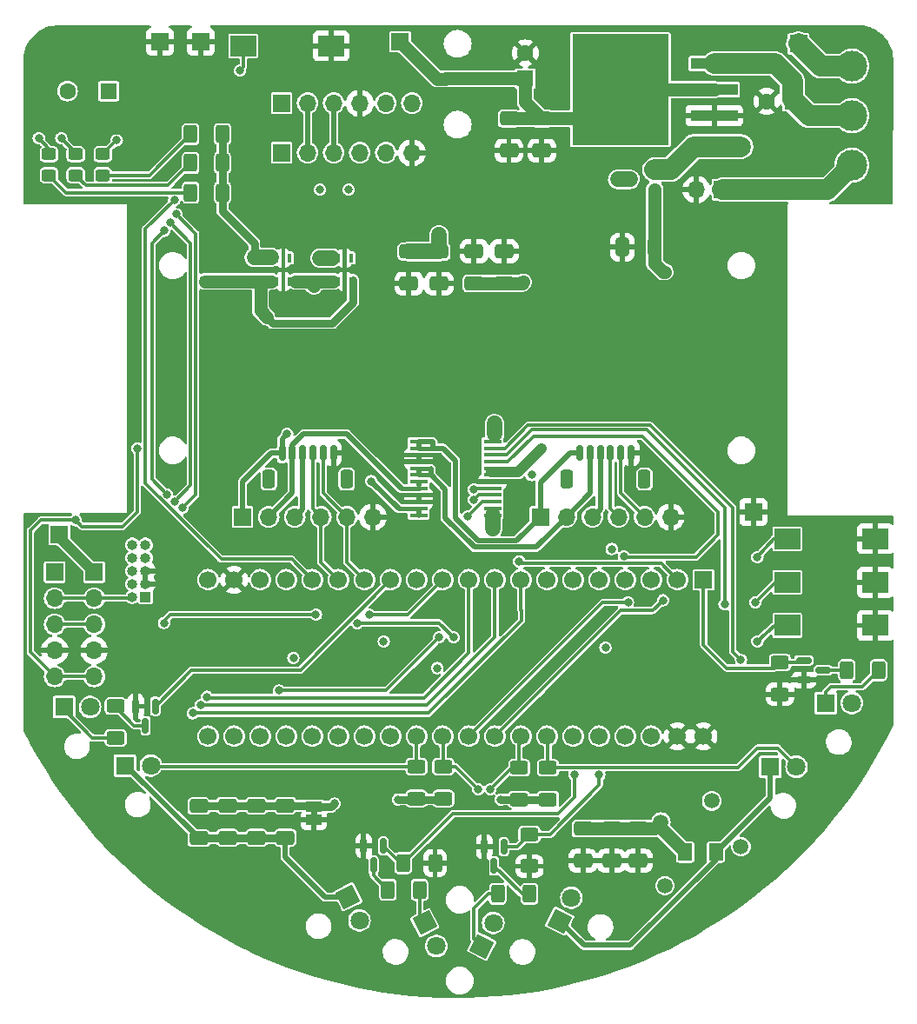
<source format=gtl>
G04 #@! TF.GenerationSoftware,KiCad,Pcbnew,7.0.8*
G04 #@! TF.CreationDate,2024-08-07T19:44:42-07:00*
G04 #@! TF.ProjectId,bloo,626c6f6f-2e6b-4696-9361-645f70636258,rev?*
G04 #@! TF.SameCoordinates,Original*
G04 #@! TF.FileFunction,Copper,L1,Top*
G04 #@! TF.FilePolarity,Positive*
%FSLAX46Y46*%
G04 Gerber Fmt 4.6, Leading zero omitted, Abs format (unit mm)*
G04 Created by KiCad (PCBNEW 7.0.8) date 2024-08-07 19:44:42*
%MOMM*%
%LPD*%
G01*
G04 APERTURE LIST*
G04 Aperture macros list*
%AMRoundRect*
0 Rectangle with rounded corners*
0 $1 Rounding radius*
0 $2 $3 $4 $5 $6 $7 $8 $9 X,Y pos of 4 corners*
0 Add a 4 corners polygon primitive as box body*
4,1,4,$2,$3,$4,$5,$6,$7,$8,$9,$2,$3,0*
0 Add four circle primitives for the rounded corners*
1,1,$1+$1,$2,$3*
1,1,$1+$1,$4,$5*
1,1,$1+$1,$6,$7*
1,1,$1+$1,$8,$9*
0 Add four rect primitives between the rounded corners*
20,1,$1+$1,$2,$3,$4,$5,0*
20,1,$1+$1,$4,$5,$6,$7,0*
20,1,$1+$1,$6,$7,$8,$9,0*
20,1,$1+$1,$8,$9,$2,$3,0*%
%AMRotRect*
0 Rectangle, with rotation*
0 The origin of the aperture is its center*
0 $1 length*
0 $2 width*
0 $3 Rotation angle, in degrees counterclockwise*
0 Add horizontal line*
21,1,$1,$2,0,0,$3*%
G04 Aperture macros list end*
G04 #@! TA.AperFunction,SMDPad,CuDef*
%ADD10RoundRect,0.250000X-0.450000X0.325000X-0.450000X-0.325000X0.450000X-0.325000X0.450000X0.325000X0*%
G04 #@! TD*
G04 #@! TA.AperFunction,ComponentPad*
%ADD11R,1.600000X1.600000*%
G04 #@! TD*
G04 #@! TA.AperFunction,ComponentPad*
%ADD12C,1.600000*%
G04 #@! TD*
G04 #@! TA.AperFunction,ComponentPad*
%ADD13RotRect,1.800000X1.800000X63.500000*%
G04 #@! TD*
G04 #@! TA.AperFunction,ComponentPad*
%ADD14C,1.800000*%
G04 #@! TD*
G04 #@! TA.AperFunction,SMDPad,CuDef*
%ADD15R,2.500000X2.000000*%
G04 #@! TD*
G04 #@! TA.AperFunction,ComponentPad*
%ADD16RotRect,1.800000X1.800000X296.500000*%
G04 #@! TD*
G04 #@! TA.AperFunction,ComponentPad*
%ADD17R,1.700000X1.700000*%
G04 #@! TD*
G04 #@! TA.AperFunction,SMDPad,CuDef*
%ADD18RoundRect,0.150000X-0.150000X0.587500X-0.150000X-0.587500X0.150000X-0.587500X0.150000X0.587500X0*%
G04 #@! TD*
G04 #@! TA.AperFunction,ComponentPad*
%ADD19O,1.700000X1.700000*%
G04 #@! TD*
G04 #@! TA.AperFunction,SMDPad,CuDef*
%ADD20RoundRect,0.250000X-0.400000X-0.625000X0.400000X-0.625000X0.400000X0.625000X-0.400000X0.625000X0*%
G04 #@! TD*
G04 #@! TA.AperFunction,SMDPad,CuDef*
%ADD21R,0.508000X0.508000*%
G04 #@! TD*
G04 #@! TA.AperFunction,SMDPad,CuDef*
%ADD22RoundRect,0.250000X-0.650000X0.412500X-0.650000X-0.412500X0.650000X-0.412500X0.650000X0.412500X0*%
G04 #@! TD*
G04 #@! TA.AperFunction,SMDPad,CuDef*
%ADD23RoundRect,0.250000X0.625000X-0.400000X0.625000X0.400000X-0.625000X0.400000X-0.625000X-0.400000X0*%
G04 #@! TD*
G04 #@! TA.AperFunction,SMDPad,CuDef*
%ADD24RoundRect,0.250000X0.650000X-0.412500X0.650000X0.412500X-0.650000X0.412500X-0.650000X-0.412500X0*%
G04 #@! TD*
G04 #@! TA.AperFunction,ComponentPad*
%ADD25C,1.700000*%
G04 #@! TD*
G04 #@! TA.AperFunction,SMDPad,CuDef*
%ADD26RoundRect,0.250000X0.400000X0.625000X-0.400000X0.625000X-0.400000X-0.625000X0.400000X-0.625000X0*%
G04 #@! TD*
G04 #@! TA.AperFunction,ComponentPad*
%ADD27R,1.800000X1.800000*%
G04 #@! TD*
G04 #@! TA.AperFunction,SMDPad,CuDef*
%ADD28RoundRect,0.150000X0.150000X0.625000X-0.150000X0.625000X-0.150000X-0.625000X0.150000X-0.625000X0*%
G04 #@! TD*
G04 #@! TA.AperFunction,SMDPad,CuDef*
%ADD29RoundRect,0.250000X0.350000X0.650000X-0.350000X0.650000X-0.350000X-0.650000X0.350000X-0.650000X0*%
G04 #@! TD*
G04 #@! TA.AperFunction,SMDPad,CuDef*
%ADD30R,0.355600X0.850900*%
G04 #@! TD*
G04 #@! TA.AperFunction,SMDPad,CuDef*
%ADD31R,4.600000X1.100000*%
G04 #@! TD*
G04 #@! TA.AperFunction,ComponentPad*
%ADD32C,1.524000*%
G04 #@! TD*
G04 #@! TA.AperFunction,SMDPad,CuDef*
%ADD33R,9.400000X10.800000*%
G04 #@! TD*
G04 #@! TA.AperFunction,SMDPad,CuDef*
%ADD34RoundRect,0.250001X-0.462499X-0.624999X0.462499X-0.624999X0.462499X0.624999X-0.462499X0.624999X0*%
G04 #@! TD*
G04 #@! TA.AperFunction,ComponentPad*
%ADD35R,1.000000X1.000000*%
G04 #@! TD*
G04 #@! TA.AperFunction,ComponentPad*
%ADD36O,1.000000X1.000000*%
G04 #@! TD*
G04 #@! TA.AperFunction,SMDPad,CuDef*
%ADD37R,1.750000X0.450000*%
G04 #@! TD*
G04 #@! TA.AperFunction,ComponentPad*
%ADD38C,3.000000*%
G04 #@! TD*
G04 #@! TA.AperFunction,SMDPad,CuDef*
%ADD39RoundRect,0.250000X0.412500X0.650000X-0.412500X0.650000X-0.412500X-0.650000X0.412500X-0.650000X0*%
G04 #@! TD*
G04 #@! TA.AperFunction,SMDPad,CuDef*
%ADD40RoundRect,0.150000X-0.587500X-0.150000X0.587500X-0.150000X0.587500X0.150000X-0.587500X0.150000X0*%
G04 #@! TD*
G04 #@! TA.AperFunction,SMDPad,CuDef*
%ADD41R,1.500000X1.000000*%
G04 #@! TD*
G04 #@! TA.AperFunction,ViaPad*
%ADD42C,0.800000*%
G04 #@! TD*
G04 #@! TA.AperFunction,ViaPad*
%ADD43C,1.500000*%
G04 #@! TD*
G04 #@! TA.AperFunction,ViaPad*
%ADD44C,1.250000*%
G04 #@! TD*
G04 #@! TA.AperFunction,ViaPad*
%ADD45C,1.000000*%
G04 #@! TD*
G04 #@! TA.AperFunction,ViaPad*
%ADD46C,2.000000*%
G04 #@! TD*
G04 #@! TA.AperFunction,Conductor*
%ADD47C,2.000000*%
G04 #@! TD*
G04 #@! TA.AperFunction,Conductor*
%ADD48C,0.500000*%
G04 #@! TD*
G04 #@! TA.AperFunction,Conductor*
%ADD49C,1.250000*%
G04 #@! TD*
G04 #@! TA.AperFunction,Conductor*
%ADD50C,1.500000*%
G04 #@! TD*
G04 #@! TA.AperFunction,Conductor*
%ADD51C,1.000000*%
G04 #@! TD*
G04 #@! TA.AperFunction,Conductor*
%ADD52C,0.750000*%
G04 #@! TD*
G04 #@! TA.AperFunction,Conductor*
%ADD53C,0.300000*%
G04 #@! TD*
G04 #@! TA.AperFunction,Conductor*
%ADD54C,0.450000*%
G04 #@! TD*
G04 APERTURE END LIST*
G04 #@! TA.AperFunction,EtchedComponent*
G36*
X193100000Y-175400000D02*
G01*
X192500000Y-175400000D01*
X192500000Y-174900000D01*
X193100000Y-174900000D01*
X193100000Y-175400000D01*
G37*
G04 #@! TD.AperFunction*
D10*
X169600000Y-110950000D03*
X169600000Y-113000000D03*
D11*
X172800000Y-104800000D03*
D12*
X168800000Y-104800000D03*
D13*
X216746000Y-185647600D03*
D14*
X217879342Y-183374467D03*
D15*
X185920000Y-100400000D03*
X194480000Y-100400000D03*
D13*
X209141152Y-188096218D03*
D14*
X210274494Y-185823085D03*
D15*
X238920000Y-152650000D03*
X247480000Y-152650000D03*
D16*
X203600000Y-185800000D03*
D14*
X204733342Y-188073133D03*
D17*
X181800000Y-100000000D03*
D18*
X211300000Y-178400000D03*
X209400000Y-178400000D03*
X210350000Y-180275000D03*
D15*
X238920000Y-148400000D03*
X247480000Y-148400000D03*
D17*
X232600000Y-114400000D03*
D19*
X230060000Y-114400000D03*
D17*
X189650000Y-110800000D03*
D19*
X192190000Y-110800000D03*
X194730000Y-110800000D03*
X197270000Y-110800000D03*
X199810000Y-110800000D03*
X202350000Y-110800000D03*
D20*
X210700000Y-183000000D03*
X213800000Y-183000000D03*
D21*
X225987600Y-114350001D03*
X225987600Y-112449999D03*
X223600000Y-113400000D03*
D17*
X171400000Y-151660000D03*
D19*
X171400000Y-154200000D03*
X171400000Y-156740000D03*
X171400000Y-159280000D03*
X171400000Y-161820000D03*
D22*
X215000000Y-107475000D03*
X215000000Y-110600000D03*
D23*
X202800000Y-173700000D03*
X202800000Y-170600000D03*
D24*
X187200000Y-177525000D03*
X187200000Y-174400000D03*
D18*
X177350000Y-164725000D03*
X175450000Y-164725000D03*
X176400000Y-166600000D03*
D17*
X230760000Y-152400000D03*
D25*
X228220000Y-152400000D03*
X225680000Y-152400000D03*
X223140000Y-152400000D03*
X220600000Y-152400000D03*
X218060000Y-152400000D03*
X215520000Y-152400000D03*
X212980000Y-152400000D03*
X210440000Y-152400000D03*
X207900000Y-152400000D03*
X205360000Y-152400000D03*
X202820000Y-152400000D03*
X200280000Y-152400000D03*
X197740000Y-152400000D03*
X195200000Y-152400000D03*
X192660000Y-152400000D03*
X190120000Y-152400000D03*
X187580000Y-152400000D03*
X185040000Y-152400000D03*
X182500000Y-152400000D03*
X182500000Y-167640000D03*
X185040000Y-167640000D03*
X187580000Y-167640000D03*
X190120000Y-167640000D03*
X192660000Y-167640000D03*
X195200000Y-167640000D03*
X197740000Y-167640000D03*
X200280000Y-167640000D03*
X202820000Y-167640000D03*
X205360000Y-167640000D03*
X207900000Y-167640000D03*
X210440000Y-167640000D03*
X212980000Y-167640000D03*
X215520000Y-167640000D03*
X218060000Y-167640000D03*
X220600000Y-167640000D03*
X223140000Y-167640000D03*
X225680000Y-167640000D03*
X228220000Y-167640000D03*
X230760000Y-167640000D03*
D26*
X203100000Y-182600000D03*
X200000000Y-182600000D03*
D18*
X199550000Y-178325000D03*
X197650000Y-178325000D03*
X198600000Y-180200000D03*
D17*
X240000000Y-100200000D03*
D22*
X211800000Y-107475000D03*
X211800000Y-110600000D03*
D17*
X177800000Y-100000000D03*
D20*
X180800000Y-109000000D03*
X183900000Y-109000000D03*
X180800000Y-114690000D03*
X183900000Y-114690000D03*
X180800000Y-111800000D03*
X183900000Y-111800000D03*
D22*
X224400000Y-176637500D03*
X224400000Y-179762500D03*
D26*
X247800000Y-161200000D03*
X244700000Y-161200000D03*
D24*
X208400000Y-123525000D03*
X208400000Y-120400000D03*
D17*
X168000000Y-148000000D03*
D24*
X211350000Y-123525000D03*
X211350000Y-120400000D03*
D27*
X168460000Y-164800000D03*
D14*
X171000000Y-164800000D03*
D24*
X190000000Y-177525000D03*
X190000000Y-174400000D03*
D27*
X237269200Y-170610800D03*
D14*
X239809200Y-170610800D03*
D17*
X201200000Y-100000000D03*
X214853400Y-146274200D03*
D28*
X218700000Y-140075000D03*
D19*
X217393400Y-146274200D03*
D28*
X219700000Y-140075000D03*
D19*
X219933400Y-146274200D03*
D28*
X220700000Y-140075000D03*
X221700000Y-140075000D03*
D19*
X222473400Y-146274200D03*
D28*
X222700000Y-140075000D03*
D19*
X225013400Y-146274200D03*
D28*
X223700000Y-140075000D03*
D19*
X227553400Y-146274200D03*
D29*
X217400000Y-142600000D03*
X225000000Y-142600000D03*
D30*
X195150001Y-123336650D03*
X195800000Y-123336650D03*
X196449999Y-123336650D03*
X196449999Y-121063350D03*
X195800000Y-121063350D03*
X195150001Y-121063350D03*
X189150001Y-123336650D03*
X189800000Y-123336650D03*
X190449999Y-123336650D03*
X190449999Y-121063350D03*
X189800000Y-121063350D03*
X189150001Y-121063350D03*
D22*
X205000000Y-120437500D03*
X205000000Y-123562500D03*
D23*
X215600000Y-173800000D03*
X215600000Y-170700000D03*
D22*
X219000000Y-176637500D03*
X219000000Y-179762500D03*
D31*
X231800000Y-107200000D03*
X231800000Y-104660000D03*
D32*
X225771000Y-109232000D03*
X225771000Y-107200000D03*
X225771000Y-105168000D03*
X225771000Y-103136000D03*
X225771000Y-101104000D03*
X223739000Y-109232000D03*
X223739000Y-107200000D03*
X223739000Y-105168000D03*
X223739000Y-103136000D03*
X223739000Y-101104000D03*
D33*
X222650000Y-104660000D03*
D32*
X221707000Y-109232000D03*
X221707000Y-107200000D03*
X221707000Y-105168000D03*
X221707000Y-103136000D03*
X221707000Y-101104000D03*
X219675000Y-109232000D03*
X219675000Y-107200000D03*
X219675000Y-105168000D03*
X219675000Y-103136000D03*
X219675000Y-101104000D03*
D31*
X231800000Y-102120000D03*
D34*
X228974000Y-178936000D03*
X231949000Y-178936000D03*
D35*
X176400000Y-154070000D03*
D36*
X175130000Y-154070000D03*
X176400000Y-152800000D03*
X175130000Y-152800000D03*
X176400000Y-151530000D03*
X175130000Y-151530000D03*
X176400000Y-150260000D03*
X175130000Y-150260000D03*
X176400000Y-148990000D03*
X175130000Y-148990000D03*
D27*
X242660000Y-164400000D03*
D14*
X245200000Y-164400000D03*
D23*
X173500000Y-167800000D03*
X173500000Y-164700000D03*
D37*
X203000000Y-138950000D03*
X203000000Y-139600000D03*
X203000000Y-140250000D03*
X203000000Y-140900000D03*
X203000000Y-141550000D03*
X203000000Y-142200000D03*
X203000000Y-142850000D03*
X203000000Y-143500000D03*
X203000000Y-144150000D03*
X203000000Y-144800000D03*
X203000000Y-145450000D03*
X203000000Y-146100000D03*
X210200000Y-146100000D03*
X210200000Y-145450000D03*
X210200000Y-144800000D03*
X210200000Y-144150000D03*
X210200000Y-143500000D03*
X210200000Y-142850000D03*
X210200000Y-142200000D03*
X210200000Y-141550000D03*
X210200000Y-140900000D03*
X210200000Y-140250000D03*
X210200000Y-139600000D03*
X210200000Y-138950000D03*
D24*
X181600000Y-177562500D03*
X181600000Y-174437500D03*
D11*
X239400000Y-105800000D03*
D12*
X236900000Y-105800000D03*
D38*
X245209000Y-112026000D03*
X245209000Y-107200000D03*
X245209000Y-102374000D03*
D10*
X172240000Y-110950000D03*
X172240000Y-113000000D03*
D17*
X185853400Y-146274200D03*
D28*
X189700000Y-140075000D03*
D19*
X188393400Y-146274200D03*
D28*
X190700000Y-140075000D03*
D19*
X190933400Y-146274200D03*
D28*
X191700000Y-140075000D03*
X192700000Y-140075000D03*
D19*
X193473400Y-146274200D03*
D28*
X193700000Y-140075000D03*
D19*
X196013400Y-146274200D03*
D28*
X194700000Y-140075000D03*
D19*
X198553400Y-146274200D03*
D29*
X188400000Y-142600000D03*
X196000000Y-142600000D03*
D17*
X235600000Y-145800000D03*
D39*
X225962500Y-120000000D03*
X222837500Y-120000000D03*
D17*
X167550000Y-151660000D03*
D19*
X167550000Y-154200000D03*
X167550000Y-156740000D03*
X167550000Y-159280000D03*
X167550000Y-161820000D03*
D16*
X196105458Y-183298267D03*
D14*
X197238800Y-185571400D03*
D23*
X213800000Y-180300000D03*
X213800000Y-177200000D03*
D40*
X240525000Y-160250000D03*
X240525000Y-162150000D03*
X242400000Y-161200000D03*
D27*
X174378800Y-170483800D03*
D14*
X176918800Y-170483800D03*
D22*
X221800000Y-176637500D03*
X221800000Y-179762500D03*
D23*
X238200000Y-163550000D03*
X238200000Y-160450000D03*
D41*
X192800000Y-175800000D03*
X192800000Y-174500000D03*
D22*
X202050000Y-120437500D03*
X202050000Y-123562500D03*
D26*
X204600000Y-180000000D03*
X201500000Y-180000000D03*
D23*
X205400000Y-173700000D03*
X205400000Y-170600000D03*
D10*
X167000000Y-110950000D03*
X167000000Y-113000000D03*
D23*
X212800000Y-173800000D03*
X212800000Y-170700000D03*
D24*
X184400000Y-177525000D03*
X184400000Y-174400000D03*
D11*
X213400000Y-103582379D03*
D12*
X213400000Y-101082379D03*
D17*
X189650000Y-105975000D03*
D19*
X192190000Y-105975000D03*
X194730000Y-105975000D03*
X197270000Y-105975000D03*
X199810000Y-105975000D03*
X202350000Y-105975000D03*
D15*
X238920000Y-156850000D03*
X247480000Y-156850000D03*
D42*
X205200000Y-141200000D03*
X211000000Y-115200000D03*
X234700000Y-131100000D03*
X185900000Y-158100000D03*
X196000000Y-131000000D03*
X185300000Y-182200000D03*
X218700000Y-163700000D03*
X235000000Y-166500000D03*
X179000000Y-131000000D03*
D43*
X234400000Y-178400000D03*
X227000000Y-182200000D03*
D44*
X213200000Y-123400000D03*
D43*
X193400000Y-121063350D03*
D45*
X215000000Y-139600000D03*
D44*
X227000000Y-122400000D03*
D46*
X234400000Y-110200000D03*
D43*
X210200000Y-147400000D03*
D42*
X199600000Y-158400000D03*
D43*
X205000000Y-118800000D03*
X222400000Y-113400000D03*
X210400000Y-137200000D03*
D42*
X193400000Y-114400000D03*
X221800000Y-149400000D03*
X214000000Y-142200000D03*
X196200000Y-114400000D03*
D44*
X192800000Y-123800000D03*
X204800000Y-103600000D03*
D43*
X231550000Y-173950000D03*
D42*
X221200000Y-159000000D03*
X190800000Y-160000000D03*
D43*
X226600000Y-176000000D03*
X187000000Y-121000000D03*
D42*
X204800000Y-161000000D03*
X211000000Y-173800000D03*
X201000000Y-173800000D03*
X194800000Y-174200000D03*
X185600000Y-102800000D03*
X175600000Y-139600000D03*
X169600000Y-146600000D03*
X173600000Y-109600000D03*
X180000000Y-145400000D03*
X179400000Y-116800000D03*
X181000000Y-165400000D03*
X179200000Y-144800000D03*
X182400000Y-163800000D03*
X168200000Y-109400000D03*
X178800000Y-117600000D03*
X181800000Y-164600000D03*
X166000000Y-109400000D03*
X178500000Y-144100000D03*
X178200000Y-118400000D03*
D44*
X182200000Y-123336650D03*
D42*
X198200000Y-155800000D03*
X178200000Y-156600000D03*
X193000000Y-155800000D03*
X198400000Y-142800000D03*
X190200000Y-138200000D03*
X223400000Y-154600000D03*
X226800000Y-154400000D03*
X210000000Y-172800000D03*
X208800000Y-172800000D03*
X179200000Y-115400000D03*
X220600000Y-171400000D03*
X218200000Y-171400000D03*
X206400000Y-158000000D03*
X197020480Y-156620480D03*
X236000000Y-158400000D03*
X236000000Y-150200000D03*
X189400000Y-163200000D03*
X205000000Y-158000000D03*
X235800000Y-154600000D03*
X208400000Y-143600000D03*
X212800000Y-150600000D03*
X232800000Y-154800000D03*
X208400000Y-144600000D03*
X223000000Y-150120500D03*
X207800000Y-146200000D03*
X234400000Y-160200000D03*
D47*
X242835000Y-114400000D02*
X245209000Y-112026000D01*
X232600000Y-114400000D02*
X242835000Y-114400000D01*
D48*
X203000000Y-140400000D02*
X203000000Y-140600000D01*
X203000000Y-144400000D02*
X203000000Y-144600000D01*
D49*
X208400000Y-123525000D02*
X213075000Y-123525000D01*
X213075000Y-123525000D02*
X213200000Y-123400000D01*
D50*
X194600000Y-121063350D02*
X193400000Y-121063350D01*
D51*
X210100000Y-141900000D02*
X212700000Y-141900000D01*
D49*
X225962500Y-120000000D02*
X225962500Y-121562500D01*
X225987600Y-119974900D02*
X225962500Y-120000000D01*
D48*
X210100000Y-141900000D02*
X210100000Y-141650000D01*
D49*
X225962500Y-121562500D02*
X226800000Y-122400000D01*
D48*
X210100000Y-141900000D02*
X210100000Y-142100000D01*
D49*
X226800000Y-122400000D02*
X227000000Y-122400000D01*
D51*
X212700000Y-141900000D02*
X215000000Y-139600000D01*
D49*
X225987600Y-114350001D02*
X225987600Y-119974900D01*
D47*
X239400000Y-103800000D02*
X237720000Y-102120000D01*
X237720000Y-102120000D02*
X231800000Y-102120000D01*
X227550001Y-112449999D02*
X225987600Y-112449999D01*
X239400000Y-105577682D02*
X239400000Y-103800000D01*
X245209000Y-107200000D02*
X241022318Y-107200000D01*
X241022318Y-107200000D02*
X239400000Y-105577682D01*
X229800000Y-110200000D02*
X227550001Y-112449999D01*
X234400000Y-110200000D02*
X229800000Y-110200000D01*
D50*
X210200000Y-147400000D02*
X210200000Y-146100000D01*
X205000000Y-118800000D02*
X205000000Y-119000000D01*
X223600000Y-113400000D02*
X222400000Y-113400000D01*
X205000000Y-120437500D02*
X205000000Y-118800000D01*
X202050000Y-120437500D02*
X205000000Y-120437500D01*
X210400000Y-137200000D02*
X210400000Y-138200000D01*
D48*
X192190000Y-105975000D02*
X192190000Y-110800000D01*
X194730000Y-105975000D02*
X194730000Y-110800000D01*
D49*
X219835000Y-107475000D02*
X222650000Y-104660000D01*
X213400000Y-103582379D02*
X213400000Y-105875000D01*
X192800000Y-123800000D02*
X192336650Y-123336650D01*
X201200000Y-100000000D02*
X204800000Y-103600000D01*
X205600000Y-103600000D02*
X205617621Y-103582379D01*
X204800000Y-103600000D02*
X205600000Y-103600000D01*
X191000000Y-123336650D02*
X192336650Y-123336650D01*
X192336650Y-123336650D02*
X194663350Y-123336650D01*
X213400000Y-105875000D02*
X215000000Y-107475000D01*
X205617621Y-103582379D02*
X213400000Y-103582379D01*
X231800000Y-104660000D02*
X222650000Y-104660000D01*
X211800000Y-107475000D02*
X219835000Y-107475000D01*
D50*
X188600000Y-121000000D02*
X187000000Y-121000000D01*
D49*
X226600000Y-176000000D02*
X226600000Y-176562000D01*
D48*
X191700000Y-145507600D02*
X191700000Y-140075000D01*
D52*
X187000000Y-119600000D02*
X187000000Y-121000000D01*
D48*
X190933400Y-146274200D02*
X191700000Y-145507600D01*
X220700000Y-140075000D02*
X220700000Y-145507600D01*
D51*
X168000000Y-148260000D02*
X171400000Y-151660000D01*
D52*
X183900000Y-109000000D02*
X183900000Y-116500000D01*
X183900000Y-116500000D02*
X187000000Y-119600000D01*
D51*
X168000000Y-148000000D02*
X168000000Y-148260000D01*
D49*
X226600000Y-176562000D02*
X228974000Y-178936000D01*
D48*
X220700000Y-145507600D02*
X219933400Y-146274200D01*
D49*
X226600000Y-176000000D02*
X225962500Y-176637500D01*
X225962500Y-176637500D02*
X219000000Y-176637500D01*
D48*
X237269200Y-170610800D02*
X237269200Y-173615800D01*
X231949000Y-179651000D02*
X223600000Y-188000000D01*
D52*
X181600000Y-177562500D02*
X189962500Y-177562500D01*
D48*
X196105458Y-183298267D02*
X193898267Y-183298267D01*
X193898267Y-183298267D02*
X190000000Y-179400000D01*
X190000000Y-179400000D02*
X190000000Y-177525000D01*
D52*
X189962500Y-177562500D02*
X190000000Y-177525000D01*
D48*
X174521300Y-170483800D02*
X181600000Y-177562500D01*
X231949000Y-178936000D02*
X231949000Y-179651000D01*
X223600000Y-188000000D02*
X219098400Y-188000000D01*
X174378800Y-170483800D02*
X174521300Y-170483800D01*
X219098400Y-188000000D02*
X216746000Y-185647600D01*
X237269200Y-173615800D02*
X231949000Y-178936000D01*
D52*
X201000000Y-173800000D02*
X205300000Y-173800000D01*
X189962500Y-174437500D02*
X190000000Y-174400000D01*
X194500000Y-174500000D02*
X194800000Y-174200000D01*
X211000000Y-173800000D02*
X215600000Y-173800000D01*
X194800000Y-174200000D02*
X194600000Y-174400000D01*
X192800000Y-174500000D02*
X194500000Y-174500000D01*
X190000000Y-174400000D02*
X192700000Y-174400000D01*
X205300000Y-173800000D02*
X205400000Y-173700000D01*
X192700000Y-174400000D02*
X192800000Y-174500000D01*
X181600000Y-174437500D02*
X189962500Y-174437500D01*
D53*
X165200000Y-147600000D02*
X165200000Y-159470000D01*
X170200000Y-147200000D02*
X169600000Y-146600000D01*
X174200000Y-147200000D02*
X170200000Y-147200000D01*
X166200000Y-146600000D02*
X165200000Y-147600000D01*
X169600000Y-146600000D02*
X166200000Y-146600000D01*
X165200000Y-159470000D02*
X167550000Y-161820000D01*
X185920000Y-102480000D02*
X185600000Y-102800000D01*
X167550000Y-161820000D02*
X171400000Y-161820000D01*
X175600000Y-139600000D02*
X175600000Y-145800000D01*
X175600000Y-145800000D02*
X174200000Y-147200000D01*
X185920000Y-100400000D02*
X185920000Y-102480000D01*
X242660000Y-163340000D02*
X243200000Y-162800000D01*
X242660000Y-164400000D02*
X242660000Y-163340000D01*
X246200000Y-162800000D02*
X247800000Y-161200000D01*
X243200000Y-162800000D02*
X246200000Y-162800000D01*
X208400000Y-187355066D02*
X209141152Y-188096218D01*
X210700000Y-183000000D02*
X209800000Y-183000000D01*
X209800000Y-183000000D02*
X208400000Y-184400000D01*
X208400000Y-184400000D02*
X208400000Y-187355066D01*
X168460000Y-164800000D02*
X168460000Y-165060000D01*
X171200000Y-167800000D02*
X173400000Y-167800000D01*
X168460000Y-165060000D02*
X171200000Y-167800000D01*
X203100000Y-185300000D02*
X203600000Y-185800000D01*
X203100000Y-182600000D02*
X203100000Y-185300000D01*
X204000000Y-165400000D02*
X213000000Y-156400000D01*
X212980000Y-155380000D02*
X212980000Y-152400000D01*
X181000000Y-165400000D02*
X204000000Y-165400000D01*
X213000000Y-155400000D02*
X212980000Y-155380000D01*
X180000000Y-145400000D02*
X181295000Y-144105000D01*
X213000000Y-156400000D02*
X213000000Y-155400000D01*
X172240000Y-110950000D02*
X172250000Y-110950000D01*
X181295000Y-118695000D02*
X179400000Y-116800000D01*
X172250000Y-110950000D02*
X173600000Y-109600000D01*
X181295000Y-144105000D02*
X181295000Y-118695000D01*
X172240000Y-113000000D02*
X176800000Y-113000000D01*
X176800000Y-113000000D02*
X180800000Y-109000000D01*
X207900000Y-159500000D02*
X207900000Y-152400000D01*
X169600000Y-110800000D02*
X168200000Y-109400000D01*
X180800000Y-143200000D02*
X180800000Y-119600000D01*
X179200000Y-144800000D02*
X180800000Y-143200000D01*
X182400000Y-163800000D02*
X182480000Y-163880000D01*
X203520000Y-163880000D02*
X207900000Y-159500000D01*
X182480000Y-163880000D02*
X203520000Y-163880000D01*
X169600000Y-110950000D02*
X169600000Y-110800000D01*
X180800000Y-119600000D02*
X178800000Y-117600000D01*
X180800000Y-111800000D02*
X178600000Y-114000000D01*
X178600000Y-114000000D02*
X170600000Y-114000000D01*
X170600000Y-114000000D02*
X169600000Y-113000000D01*
X177000000Y-119600000D02*
X178200000Y-118400000D01*
X177000000Y-142600000D02*
X177000000Y-119600000D01*
X167000000Y-110400000D02*
X166000000Y-109400000D01*
X210440000Y-157960000D02*
X210440000Y-152400000D01*
X178500000Y-144100000D02*
X177000000Y-142600000D01*
X203800000Y-164600000D02*
X210440000Y-157960000D01*
X181800000Y-164600000D02*
X203800000Y-164600000D01*
X167000000Y-110950000D02*
X167000000Y-110400000D01*
X180800000Y-114690000D02*
X168690000Y-114690000D01*
X168690000Y-114690000D02*
X167000000Y-113000000D01*
D49*
X187600000Y-123336650D02*
X188600000Y-123336650D01*
X187600000Y-123336650D02*
X187600000Y-126200000D01*
X182200000Y-123336650D02*
X187600000Y-123336650D01*
X187600000Y-126200000D02*
X188200000Y-126800000D01*
D52*
X188200000Y-126800000D02*
X188800000Y-127400000D01*
X196600000Y-125400000D02*
X196600000Y-123200000D01*
X188800000Y-127400000D02*
X194600000Y-127400000D01*
X194600000Y-127400000D02*
X196600000Y-125400000D01*
D53*
X171400000Y-154200000D02*
X175000000Y-154200000D01*
X175000000Y-154200000D02*
X175130000Y-154070000D01*
X167550000Y-154200000D02*
X171400000Y-154200000D01*
X167550000Y-156740000D02*
X171400000Y-156740000D01*
X178200000Y-156400000D02*
X178200000Y-156600000D01*
X201960000Y-155800000D02*
X198200000Y-155800000D01*
X205360000Y-152400000D02*
X201960000Y-155800000D01*
X178800000Y-155800000D02*
X178200000Y-156400000D01*
X178200000Y-156600000D02*
X178000000Y-156600000D01*
X193000000Y-155800000D02*
X178800000Y-155800000D01*
X178000000Y-156600000D02*
X178000000Y-156600000D01*
D48*
X198400000Y-142800000D02*
X201050000Y-145450000D01*
X203000000Y-145600000D02*
X203000000Y-146100000D01*
D54*
X201050000Y-145450000D02*
X203000000Y-145450000D01*
D48*
X189700000Y-138700000D02*
X190200000Y-138200000D01*
X189700000Y-140075000D02*
X189700000Y-138700000D01*
X189700000Y-140075000D02*
X188625000Y-140075000D01*
X185853400Y-142846600D02*
X185853400Y-146274200D01*
X188625000Y-140075000D02*
X185853400Y-142846600D01*
X191800000Y-138200000D02*
X196000000Y-138200000D01*
X190700000Y-139300000D02*
X191800000Y-138200000D01*
X190700000Y-143967600D02*
X190700000Y-140075000D01*
X188393400Y-146274200D02*
X190700000Y-143967600D01*
X190700000Y-140075000D02*
X190700000Y-139300000D01*
X196000000Y-138200000D02*
X201300000Y-143500000D01*
D54*
X201300000Y-143500000D02*
X203000000Y-143500000D01*
D48*
X203000000Y-143100000D02*
X203000000Y-143200000D01*
D53*
X192700000Y-145500800D02*
X193473400Y-146274200D01*
X193473400Y-150673400D02*
X193473400Y-146274200D01*
X195200000Y-152400000D02*
X193473400Y-150673400D01*
X192700000Y-140075000D02*
X192700000Y-145500800D01*
X196013400Y-150673400D02*
X196013400Y-146274200D01*
X193700000Y-143960800D02*
X196013400Y-146274200D01*
X193700000Y-140075000D02*
X193700000Y-143960800D01*
X197740000Y-152400000D02*
X196013400Y-150673400D01*
D48*
X214853400Y-146274200D02*
X212527600Y-148600000D01*
X208800000Y-148600000D02*
X206600000Y-146400000D01*
X203000000Y-138950000D02*
X204350000Y-138950000D01*
X206600000Y-146400000D02*
X206600000Y-140800000D01*
X203000000Y-139400000D02*
X203000000Y-138950000D01*
X218700000Y-140075000D02*
X217725000Y-140075000D01*
X205400000Y-139600000D02*
X204400000Y-139600000D01*
X206600000Y-140800000D02*
X205400000Y-139600000D01*
X204400000Y-139600000D02*
X204400000Y-139000000D01*
X204350000Y-138950000D02*
X204400000Y-139000000D01*
X214853400Y-142946600D02*
X214853400Y-146274200D01*
D54*
X204400000Y-139600000D02*
X203000000Y-139600000D01*
D48*
X217725000Y-140075000D02*
X214853400Y-142946600D01*
X212527600Y-148600000D02*
X208800000Y-148600000D01*
D54*
X203000000Y-141550000D02*
X204150000Y-141550000D01*
D48*
X205570000Y-143570000D02*
X204200000Y-142200000D01*
D54*
X204200000Y-142200000D02*
X203000000Y-142200000D01*
D48*
X205570000Y-146370000D02*
X205570000Y-143570000D01*
X217393400Y-146274200D02*
X214437600Y-149230000D01*
X219700000Y-140075000D02*
X219700000Y-143967600D01*
X219700000Y-143967600D02*
X217393400Y-146274200D01*
X203000000Y-141900000D02*
X203000000Y-141800000D01*
X204200000Y-141600000D02*
X204200000Y-142200000D01*
X214437600Y-149230000D02*
X208430000Y-149230000D01*
X208430000Y-149230000D02*
X205570000Y-146370000D01*
D53*
X221700000Y-145500800D02*
X222473400Y-146274200D01*
X223400000Y-154600000D02*
X220940000Y-154600000D01*
X220940000Y-154600000D02*
X207900000Y-167640000D01*
X221700000Y-140075000D02*
X221700000Y-145500800D01*
X226800000Y-154400000D02*
X225800000Y-155400000D01*
X225800000Y-155400000D02*
X222680000Y-155400000D01*
X222700000Y-140075000D02*
X222700000Y-143960800D01*
X222680000Y-155400000D02*
X210440000Y-167640000D01*
X222700000Y-143960800D02*
X225013400Y-146274200D01*
X215600000Y-170700000D02*
X215600000Y-167720000D01*
X215600000Y-170700000D02*
X234100000Y-170700000D01*
X234100000Y-170700000D02*
X236000000Y-168800000D01*
X236000000Y-168800000D02*
X237998400Y-168800000D01*
X215600000Y-167720000D02*
X215520000Y-167640000D01*
X237998400Y-168800000D02*
X239809200Y-170610800D01*
X212100000Y-170700000D02*
X212800000Y-170700000D01*
X210000000Y-172800000D02*
X212100000Y-170700000D01*
X212800000Y-167820000D02*
X212980000Y-167640000D01*
X212800000Y-170700000D02*
X212800000Y-167820000D01*
X177035000Y-170600000D02*
X176918800Y-170483800D01*
X202800000Y-170600000D02*
X202800000Y-167660000D01*
X202800000Y-170600000D02*
X177035000Y-170600000D01*
X202800000Y-167660000D02*
X202820000Y-167640000D01*
X208800000Y-172800000D02*
X206600000Y-170600000D01*
X205400000Y-167680000D02*
X205360000Y-167640000D01*
X205400000Y-170600000D02*
X205400000Y-167680000D01*
X206600000Y-170600000D02*
X205400000Y-170600000D01*
X179200000Y-115400000D02*
X176400000Y-118200000D01*
X176400000Y-118200000D02*
X176400000Y-143000000D01*
X183800000Y-150400000D02*
X190660000Y-150400000D01*
X190660000Y-150400000D02*
X192660000Y-152400000D01*
X176400000Y-143000000D02*
X183800000Y-150400000D01*
X233000000Y-161000000D02*
X230760000Y-158760000D01*
X238200000Y-160450000D02*
X237650000Y-161000000D01*
X238200000Y-160450000D02*
X240325000Y-160450000D01*
X237650000Y-161000000D02*
X233000000Y-161000000D01*
X230760000Y-158760000D02*
X230760000Y-152400000D01*
X240325000Y-160450000D02*
X240525000Y-160250000D01*
X242400000Y-161200000D02*
X244700000Y-161200000D01*
X211300000Y-178400000D02*
X212600000Y-178400000D01*
X215800000Y-177200000D02*
X220600000Y-172400000D01*
X212600000Y-178400000D02*
X213800000Y-177200000D01*
X213800000Y-177200000D02*
X215800000Y-177200000D01*
X220600000Y-172400000D02*
X220600000Y-171400000D01*
X210350000Y-180275000D02*
X213075000Y-183000000D01*
X213075000Y-183000000D02*
X213800000Y-183000000D01*
X180875000Y-161200000D02*
X177350000Y-164725000D01*
X200280000Y-152400000D02*
X191480000Y-161200000D01*
X191480000Y-161200000D02*
X180875000Y-161200000D01*
X176400000Y-166600000D02*
X175300000Y-166600000D01*
X175300000Y-166600000D02*
X173400000Y-164700000D01*
X206300000Y-175200000D02*
X216600000Y-175200000D01*
X216600000Y-175200000D02*
X218200000Y-173600000D01*
X218200000Y-173600000D02*
X218200000Y-171400000D01*
X201225000Y-180000000D02*
X199550000Y-178325000D01*
X201500000Y-180000000D02*
X206300000Y-175200000D01*
X201500000Y-180000000D02*
X201225000Y-180000000D01*
X198600000Y-181200000D02*
X200000000Y-182600000D01*
X198600000Y-180200000D02*
X198600000Y-181200000D01*
X205000000Y-156600000D02*
X206400000Y-158000000D01*
X238920000Y-156850000D02*
X237750000Y-156850000D01*
X197020480Y-156620480D02*
X197040960Y-156600000D01*
X197040960Y-156600000D02*
X205000000Y-156600000D01*
X237750000Y-156850000D02*
X236000000Y-158400000D01*
X236000000Y-158400000D02*
X236200000Y-158400000D01*
X237600000Y-148400000D02*
X236000000Y-150200000D01*
X236000000Y-150200000D02*
X236000000Y-150000000D01*
X238920000Y-148400000D02*
X237600000Y-148400000D01*
X237750000Y-152650000D02*
X235800000Y-154600000D01*
X205000000Y-158000000D02*
X199800000Y-163200000D01*
X199800000Y-163200000D02*
X189400000Y-163200000D01*
X238920000Y-152650000D02*
X237750000Y-152650000D01*
D47*
X242174000Y-102374000D02*
X240000000Y-100200000D01*
X245209000Y-102374000D02*
X242174000Y-102374000D01*
D53*
X208500000Y-143500000D02*
X210200000Y-143500000D01*
X212800000Y-150600000D02*
X213000000Y-150800000D01*
X208400000Y-143600000D02*
X208500000Y-143500000D01*
X226620000Y-150800000D02*
X228220000Y-152400000D01*
X213000000Y-150800000D02*
X226620000Y-150800000D01*
X210200000Y-140250000D02*
X211550000Y-140250000D01*
X225200000Y-137800000D02*
X232800000Y-145400000D01*
X232800000Y-145400000D02*
X232800000Y-154800000D01*
X214000000Y-137800000D02*
X225200000Y-137800000D01*
X211550000Y-140250000D02*
X214000000Y-137800000D01*
X208400000Y-144600000D02*
X208850000Y-144150000D01*
X208850000Y-144150000D02*
X210200000Y-144150000D01*
X230000000Y-150200000D02*
X232200000Y-148000000D01*
X223000000Y-150120500D02*
X223079500Y-150200000D01*
X214200000Y-138400000D02*
X211700000Y-140900000D01*
X224800000Y-138400000D02*
X214200000Y-138400000D01*
X232200000Y-148000000D02*
X232200000Y-145800000D01*
X232200000Y-145800000D02*
X224800000Y-138400000D01*
X211700000Y-140900000D02*
X210200000Y-140900000D01*
X223079500Y-150200000D02*
X230000000Y-150200000D01*
X209200000Y-144800000D02*
X207800000Y-146200000D01*
X210200000Y-144800000D02*
X209200000Y-144800000D01*
X211400000Y-139600000D02*
X210200000Y-139600000D01*
X213630000Y-137370000D02*
X211400000Y-139600000D01*
X234400000Y-160200000D02*
X233600000Y-159400000D01*
X233600000Y-159400000D02*
X233600000Y-145400000D01*
X233600000Y-145400000D02*
X225570000Y-137370000D01*
X225570000Y-137370000D02*
X213630000Y-137370000D01*
G04 #@! TA.AperFunction,Conductor*
G36*
X245930617Y-98408647D02*
G01*
X246267419Y-98426666D01*
X246273813Y-98427343D01*
X246605334Y-98479931D01*
X246611634Y-98481269D01*
X246826065Y-98538583D01*
X246935922Y-98567946D01*
X246942036Y-98569925D01*
X247255601Y-98689761D01*
X247261474Y-98692363D01*
X247560914Y-98844057D01*
X247566501Y-98847262D01*
X247848609Y-99029189D01*
X247853807Y-99032937D01*
X248013430Y-99161132D01*
X248115524Y-99243125D01*
X248120329Y-99247413D01*
X248358849Y-99483607D01*
X248363184Y-99488371D01*
X248575917Y-99748005D01*
X248579735Y-99753192D01*
X248764408Y-100033488D01*
X248767665Y-100039039D01*
X248880097Y-100255684D01*
X248922285Y-100336975D01*
X248924951Y-100342839D01*
X249047845Y-100655194D01*
X249049889Y-100661302D01*
X249139737Y-100984715D01*
X249141137Y-100991003D01*
X249196971Y-101322001D01*
X249197712Y-101328399D01*
X249218994Y-101664446D01*
X249219118Y-101668461D01*
X249197604Y-115698106D01*
X249177817Y-115765115D01*
X249124942Y-115810789D01*
X249073632Y-115821916D01*
X243108466Y-115823268D01*
X243041422Y-115803599D01*
X242995655Y-115750805D01*
X242985696Y-115681649D01*
X243014707Y-115618087D01*
X243073476Y-115580299D01*
X243074476Y-115580010D01*
X243079250Y-115578651D01*
X243087643Y-115576880D01*
X243111033Y-115573618D01*
X243188880Y-115547525D01*
X243191530Y-115546705D01*
X243270528Y-115524229D01*
X243271095Y-115523946D01*
X243291658Y-115513707D01*
X243299601Y-115510416D01*
X243321985Y-115502915D01*
X243393705Y-115462965D01*
X243396209Y-115461646D01*
X243469689Y-115425058D01*
X243488539Y-115410822D01*
X243495710Y-115406149D01*
X243516353Y-115394652D01*
X243579529Y-115342189D01*
X243581722Y-115340452D01*
X243647236Y-115290981D01*
X243702550Y-115230303D01*
X243704497Y-115228264D01*
X245169944Y-113762819D01*
X245231267Y-113729334D01*
X245257625Y-113726500D01*
X245336435Y-113726500D01*
X245588458Y-113688513D01*
X245832004Y-113613389D01*
X246013458Y-113526005D01*
X246061626Y-113502809D01*
X246061626Y-113502808D01*
X246061634Y-113502805D01*
X246272217Y-113359232D01*
X246459050Y-113185877D01*
X246617959Y-112986612D01*
X246745393Y-112765888D01*
X246838508Y-112528637D01*
X246895222Y-112280157D01*
X246907219Y-112120060D01*
X246914268Y-112026004D01*
X246914268Y-112025995D01*
X246895222Y-111771845D01*
X246885267Y-111728231D01*
X246838508Y-111523363D01*
X246745393Y-111286112D01*
X246617959Y-111065388D01*
X246459050Y-110866123D01*
X246272217Y-110692768D01*
X246061634Y-110549195D01*
X246061630Y-110549193D01*
X246061627Y-110549191D01*
X246061626Y-110549190D01*
X245832006Y-110438612D01*
X245832008Y-110438612D01*
X245588466Y-110363489D01*
X245588462Y-110363488D01*
X245588458Y-110363487D01*
X245467231Y-110345214D01*
X245336440Y-110325500D01*
X245336435Y-110325500D01*
X245081565Y-110325500D01*
X245081559Y-110325500D01*
X244924609Y-110349157D01*
X244829542Y-110363487D01*
X244829539Y-110363488D01*
X244829533Y-110363489D01*
X244585992Y-110438612D01*
X244356373Y-110549190D01*
X244356372Y-110549191D01*
X244145782Y-110692768D01*
X243958952Y-110866121D01*
X243958950Y-110866123D01*
X243800041Y-111065388D01*
X243672608Y-111286109D01*
X243579492Y-111523362D01*
X243579490Y-111523369D01*
X243522777Y-111771844D01*
X243506561Y-111988232D01*
X243481922Y-112053613D01*
X243470589Y-112066646D01*
X242374056Y-113163181D01*
X242312733Y-113196666D01*
X242286375Y-113199500D01*
X232544497Y-113199500D01*
X232499601Y-113203660D01*
X232378464Y-113214884D01*
X232378462Y-113214885D01*
X232164476Y-113275769D01*
X232164461Y-113275775D01*
X232042512Y-113336500D01*
X231987240Y-113349500D01*
X231730247Y-113349500D01*
X231671770Y-113361131D01*
X231671769Y-113361132D01*
X231605447Y-113405447D01*
X231561132Y-113471769D01*
X231561131Y-113471770D01*
X231549500Y-113530247D01*
X231549500Y-113780889D01*
X231530929Y-113846163D01*
X231527243Y-113852118D01*
X231517737Y-113867471D01*
X231516712Y-113866836D01*
X231473374Y-113913573D01*
X231405710Y-113930989D01*
X231339371Y-113909057D01*
X231297504Y-113859464D01*
X231233600Y-113722422D01*
X231233599Y-113722420D01*
X231098113Y-113528926D01*
X231098108Y-113528920D01*
X230931082Y-113361894D01*
X230737578Y-113226399D01*
X230523492Y-113126570D01*
X230523486Y-113126567D01*
X230310000Y-113069364D01*
X230310000Y-113964498D01*
X230202315Y-113915320D01*
X230095763Y-113900000D01*
X230024237Y-113900000D01*
X229917685Y-113915320D01*
X229810000Y-113964498D01*
X229810000Y-113069364D01*
X229809999Y-113069364D01*
X229596513Y-113126567D01*
X229596507Y-113126570D01*
X229382422Y-113226399D01*
X229382420Y-113226400D01*
X229188926Y-113361886D01*
X229188920Y-113361891D01*
X229021891Y-113528920D01*
X229021886Y-113528926D01*
X228886400Y-113722420D01*
X228886399Y-113722422D01*
X228786570Y-113936507D01*
X228786567Y-113936513D01*
X228729364Y-114149999D01*
X228729364Y-114150000D01*
X229626314Y-114150000D01*
X229600507Y-114190156D01*
X229560000Y-114328111D01*
X229560000Y-114471889D01*
X229600507Y-114609844D01*
X229626314Y-114650000D01*
X228729364Y-114650000D01*
X228786567Y-114863486D01*
X228786570Y-114863492D01*
X228886399Y-115077578D01*
X229021894Y-115271082D01*
X229188917Y-115438105D01*
X229382421Y-115573600D01*
X229596507Y-115673429D01*
X229596516Y-115673433D01*
X229810000Y-115730634D01*
X229810000Y-114835501D01*
X229917685Y-114884680D01*
X230024237Y-114900000D01*
X230095763Y-114900000D01*
X230202315Y-114884680D01*
X230310000Y-114835501D01*
X230310000Y-115730633D01*
X230523483Y-115673433D01*
X230523492Y-115673429D01*
X230737578Y-115573600D01*
X230931082Y-115438105D01*
X231098105Y-115271082D01*
X231233600Y-115077577D01*
X231233601Y-115077575D01*
X231297504Y-114940536D01*
X231343676Y-114888096D01*
X231410869Y-114868944D01*
X231477751Y-114889160D01*
X231516818Y-114933094D01*
X231517735Y-114932527D01*
X231530927Y-114953833D01*
X231549500Y-115019110D01*
X231549500Y-115269752D01*
X231561131Y-115328229D01*
X231561132Y-115328230D01*
X231605447Y-115394552D01*
X231671769Y-115438867D01*
X231671770Y-115438868D01*
X231730247Y-115450499D01*
X231730250Y-115450500D01*
X231730252Y-115450500D01*
X231987240Y-115450500D01*
X232042512Y-115463500D01*
X232164461Y-115524224D01*
X232164465Y-115524225D01*
X232164472Y-115524229D01*
X232378464Y-115585115D01*
X232544497Y-115600500D01*
X238894765Y-115600500D01*
X238961804Y-115620185D01*
X239007559Y-115672989D01*
X239017503Y-115742147D01*
X238988478Y-115805703D01*
X238956745Y-115831899D01*
X238953728Y-115833639D01*
X238948341Y-115838163D01*
X238943342Y-115846826D01*
X238930934Y-115864550D01*
X238924500Y-115872217D01*
X238922094Y-115878827D01*
X238920872Y-115885767D01*
X238922611Y-115895615D01*
X238924500Y-115917174D01*
X238924500Y-146054947D01*
X238922617Y-146076475D01*
X238920876Y-146086348D01*
X238922616Y-146096215D01*
X238923781Y-146109538D01*
X238925217Y-146117684D01*
X238928676Y-146130592D01*
X238930418Y-146140470D01*
X238933935Y-146146561D01*
X238938452Y-146151945D01*
X238947133Y-146156957D01*
X238964840Y-146169356D01*
X238972519Y-146175800D01*
X238979118Y-146178201D01*
X238986045Y-146179422D01*
X238986048Y-146179424D01*
X238995918Y-146177683D01*
X239017448Y-146175800D01*
X249135842Y-146175800D01*
X249202881Y-146195485D01*
X249248636Y-146248289D01*
X249259841Y-146299747D01*
X249259996Y-146678154D01*
X249260096Y-146924477D01*
X249240439Y-146991524D01*
X249187653Y-147037300D01*
X249118499Y-147047272D01*
X249061785Y-147023793D01*
X248972093Y-146956649D01*
X248972086Y-146956645D01*
X248837379Y-146906403D01*
X248837372Y-146906401D01*
X248777844Y-146900000D01*
X247730000Y-146900000D01*
X247730000Y-149900000D01*
X248777828Y-149900000D01*
X248777844Y-149899999D01*
X248837372Y-149893598D01*
X248837379Y-149893596D01*
X248972086Y-149843354D01*
X248972089Y-149843352D01*
X249062986Y-149775306D01*
X249128450Y-149750888D01*
X249196723Y-149765739D01*
X249246129Y-149815143D01*
X249261298Y-149874521D01*
X249261829Y-151175773D01*
X249242172Y-151242821D01*
X249189386Y-151288597D01*
X249120232Y-151298569D01*
X249063518Y-151275091D01*
X248972088Y-151206646D01*
X248972086Y-151206645D01*
X248837379Y-151156403D01*
X248837372Y-151156401D01*
X248777844Y-151150000D01*
X247730000Y-151150000D01*
X247730000Y-154150000D01*
X248777828Y-154150000D01*
X248777844Y-154149999D01*
X248837372Y-154143598D01*
X248837379Y-154143596D01*
X248972086Y-154093354D01*
X248972089Y-154093352D01*
X249064718Y-154024009D01*
X249130182Y-153999591D01*
X249198455Y-154014442D01*
X249247861Y-154063846D01*
X249263030Y-154123224D01*
X249263542Y-155377055D01*
X249243885Y-155444103D01*
X249191100Y-155489879D01*
X249121945Y-155499851D01*
X249065231Y-155476373D01*
X248972088Y-155406647D01*
X248972086Y-155406645D01*
X248837379Y-155356403D01*
X248837372Y-155356401D01*
X248777844Y-155350000D01*
X247730000Y-155350000D01*
X247730000Y-158350000D01*
X248777828Y-158350000D01*
X248777844Y-158349999D01*
X248837372Y-158343598D01*
X248837379Y-158343596D01*
X248972086Y-158293354D01*
X248972089Y-158293352D01*
X249066430Y-158222728D01*
X249131894Y-158198310D01*
X249200167Y-158213161D01*
X249249573Y-158262565D01*
X249264742Y-158321943D01*
X249268084Y-166520513D01*
X249254799Y-166576406D01*
X248661036Y-167753628D01*
X248011454Y-168954065D01*
X247327505Y-170135258D01*
X246609757Y-171296224D01*
X245858809Y-172435996D01*
X245075285Y-173553625D01*
X244259840Y-174648181D01*
X243413150Y-175718752D01*
X242535923Y-176764446D01*
X241628887Y-177784392D01*
X240692799Y-178777742D01*
X239728438Y-179743668D01*
X238736608Y-180681365D01*
X237718133Y-181590052D01*
X236673863Y-182468974D01*
X235604666Y-183317398D01*
X234511434Y-184134617D01*
X233395076Y-184919951D01*
X232256522Y-185672746D01*
X231096721Y-186392375D01*
X229916639Y-187078239D01*
X228717257Y-187729766D01*
X227499575Y-188346414D01*
X226264607Y-188927670D01*
X225013382Y-189473049D01*
X223746940Y-189982098D01*
X222466338Y-190454392D01*
X221172641Y-190889538D01*
X219866926Y-191287173D01*
X218550282Y-191646967D01*
X217223804Y-191968620D01*
X215888597Y-192251864D01*
X214545774Y-192496464D01*
X213196451Y-192702214D01*
X211841754Y-192868945D01*
X210482810Y-192996517D01*
X209120750Y-193084825D01*
X207756710Y-193133793D01*
X206391824Y-193143383D01*
X205027231Y-193113585D01*
X203664065Y-193044425D01*
X202303462Y-192935960D01*
X200946556Y-192788280D01*
X199594476Y-192601509D01*
X198248348Y-192375802D01*
X196909293Y-192111346D01*
X195578426Y-191808364D01*
X194256857Y-191467105D01*
X194187348Y-191447000D01*
X205644341Y-191447000D01*
X205664936Y-191682403D01*
X205664938Y-191682413D01*
X205726094Y-191910655D01*
X205726096Y-191910659D01*
X205726097Y-191910663D01*
X205753123Y-191968620D01*
X205825964Y-192124828D01*
X205825965Y-192124830D01*
X205961505Y-192318402D01*
X206128597Y-192485494D01*
X206322169Y-192621034D01*
X206322171Y-192621035D01*
X206536337Y-192720903D01*
X206764592Y-192782063D01*
X206941034Y-192797500D01*
X207058966Y-192797500D01*
X207235408Y-192782063D01*
X207463663Y-192720903D01*
X207677829Y-192621035D01*
X207871401Y-192485495D01*
X208038495Y-192318401D01*
X208174035Y-192124830D01*
X208273903Y-191910663D01*
X208335063Y-191682408D01*
X208355659Y-191447000D01*
X208335063Y-191211592D01*
X208273903Y-190983337D01*
X208174035Y-190769171D01*
X208174034Y-190769169D01*
X208038494Y-190575597D01*
X207871402Y-190408505D01*
X207677830Y-190272965D01*
X207677828Y-190272964D01*
X207534019Y-190205905D01*
X207463663Y-190173097D01*
X207463659Y-190173096D01*
X207463655Y-190173094D01*
X207235413Y-190111938D01*
X207235403Y-190111936D01*
X207058966Y-190096500D01*
X206941034Y-190096500D01*
X206764596Y-190111936D01*
X206764586Y-190111938D01*
X206536344Y-190173094D01*
X206536335Y-190173098D01*
X206322171Y-190272964D01*
X206322169Y-190272965D01*
X206128597Y-190408505D01*
X205961506Y-190575597D01*
X205961501Y-190575604D01*
X205825967Y-190769165D01*
X205825965Y-190769169D01*
X205726098Y-190983335D01*
X205726094Y-190983344D01*
X205664938Y-191211586D01*
X205664936Y-191211596D01*
X205644341Y-191446999D01*
X205644341Y-191447000D01*
X194187348Y-191447000D01*
X192945684Y-191087855D01*
X191646000Y-190670930D01*
X190358888Y-190216676D01*
X189085419Y-189725473D01*
X187826654Y-189197728D01*
X186713770Y-188692910D01*
X199502681Y-188692910D01*
X199532896Y-188915967D01*
X199532897Y-188915970D01*
X199602454Y-189130045D01*
X199709117Y-189328258D01*
X199709119Y-189328261D01*
X199849460Y-189504243D01*
X199849462Y-189504244D01*
X199849463Y-189504246D01*
X200018975Y-189652345D01*
X200212207Y-189767795D01*
X200422947Y-189846887D01*
X200644421Y-189887080D01*
X200644424Y-189887080D01*
X200813119Y-189887080D01*
X200813126Y-189887080D01*
X200981159Y-189871957D01*
X200981163Y-189871956D01*
X201198131Y-189812076D01*
X201198133Y-189812075D01*
X201198141Y-189812073D01*
X201400944Y-189714409D01*
X201583049Y-189582102D01*
X201738603Y-189419405D01*
X201862606Y-189231548D01*
X201877062Y-189197728D01*
X201951071Y-189024575D01*
X201951070Y-189024575D01*
X201951074Y-189024568D01*
X202001162Y-188805117D01*
X202011261Y-188580250D01*
X201981046Y-188357193D01*
X201911488Y-188143116D01*
X201873829Y-188073133D01*
X203628127Y-188073133D01*
X203646944Y-188276215D01*
X203702759Y-188472380D01*
X203702764Y-188472393D01*
X203793669Y-188654954D01*
X203916579Y-188817714D01*
X204067300Y-188955113D01*
X204067302Y-188955115D01*
X204166483Y-189016525D01*
X204240705Y-189062481D01*
X204430886Y-189136157D01*
X204631366Y-189173633D01*
X204631368Y-189173633D01*
X204835316Y-189173633D01*
X204835318Y-189173633D01*
X205035798Y-189136157D01*
X205225979Y-189062481D01*
X205399383Y-188955114D01*
X205550106Y-188817712D01*
X205673015Y-188654954D01*
X205763924Y-188472383D01*
X205819739Y-188276216D01*
X205838557Y-188073133D01*
X205819739Y-187870050D01*
X205763924Y-187673883D01*
X205748994Y-187643900D01*
X205691507Y-187528450D01*
X205673015Y-187491312D01*
X205559039Y-187340383D01*
X205550104Y-187328551D01*
X205399383Y-187191152D01*
X205399381Y-187191150D01*
X205225984Y-187083788D01*
X205225977Y-187083784D01*
X205120346Y-187042863D01*
X205035798Y-187010109D01*
X204835318Y-186972633D01*
X204631366Y-186972633D01*
X204430886Y-187010109D01*
X204430883Y-187010109D01*
X204430883Y-187010110D01*
X204240706Y-187083784D01*
X204240699Y-187083788D01*
X204067302Y-187191150D01*
X204067300Y-187191152D01*
X203916579Y-187328551D01*
X203793669Y-187491311D01*
X203702764Y-187673872D01*
X203702759Y-187673885D01*
X203646944Y-187870050D01*
X203628127Y-188073132D01*
X203628127Y-188073133D01*
X201873829Y-188073133D01*
X201804823Y-187944899D01*
X201732138Y-187853755D01*
X201664481Y-187768916D01*
X201664479Y-187768914D01*
X201494967Y-187620815D01*
X201301735Y-187505365D01*
X201183746Y-187461083D01*
X201090994Y-187426272D01*
X200869521Y-187386080D01*
X200869518Y-187386080D01*
X200700816Y-187386080D01*
X200662370Y-187389540D01*
X200532784Y-187401202D01*
X200532778Y-187401203D01*
X200315810Y-187461083D01*
X200315797Y-187461088D01*
X200113004Y-187558747D01*
X200112996Y-187558751D01*
X199930898Y-187691053D01*
X199930896Y-187691054D01*
X199775337Y-187853756D01*
X199651334Y-188041613D01*
X199562870Y-188248584D01*
X199562866Y-188248597D01*
X199512781Y-188468037D01*
X199512779Y-188468048D01*
X199503678Y-188670702D01*
X199502681Y-188692910D01*
X186713770Y-188692910D01*
X186583641Y-188633882D01*
X185357415Y-188034405D01*
X184148997Y-187399794D01*
X182959394Y-186730579D01*
X182062158Y-186191177D01*
X192008139Y-186191177D01*
X192038354Y-186414234D01*
X192038355Y-186414237D01*
X192107912Y-186628312D01*
X192214575Y-186826525D01*
X192214577Y-186826528D01*
X192354918Y-187002510D01*
X192354920Y-187002511D01*
X192354921Y-187002513D01*
X192524433Y-187150612D01*
X192717665Y-187266062D01*
X192915693Y-187340383D01*
X192928405Y-187345154D01*
X193149879Y-187385347D01*
X193149882Y-187385347D01*
X193318577Y-187385347D01*
X193318584Y-187385347D01*
X193486617Y-187370224D01*
X193510162Y-187363726D01*
X193703589Y-187310343D01*
X193703591Y-187310342D01*
X193703599Y-187310340D01*
X193906402Y-187212676D01*
X194088507Y-187080369D01*
X194244061Y-186917672D01*
X194368064Y-186729815D01*
X194456532Y-186522835D01*
X194506620Y-186303384D01*
X194516719Y-186078517D01*
X194486504Y-185855460D01*
X194416946Y-185641383D01*
X194379287Y-185571400D01*
X196133585Y-185571400D01*
X196152402Y-185774482D01*
X196208217Y-185970647D01*
X196208222Y-185970660D01*
X196299127Y-186153221D01*
X196422037Y-186315981D01*
X196572758Y-186453380D01*
X196572760Y-186453382D01*
X196671941Y-186514792D01*
X196746163Y-186560748D01*
X196936344Y-186634424D01*
X197136824Y-186671900D01*
X197136826Y-186671900D01*
X197340774Y-186671900D01*
X197340776Y-186671900D01*
X197541256Y-186634424D01*
X197731437Y-186560748D01*
X197904841Y-186453381D01*
X198055564Y-186315979D01*
X198178473Y-186153221D01*
X198269382Y-185970650D01*
X198325197Y-185774483D01*
X198344015Y-185571400D01*
X198339193Y-185519366D01*
X198329096Y-185410395D01*
X202189050Y-185410395D01*
X202189051Y-185410398D01*
X202204735Y-185467927D01*
X203025514Y-187114155D01*
X203025515Y-187114156D01*
X203058357Y-187156573D01*
X203062020Y-187161303D01*
X203121443Y-187195265D01*
X203131271Y-187200882D01*
X203210394Y-187210949D01*
X203210395Y-187210949D01*
X203210395Y-187210948D01*
X203210398Y-187210949D01*
X203267927Y-187195265D01*
X204914155Y-186374486D01*
X204961303Y-186337980D01*
X205000882Y-186268729D01*
X205006816Y-186222086D01*
X205010949Y-186189605D01*
X205010949Y-186189604D01*
X205010948Y-186189603D01*
X205010949Y-186189602D01*
X204995265Y-186132073D01*
X204174486Y-184485845D01*
X204137980Y-184438697D01*
X204135866Y-184437489D01*
X204068728Y-184399117D01*
X203989605Y-184389050D01*
X203989604Y-184389050D01*
X203932068Y-184404736D01*
X203629828Y-184555428D01*
X203561049Y-184567724D01*
X203496541Y-184540884D01*
X203456784Y-184483428D01*
X203450500Y-184444456D01*
X203450500Y-183798146D01*
X203470185Y-183731107D01*
X203522989Y-183685352D01*
X203562919Y-183674688D01*
X203584699Y-183672646D01*
X203584701Y-183672645D01*
X203584704Y-183672645D01*
X203662898Y-183645283D01*
X203712882Y-183627793D01*
X203787124Y-183573000D01*
X205644341Y-183573000D01*
X205664936Y-183808403D01*
X205664938Y-183808413D01*
X205726094Y-184036655D01*
X205726096Y-184036659D01*
X205726097Y-184036663D01*
X205744207Y-184075500D01*
X205825964Y-184250828D01*
X205825965Y-184250830D01*
X205961505Y-184444402D01*
X206128597Y-184611494D01*
X206322169Y-184747034D01*
X206322171Y-184747035D01*
X206536337Y-184846903D01*
X206764592Y-184908063D01*
X206941034Y-184923500D01*
X207058966Y-184923500D01*
X207235408Y-184908063D01*
X207463663Y-184846903D01*
X207677829Y-184747035D01*
X207854377Y-184623414D01*
X207920583Y-184601088D01*
X207988350Y-184618098D01*
X208036163Y-184669046D01*
X208049500Y-184724990D01*
X208049500Y-187305854D01*
X208046861Y-187331298D01*
X208044957Y-187340377D01*
X208044957Y-187340383D01*
X208049023Y-187373003D01*
X208049500Y-187380680D01*
X208049500Y-187384106D01*
X208049906Y-187386540D01*
X208053087Y-187405607D01*
X208059427Y-187456459D01*
X208061520Y-187463492D01*
X208063908Y-187470447D01*
X208088295Y-187515510D01*
X208115314Y-187570780D01*
X208112562Y-187572124D01*
X208130005Y-187622329D01*
X208117124Y-187683703D01*
X207745888Y-188428286D01*
X207730202Y-188485822D01*
X207730202Y-188485823D01*
X207740269Y-188564946D01*
X207740270Y-188564947D01*
X207779849Y-188634198D01*
X207826997Y-188670704D01*
X209473225Y-189491483D01*
X209530754Y-189507167D01*
X209530755Y-189507166D01*
X209530756Y-189507167D01*
X209530757Y-189507167D01*
X209590099Y-189499616D01*
X209609881Y-189497100D01*
X209679132Y-189457521D01*
X209715638Y-189410373D01*
X210061842Y-188715995D01*
X211863233Y-188715995D01*
X211893448Y-188939052D01*
X211893449Y-188939055D01*
X211963006Y-189153130D01*
X212069669Y-189351343D01*
X212069671Y-189351346D01*
X212210012Y-189527328D01*
X212210014Y-189527329D01*
X212210015Y-189527331D01*
X212379527Y-189675430D01*
X212572759Y-189790880D01*
X212783499Y-189869972D01*
X213004973Y-189910165D01*
X213004976Y-189910165D01*
X213173671Y-189910165D01*
X213173678Y-189910165D01*
X213341711Y-189895042D01*
X213341715Y-189895041D01*
X213558683Y-189835161D01*
X213558685Y-189835160D01*
X213558693Y-189835158D01*
X213761496Y-189737494D01*
X213943601Y-189605187D01*
X214099155Y-189442490D01*
X214223158Y-189254633D01*
X214311626Y-189047653D01*
X214361714Y-188828202D01*
X214371813Y-188603335D01*
X214341598Y-188380278D01*
X214272040Y-188166201D01*
X214259617Y-188143116D01*
X214165376Y-187967986D01*
X214165374Y-187967983D01*
X214025033Y-187792001D01*
X214025031Y-187791999D01*
X213855519Y-187643900D01*
X213662287Y-187528450D01*
X213544298Y-187484168D01*
X213451546Y-187449357D01*
X213230073Y-187409165D01*
X213230070Y-187409165D01*
X213061368Y-187409165D01*
X213022922Y-187412625D01*
X212893336Y-187424287D01*
X212893330Y-187424288D01*
X212676362Y-187484168D01*
X212676349Y-187484173D01*
X212473556Y-187581832D01*
X212473548Y-187581836D01*
X212291450Y-187714138D01*
X212291448Y-187714139D01*
X212135889Y-187876841D01*
X212011886Y-188064698D01*
X211923422Y-188271669D01*
X211923418Y-188271682D01*
X211873333Y-188491122D01*
X211873331Y-188491133D01*
X211863233Y-188715990D01*
X211863233Y-188715995D01*
X210061842Y-188715995D01*
X210536417Y-187764145D01*
X210552101Y-187706616D01*
X210552101Y-187706613D01*
X210552101Y-187706612D01*
X210542034Y-187627489D01*
X210530036Y-187606497D01*
X210502455Y-187558238D01*
X210455307Y-187521732D01*
X209722903Y-187156569D01*
X208819171Y-186705984D01*
X208767959Y-186658455D01*
X208750500Y-186595012D01*
X208750500Y-185823085D01*
X209169279Y-185823085D01*
X209188096Y-186026167D01*
X209243911Y-186222332D01*
X209243916Y-186222345D01*
X209334821Y-186404906D01*
X209457731Y-186567666D01*
X209608452Y-186705065D01*
X209608454Y-186705067D01*
X209648424Y-186729815D01*
X209781857Y-186812433D01*
X209972038Y-186886109D01*
X210172518Y-186923585D01*
X210172520Y-186923585D01*
X210376468Y-186923585D01*
X210376470Y-186923585D01*
X210576950Y-186886109D01*
X210767131Y-186812433D01*
X210940535Y-186705066D01*
X211091258Y-186567664D01*
X211214167Y-186404906D01*
X211305076Y-186222335D01*
X211360891Y-186026168D01*
X211379709Y-185823085D01*
X211375205Y-185774483D01*
X211360891Y-185620002D01*
X211317621Y-185467927D01*
X211305076Y-185423835D01*
X211298385Y-185410398D01*
X211224502Y-185262020D01*
X211214167Y-185241264D01*
X211114754Y-185109620D01*
X211091256Y-185078503D01*
X210940535Y-184941104D01*
X210940533Y-184941102D01*
X210767136Y-184833740D01*
X210767129Y-184833736D01*
X210672040Y-184796899D01*
X210576950Y-184760061D01*
X210376470Y-184722585D01*
X210172518Y-184722585D01*
X209972038Y-184760061D01*
X209972035Y-184760061D01*
X209972035Y-184760062D01*
X209781858Y-184833736D01*
X209781851Y-184833740D01*
X209608454Y-184941102D01*
X209608452Y-184941104D01*
X209457731Y-185078503D01*
X209334821Y-185241263D01*
X209243916Y-185423824D01*
X209243911Y-185423837D01*
X209188096Y-185620002D01*
X209169279Y-185823084D01*
X209169279Y-185823085D01*
X208750500Y-185823085D01*
X208750500Y-184596544D01*
X208770185Y-184529505D01*
X208786819Y-184508863D01*
X209176636Y-184119046D01*
X209644189Y-183651492D01*
X209705510Y-183618009D01*
X209775201Y-183622993D01*
X209831135Y-183664865D01*
X209848583Y-183703024D01*
X209849861Y-183702577D01*
X209896635Y-183836247D01*
X209897207Y-183837882D01*
X209977850Y-183947150D01*
X210087118Y-184027793D01*
X210112470Y-184036664D01*
X210215299Y-184072646D01*
X210245730Y-184075500D01*
X210245734Y-184075500D01*
X211154270Y-184075500D01*
X211184699Y-184072646D01*
X211184701Y-184072646D01*
X211248790Y-184050219D01*
X211312882Y-184027793D01*
X211422150Y-183947150D01*
X211502793Y-183837882D01*
X211530959Y-183757388D01*
X211547646Y-183709701D01*
X211547646Y-183709699D01*
X211550500Y-183679269D01*
X211550500Y-182320730D01*
X211546942Y-182282788D01*
X211548557Y-182282636D01*
X211552844Y-182221887D01*
X211594663Y-182165914D01*
X211660104Y-182141435D01*
X211728391Y-182156223D01*
X211756748Y-182177430D01*
X212792362Y-183213044D01*
X212808486Y-183232899D01*
X212813563Y-183240669D01*
X212839508Y-183260862D01*
X212845260Y-183265942D01*
X212847693Y-183268375D01*
X212847697Y-183268379D01*
X212865437Y-183281044D01*
X212901661Y-183309238D01*
X212942475Y-183365947D01*
X212949500Y-183407092D01*
X212949500Y-183679269D01*
X212952353Y-183709699D01*
X212952353Y-183709701D01*
X212996635Y-183836247D01*
X212997207Y-183837882D01*
X213077850Y-183947150D01*
X213187118Y-184027793D01*
X213212470Y-184036664D01*
X213315299Y-184072646D01*
X213345730Y-184075500D01*
X213345734Y-184075500D01*
X214254270Y-184075500D01*
X214284699Y-184072646D01*
X214284701Y-184072646D01*
X214348790Y-184050219D01*
X214412882Y-184027793D01*
X214522150Y-183947150D01*
X214602793Y-183837882D01*
X214630959Y-183757388D01*
X214647646Y-183709701D01*
X214647646Y-183709699D01*
X214650500Y-183679269D01*
X214650500Y-183374467D01*
X216774127Y-183374467D01*
X216792944Y-183577549D01*
X216848759Y-183773714D01*
X216848764Y-183773727D01*
X216939669Y-183956288D01*
X217062579Y-184119048D01*
X217213300Y-184256447D01*
X217213302Y-184256449D01*
X217261509Y-184286297D01*
X217386705Y-184363815D01*
X217576886Y-184437491D01*
X217777366Y-184474967D01*
X217777368Y-184474967D01*
X217981316Y-184474967D01*
X217981318Y-184474967D01*
X218181798Y-184437491D01*
X218371979Y-184363815D01*
X218545383Y-184256448D01*
X218696106Y-184119046D01*
X218819015Y-183956288D01*
X218909924Y-183773717D01*
X218965739Y-183577550D01*
X218984557Y-183374467D01*
X218981140Y-183337596D01*
X218965739Y-183171384D01*
X218955884Y-183136747D01*
X218909924Y-182975217D01*
X218819015Y-182792646D01*
X218718412Y-182659426D01*
X218696104Y-182629885D01*
X218545383Y-182492486D01*
X218545381Y-182492484D01*
X218371984Y-182385122D01*
X218371977Y-182385118D01*
X218205781Y-182320734D01*
X218181798Y-182311443D01*
X217981318Y-182273967D01*
X217777366Y-182273967D01*
X217576886Y-182311443D01*
X217576883Y-182311443D01*
X217576883Y-182311444D01*
X217386706Y-182385118D01*
X217386699Y-182385122D01*
X217213302Y-182492484D01*
X217213300Y-182492486D01*
X217062579Y-182629885D01*
X216939669Y-182792645D01*
X216848764Y-182975206D01*
X216848759Y-182975219D01*
X216792944Y-183171384D01*
X216774127Y-183374466D01*
X216774127Y-183374467D01*
X214650500Y-183374467D01*
X214650500Y-182320730D01*
X214647646Y-182290300D01*
X214647646Y-182290298D01*
X214616049Y-182200000D01*
X226044901Y-182200000D01*
X226063252Y-182386331D01*
X226063253Y-182386333D01*
X226117604Y-182565502D01*
X226205862Y-182730623D01*
X226205864Y-182730626D01*
X226324642Y-182875357D01*
X226469373Y-182994135D01*
X226469376Y-182994137D01*
X226634497Y-183082395D01*
X226634499Y-183082396D01*
X226813666Y-183136746D01*
X226813668Y-183136747D01*
X226830374Y-183138392D01*
X227000000Y-183155099D01*
X227186331Y-183136747D01*
X227365501Y-183082396D01*
X227530625Y-182994136D01*
X227675357Y-182875357D01*
X227794136Y-182730625D01*
X227882396Y-182565501D01*
X227936747Y-182386331D01*
X227955099Y-182200000D01*
X227936747Y-182013669D01*
X227882396Y-181834499D01*
X227853038Y-181779574D01*
X227794137Y-181669376D01*
X227794135Y-181669373D01*
X227675357Y-181524642D01*
X227530626Y-181405864D01*
X227530623Y-181405862D01*
X227365502Y-181317604D01*
X227186333Y-181263253D01*
X227186331Y-181263252D01*
X227000000Y-181244901D01*
X226813668Y-181263252D01*
X226813666Y-181263253D01*
X226634497Y-181317604D01*
X226469376Y-181405862D01*
X226469373Y-181405864D01*
X226324642Y-181524642D01*
X226205864Y-181669373D01*
X226205862Y-181669376D01*
X226117604Y-181834497D01*
X226063253Y-182013666D01*
X226063252Y-182013668D01*
X226044901Y-182200000D01*
X214616049Y-182200000D01*
X214608151Y-182177430D01*
X214602793Y-182162118D01*
X214522150Y-182052850D01*
X214412882Y-181972207D01*
X214412880Y-181972206D01*
X214284700Y-181927353D01*
X214254270Y-181924500D01*
X214254266Y-181924500D01*
X213345734Y-181924500D01*
X213345730Y-181924500D01*
X213315300Y-181927353D01*
X213315298Y-181927353D01*
X213187119Y-181972206D01*
X213187117Y-181972207D01*
X213077850Y-182052850D01*
X212997207Y-182162117D01*
X212997207Y-182162118D01*
X212993845Y-182171725D01*
X212953119Y-182228498D01*
X212888165Y-182254241D01*
X212819604Y-182240780D01*
X212789125Y-182218443D01*
X211120682Y-180550000D01*
X212425001Y-180550000D01*
X212425001Y-180749986D01*
X212435494Y-180852697D01*
X212490641Y-181019119D01*
X212490643Y-181019124D01*
X212582684Y-181168345D01*
X212706654Y-181292315D01*
X212855875Y-181384356D01*
X212855880Y-181384358D01*
X213022302Y-181439505D01*
X213022309Y-181439506D01*
X213125019Y-181449999D01*
X213549999Y-181449999D01*
X213550000Y-181449998D01*
X213550000Y-180550000D01*
X214050000Y-180550000D01*
X214050000Y-181449999D01*
X214474972Y-181449999D01*
X214474986Y-181449998D01*
X214577697Y-181439505D01*
X214744119Y-181384358D01*
X214744124Y-181384356D01*
X214893345Y-181292315D01*
X215017315Y-181168345D01*
X215109356Y-181019124D01*
X215109358Y-181019119D01*
X215164505Y-180852697D01*
X215164506Y-180852690D01*
X215174999Y-180749986D01*
X215175000Y-180749973D01*
X215175000Y-180550000D01*
X214050000Y-180550000D01*
X213550000Y-180550000D01*
X212425001Y-180550000D01*
X211120682Y-180550000D01*
X210886819Y-180316137D01*
X210853334Y-180254814D01*
X210850500Y-180228456D01*
X210850500Y-180050000D01*
X212425000Y-180050000D01*
X213550000Y-180050000D01*
X213550000Y-179150000D01*
X214050000Y-179150000D01*
X214050000Y-180050000D01*
X215174999Y-180050000D01*
X215174999Y-180012500D01*
X217600001Y-180012500D01*
X217600001Y-180224986D01*
X217610494Y-180327697D01*
X217665641Y-180494119D01*
X217665643Y-180494124D01*
X217757684Y-180643345D01*
X217881654Y-180767315D01*
X218030875Y-180859356D01*
X218030880Y-180859358D01*
X218197302Y-180914505D01*
X218197309Y-180914506D01*
X218300019Y-180924999D01*
X218749999Y-180924999D01*
X218750000Y-180924998D01*
X218750000Y-180012500D01*
X219250000Y-180012500D01*
X219250000Y-180924999D01*
X219699972Y-180924999D01*
X219699986Y-180924998D01*
X219802697Y-180914505D01*
X219969119Y-180859358D01*
X219969124Y-180859356D01*
X220118345Y-180767315D01*
X220242315Y-180643345D01*
X220294461Y-180558804D01*
X220346409Y-180512080D01*
X220415372Y-180500857D01*
X220479454Y-180528701D01*
X220505539Y-180558804D01*
X220557684Y-180643345D01*
X220681654Y-180767315D01*
X220830875Y-180859356D01*
X220830880Y-180859358D01*
X220997302Y-180914505D01*
X220997309Y-180914506D01*
X221100019Y-180924999D01*
X221549999Y-180924999D01*
X221550000Y-180924998D01*
X221550000Y-180012500D01*
X222050000Y-180012500D01*
X222050000Y-180924999D01*
X222499972Y-180924999D01*
X222499986Y-180924998D01*
X222602697Y-180914505D01*
X222769119Y-180859358D01*
X222769124Y-180859356D01*
X222918345Y-180767315D01*
X223012319Y-180673342D01*
X223073642Y-180639857D01*
X223143334Y-180644841D01*
X223187681Y-180673342D01*
X223281654Y-180767315D01*
X223430875Y-180859356D01*
X223430880Y-180859358D01*
X223597302Y-180914505D01*
X223597309Y-180914506D01*
X223700019Y-180924999D01*
X224149999Y-180924999D01*
X224150000Y-180924998D01*
X224150000Y-180012500D01*
X224650000Y-180012500D01*
X224650000Y-180924999D01*
X225099972Y-180924999D01*
X225099986Y-180924998D01*
X225202697Y-180914505D01*
X225369119Y-180859358D01*
X225369124Y-180859356D01*
X225518345Y-180767315D01*
X225642315Y-180643345D01*
X225734356Y-180494124D01*
X225734358Y-180494119D01*
X225789505Y-180327697D01*
X225789506Y-180327690D01*
X225799999Y-180224986D01*
X225800000Y-180224973D01*
X225800000Y-180012500D01*
X224650000Y-180012500D01*
X224150000Y-180012500D01*
X222050000Y-180012500D01*
X221550000Y-180012500D01*
X219250000Y-180012500D01*
X218750000Y-180012500D01*
X217600001Y-180012500D01*
X215174999Y-180012500D01*
X215174999Y-179850028D01*
X215174998Y-179850013D01*
X215164505Y-179747302D01*
X215109358Y-179580880D01*
X215109356Y-179580875D01*
X215067182Y-179512500D01*
X217600000Y-179512500D01*
X218750000Y-179512500D01*
X218750000Y-178600000D01*
X219250000Y-178600000D01*
X219250000Y-179512500D01*
X221550000Y-179512500D01*
X221550000Y-178600000D01*
X222050000Y-178600000D01*
X222050000Y-179512500D01*
X224150000Y-179512500D01*
X224150000Y-178600000D01*
X224650000Y-178600000D01*
X224650000Y-179512500D01*
X225799999Y-179512500D01*
X225799999Y-179300028D01*
X225799998Y-179300013D01*
X225789505Y-179197302D01*
X225734358Y-179030880D01*
X225734356Y-179030875D01*
X225642315Y-178881654D01*
X225518345Y-178757684D01*
X225369124Y-178665643D01*
X225369119Y-178665641D01*
X225202697Y-178610494D01*
X225202690Y-178610493D01*
X225099986Y-178600000D01*
X224650000Y-178600000D01*
X224150000Y-178600000D01*
X223700028Y-178600000D01*
X223700012Y-178600001D01*
X223597302Y-178610494D01*
X223430880Y-178665641D01*
X223430875Y-178665643D01*
X223281654Y-178757684D01*
X223187681Y-178851658D01*
X223126358Y-178885143D01*
X223056666Y-178880159D01*
X223012319Y-178851658D01*
X222918345Y-178757684D01*
X222769124Y-178665643D01*
X222769119Y-178665641D01*
X222602697Y-178610494D01*
X222602690Y-178610493D01*
X222499986Y-178600000D01*
X222050000Y-178600000D01*
X221550000Y-178600000D01*
X221100028Y-178600000D01*
X221100012Y-178600001D01*
X220997302Y-178610494D01*
X220830880Y-178665641D01*
X220830875Y-178665643D01*
X220681654Y-178757684D01*
X220557683Y-178881655D01*
X220557680Y-178881659D01*
X220505538Y-178966195D01*
X220453590Y-179012920D01*
X220384628Y-179024141D01*
X220320546Y-178996298D01*
X220294462Y-178966195D01*
X220242319Y-178881659D01*
X220242316Y-178881655D01*
X220118345Y-178757684D01*
X219969124Y-178665643D01*
X219969119Y-178665641D01*
X219802697Y-178610494D01*
X219802690Y-178610493D01*
X219699986Y-178600000D01*
X219250000Y-178600000D01*
X218750000Y-178600000D01*
X218300028Y-178600000D01*
X218300012Y-178600001D01*
X218197302Y-178610494D01*
X218030880Y-178665641D01*
X218030875Y-178665643D01*
X217881654Y-178757684D01*
X217757684Y-178881654D01*
X217665643Y-179030875D01*
X217665641Y-179030880D01*
X217610494Y-179197302D01*
X217610493Y-179197309D01*
X217600000Y-179300013D01*
X217600000Y-179512500D01*
X215067182Y-179512500D01*
X215017315Y-179431654D01*
X214893345Y-179307684D01*
X214744124Y-179215643D01*
X214744119Y-179215641D01*
X214577697Y-179160494D01*
X214577690Y-179160493D01*
X214474986Y-179150000D01*
X214050000Y-179150000D01*
X213550000Y-179150000D01*
X213125028Y-179150000D01*
X213125012Y-179150001D01*
X213022302Y-179160494D01*
X212855880Y-179215641D01*
X212855875Y-179215643D01*
X212706654Y-179307684D01*
X212582684Y-179431654D01*
X212490643Y-179580875D01*
X212490641Y-179580880D01*
X212435494Y-179747302D01*
X212435493Y-179747309D01*
X212425000Y-179850013D01*
X212425000Y-180050000D01*
X210850500Y-180050000D01*
X210850500Y-179654239D01*
X210843045Y-179603072D01*
X210840573Y-179586107D01*
X210789198Y-179481017D01*
X210789196Y-179481015D01*
X210789196Y-179481014D01*
X210706485Y-179398303D01*
X210601391Y-179346926D01*
X210533261Y-179337000D01*
X210533260Y-179337000D01*
X210290490Y-179337000D01*
X210223451Y-179317315D01*
X210177696Y-179264511D01*
X210167752Y-179195353D01*
X210171414Y-179178405D01*
X210197099Y-179089995D01*
X210197100Y-179089989D01*
X210200000Y-179053144D01*
X210200000Y-178650000D01*
X209650000Y-178650000D01*
X209650000Y-179634795D01*
X209650001Y-179634795D01*
X209652486Y-179634600D01*
X209690905Y-179623439D01*
X209760775Y-179623639D01*
X209819445Y-179661582D01*
X209848288Y-179725220D01*
X209849500Y-179742516D01*
X209849500Y-180895760D01*
X209859426Y-180963891D01*
X209910803Y-181068985D01*
X209993514Y-181151696D01*
X209993515Y-181151696D01*
X209993517Y-181151698D01*
X210098607Y-181203073D01*
X210120378Y-181206245D01*
X210166739Y-181213000D01*
X210166740Y-181213000D01*
X210533261Y-181213000D01*
X210550293Y-181210518D01*
X210601393Y-181203073D01*
X210643424Y-181182525D01*
X210712293Y-181170766D01*
X210776590Y-181198108D01*
X210785563Y-181206245D01*
X211297569Y-181718251D01*
X211331054Y-181779574D01*
X211326070Y-181849266D01*
X211284198Y-181905199D01*
X211218734Y-181929616D01*
X211192244Y-181927710D01*
X211192212Y-181928058D01*
X211154270Y-181924500D01*
X211154266Y-181924500D01*
X210245734Y-181924500D01*
X210245730Y-181924500D01*
X210215300Y-181927353D01*
X210215298Y-181927353D01*
X210087119Y-181972206D01*
X210087117Y-181972207D01*
X209977850Y-182052850D01*
X209897207Y-182162117D01*
X209897206Y-182162119D01*
X209852353Y-182290298D01*
X209852353Y-182290300D01*
X209849500Y-182320730D01*
X209849500Y-182531113D01*
X209829815Y-182598152D01*
X209777011Y-182643907D01*
X209740843Y-182654160D01*
X209698608Y-182659426D01*
X209691570Y-182661521D01*
X209684622Y-182663906D01*
X209639555Y-182688295D01*
X209593512Y-182710803D01*
X209587566Y-182715048D01*
X209581742Y-182719581D01*
X209547042Y-182757275D01*
X208560543Y-183743773D01*
X208499220Y-183777258D01*
X208429528Y-183772274D01*
X208373595Y-183730402D01*
X208349178Y-183664938D01*
X208349333Y-183645294D01*
X208355659Y-183573000D01*
X208335063Y-183337592D01*
X208273903Y-183109337D01*
X208174035Y-182895171D01*
X208174034Y-182895169D01*
X208038494Y-182701597D01*
X207871402Y-182534505D01*
X207677830Y-182398965D01*
X207677828Y-182398964D01*
X207510063Y-182320734D01*
X207463663Y-182299097D01*
X207463659Y-182299096D01*
X207463655Y-182299094D01*
X207235413Y-182237938D01*
X207235403Y-182237936D01*
X207058966Y-182222500D01*
X206941034Y-182222500D01*
X206764596Y-182237936D01*
X206764586Y-182237938D01*
X206536344Y-182299094D01*
X206536335Y-182299098D01*
X206322171Y-182398964D01*
X206322169Y-182398965D01*
X206128597Y-182534505D01*
X205961506Y-182701597D01*
X205961501Y-182701604D01*
X205825967Y-182895165D01*
X205825965Y-182895169D01*
X205726098Y-183109335D01*
X205726094Y-183109344D01*
X205664938Y-183337586D01*
X205664936Y-183337596D01*
X205644341Y-183572999D01*
X205644341Y-183573000D01*
X203787124Y-183573000D01*
X203822150Y-183547150D01*
X203902793Y-183437882D01*
X203927964Y-183365947D01*
X203947646Y-183309701D01*
X203947646Y-183309699D01*
X203950500Y-183279269D01*
X203950500Y-181920730D01*
X203947646Y-181890300D01*
X203947646Y-181890298D01*
X203902793Y-181762119D01*
X203902792Y-181762117D01*
X203822150Y-181652850D01*
X203712882Y-181572207D01*
X203712880Y-181572206D01*
X203584700Y-181527353D01*
X203554270Y-181524500D01*
X203554266Y-181524500D01*
X202645734Y-181524500D01*
X202645730Y-181524500D01*
X202615300Y-181527353D01*
X202615298Y-181527353D01*
X202487119Y-181572206D01*
X202487117Y-181572207D01*
X202377850Y-181652850D01*
X202297207Y-181762117D01*
X202297206Y-181762119D01*
X202252353Y-181890298D01*
X202252353Y-181890300D01*
X202249500Y-181920730D01*
X202249500Y-183279269D01*
X202252353Y-183309699D01*
X202252353Y-183309701D01*
X202286433Y-183407092D01*
X202297207Y-183437882D01*
X202377850Y-183547150D01*
X202487118Y-183627793D01*
X202518063Y-183638621D01*
X202615295Y-183672645D01*
X202615299Y-183672645D01*
X202615301Y-183672646D01*
X202637078Y-183674688D01*
X202701984Y-183700544D01*
X202742610Y-183757388D01*
X202749500Y-183798146D01*
X202749500Y-184917610D01*
X202729815Y-184984649D01*
X202680829Y-185028582D01*
X202285843Y-185225515D01*
X202238697Y-185262019D01*
X202238697Y-185262020D01*
X202199117Y-185331271D01*
X202189050Y-185410394D01*
X202189050Y-185410395D01*
X198329096Y-185410395D01*
X198325197Y-185368317D01*
X198303083Y-185290595D01*
X198269382Y-185172150D01*
X198249996Y-185133218D01*
X198201366Y-185035555D01*
X198178473Y-184989579D01*
X198055564Y-184826821D01*
X198055562Y-184826818D01*
X197904841Y-184689419D01*
X197904839Y-184689417D01*
X197731442Y-184582055D01*
X197731435Y-184582051D01*
X197625169Y-184540884D01*
X197541256Y-184508376D01*
X197340776Y-184470900D01*
X197136824Y-184470900D01*
X196936344Y-184508376D01*
X196936341Y-184508376D01*
X196936341Y-184508377D01*
X196746164Y-184582051D01*
X196746157Y-184582055D01*
X196572760Y-184689417D01*
X196572758Y-184689419D01*
X196422037Y-184826818D01*
X196299127Y-184989578D01*
X196208222Y-185172139D01*
X196208217Y-185172152D01*
X196152402Y-185368317D01*
X196133585Y-185571399D01*
X196133585Y-185571400D01*
X194379287Y-185571400D01*
X194310281Y-185443166D01*
X194221047Y-185331271D01*
X194169939Y-185267183D01*
X194169937Y-185267181D01*
X194000425Y-185119082D01*
X193807193Y-185003632D01*
X193701823Y-184964086D01*
X193596452Y-184924539D01*
X193374979Y-184884347D01*
X193374976Y-184884347D01*
X193206274Y-184884347D01*
X193167828Y-184887807D01*
X193038242Y-184899469D01*
X193038236Y-184899470D01*
X192821268Y-184959350D01*
X192821255Y-184959355D01*
X192618462Y-185057014D01*
X192618454Y-185057018D01*
X192436356Y-185189320D01*
X192436354Y-185189321D01*
X192280795Y-185352023D01*
X192156792Y-185539880D01*
X192068328Y-185746851D01*
X192068324Y-185746864D01*
X192018239Y-185966304D01*
X192018237Y-185966315D01*
X192008139Y-186191172D01*
X192008139Y-186191177D01*
X182062158Y-186191177D01*
X181789596Y-186027318D01*
X180640577Y-185290595D01*
X179513295Y-184521024D01*
X178408688Y-183719246D01*
X177327676Y-182885930D01*
X176271158Y-182021768D01*
X175240016Y-181127480D01*
X174235108Y-180203812D01*
X173257270Y-179251532D01*
X172307317Y-178271433D01*
X171386040Y-177264332D01*
X170494206Y-176231067D01*
X169632558Y-175172499D01*
X168801813Y-174089509D01*
X168002663Y-172982999D01*
X167235774Y-171853891D01*
X166948536Y-171403552D01*
X173278300Y-171403552D01*
X173289931Y-171462029D01*
X173289932Y-171462030D01*
X173334247Y-171528352D01*
X173400569Y-171572667D01*
X173400570Y-171572668D01*
X173459047Y-171584299D01*
X173459050Y-171584300D01*
X173459052Y-171584300D01*
X174933334Y-171584300D01*
X175000373Y-171603985D01*
X175021015Y-171620619D01*
X176404487Y-173004091D01*
X176437972Y-173065414D01*
X176432988Y-173135106D01*
X176391116Y-173191039D01*
X176325652Y-173215456D01*
X176257379Y-173200604D01*
X176253236Y-173198237D01*
X176193564Y-173162585D01*
X176113936Y-173132700D01*
X175982823Y-173083492D01*
X175761350Y-173043300D01*
X175761347Y-173043300D01*
X175592645Y-173043300D01*
X175554199Y-173046760D01*
X175424613Y-173058422D01*
X175424607Y-173058423D01*
X175207639Y-173118303D01*
X175207626Y-173118308D01*
X175004833Y-173215967D01*
X175004825Y-173215971D01*
X174822727Y-173348273D01*
X174822725Y-173348274D01*
X174667166Y-173510976D01*
X174543163Y-173698833D01*
X174454699Y-173905804D01*
X174454695Y-173905817D01*
X174404610Y-174125257D01*
X174404608Y-174125268D01*
X174396508Y-174305638D01*
X174394510Y-174350130D01*
X174424725Y-174573187D01*
X174424726Y-174573190D01*
X174494283Y-174787265D01*
X174600946Y-174985478D01*
X174600948Y-174985481D01*
X174741289Y-175161463D01*
X174741291Y-175161464D01*
X174741292Y-175161466D01*
X174910804Y-175309565D01*
X175104036Y-175425015D01*
X175300177Y-175498628D01*
X175314776Y-175504107D01*
X175536250Y-175544300D01*
X175536253Y-175544300D01*
X175704948Y-175544300D01*
X175704955Y-175544300D01*
X175872988Y-175529177D01*
X175872992Y-175529176D01*
X176089960Y-175469296D01*
X176089962Y-175469295D01*
X176089970Y-175469293D01*
X176292773Y-175371629D01*
X176474878Y-175239322D01*
X176630432Y-175076625D01*
X176754435Y-174888768D01*
X176756689Y-174883496D01*
X176842900Y-174681795D01*
X176842899Y-174681795D01*
X176842903Y-174681788D01*
X176892991Y-174462337D01*
X176903090Y-174237470D01*
X176872875Y-174014413D01*
X176803317Y-173800336D01*
X176748696Y-173698833D01*
X176740287Y-173683206D01*
X176725853Y-173614843D01*
X176750671Y-173549529D01*
X176806859Y-173508001D01*
X176876580Y-173503443D01*
X176937160Y-173536764D01*
X177750522Y-174350125D01*
X180463181Y-177062784D01*
X180496666Y-177124107D01*
X180499500Y-177150465D01*
X180499500Y-178029269D01*
X180502353Y-178059699D01*
X180502353Y-178059701D01*
X180547206Y-178187880D01*
X180547207Y-178187882D01*
X180627850Y-178297150D01*
X180737118Y-178377793D01*
X180766288Y-178388000D01*
X180865299Y-178422646D01*
X180895730Y-178425500D01*
X180895734Y-178425500D01*
X182304270Y-178425500D01*
X182334699Y-178422646D01*
X182334701Y-178422646D01*
X182401687Y-178399206D01*
X182462882Y-178377793D01*
X182572150Y-178297150D01*
X182652436Y-178188366D01*
X182708084Y-178146116D01*
X182752206Y-178138000D01*
X183275471Y-178138000D01*
X183342510Y-178157685D01*
X183375241Y-178188367D01*
X183427848Y-178259648D01*
X183427849Y-178259648D01*
X183427850Y-178259650D01*
X183537118Y-178340293D01*
X183579845Y-178355244D01*
X183665299Y-178385146D01*
X183695730Y-178388000D01*
X183695734Y-178388000D01*
X185104270Y-178388000D01*
X185134699Y-178385146D01*
X185134701Y-178385146D01*
X185198790Y-178362719D01*
X185262882Y-178340293D01*
X185372150Y-178259650D01*
X185424760Y-178188366D01*
X185480406Y-178146116D01*
X185524529Y-178138000D01*
X186075471Y-178138000D01*
X186142510Y-178157685D01*
X186175241Y-178188367D01*
X186227848Y-178259648D01*
X186227849Y-178259648D01*
X186227850Y-178259650D01*
X186337118Y-178340293D01*
X186379845Y-178355244D01*
X186465299Y-178385146D01*
X186495730Y-178388000D01*
X186495734Y-178388000D01*
X187904270Y-178388000D01*
X187934699Y-178385146D01*
X187934701Y-178385146D01*
X187998790Y-178362719D01*
X188062882Y-178340293D01*
X188172150Y-178259650D01*
X188224760Y-178188366D01*
X188280406Y-178146116D01*
X188324529Y-178138000D01*
X188875471Y-178138000D01*
X188942510Y-178157685D01*
X188975241Y-178188367D01*
X189027848Y-178259648D01*
X189027849Y-178259648D01*
X189027850Y-178259650D01*
X189137118Y-178340293D01*
X189179845Y-178355244D01*
X189265299Y-178385146D01*
X189295730Y-178388000D01*
X189295734Y-178388000D01*
X189425500Y-178388000D01*
X189492539Y-178407685D01*
X189538294Y-178460489D01*
X189549500Y-178512000D01*
X189549500Y-179371217D01*
X189549110Y-179378155D01*
X189547883Y-179389052D01*
X189544729Y-179417034D01*
X189555788Y-179475479D01*
X189564652Y-179534290D01*
X189567162Y-179542427D01*
X189569978Y-179550475D01*
X189586048Y-179580880D01*
X189597777Y-179603072D01*
X189610506Y-179629505D01*
X189623576Y-179656644D01*
X189628362Y-179663665D01*
X189633431Y-179670532D01*
X189633434Y-179670538D01*
X189675496Y-179712600D01*
X189707694Y-179747302D01*
X189715947Y-179756196D01*
X189723210Y-179761988D01*
X189722689Y-179762641D01*
X189734930Y-179772034D01*
X193559357Y-183596460D01*
X193563993Y-183601647D01*
X193588388Y-183632237D01*
X193588388Y-183632238D01*
X193637538Y-183665747D01*
X193685385Y-183701060D01*
X193692921Y-183705043D01*
X193700586Y-183708734D01*
X193700594Y-183708739D01*
X193734659Y-183719246D01*
X193757444Y-183726274D01*
X193813564Y-183745912D01*
X193813566Y-183745912D01*
X193813568Y-183745913D01*
X193813569Y-183745913D01*
X193821946Y-183747497D01*
X193830363Y-183748766D01*
X193830365Y-183748767D01*
X193889841Y-183748767D01*
X193949276Y-183750991D01*
X193949276Y-183750990D01*
X193949277Y-183750991D01*
X193949277Y-183750990D01*
X193958511Y-183749951D01*
X193958604Y-183750780D01*
X193973903Y-183748767D01*
X195023637Y-183748767D01*
X195090676Y-183768452D01*
X195134608Y-183817437D01*
X195320634Y-184190550D01*
X195530971Y-184612421D01*
X195530971Y-184612422D01*
X195556071Y-184644838D01*
X195567478Y-184659570D01*
X195626901Y-184693532D01*
X195636729Y-184699149D01*
X195715852Y-184709216D01*
X195715853Y-184709216D01*
X195715853Y-184709215D01*
X195715856Y-184709216D01*
X195773385Y-184693532D01*
X197419613Y-183872753D01*
X197466761Y-183836247D01*
X197506340Y-183766996D01*
X197512415Y-183719246D01*
X197516407Y-183687872D01*
X197516407Y-183687871D01*
X197516406Y-183687870D01*
X197516407Y-183687869D01*
X197500723Y-183630340D01*
X196679944Y-181984112D01*
X196643438Y-181936964D01*
X196627855Y-181928058D01*
X196574186Y-181897384D01*
X196495063Y-181887317D01*
X196495062Y-181887317D01*
X196458138Y-181897384D01*
X196437531Y-181903002D01*
X196437530Y-181903002D01*
X196437528Y-181903003D01*
X194791301Y-182723782D01*
X194744155Y-182760286D01*
X194744154Y-182760287D01*
X194729861Y-182785297D01*
X194679506Y-182833733D01*
X194622204Y-182847767D01*
X194136233Y-182847767D01*
X194069194Y-182828082D01*
X194048552Y-182811448D01*
X190486819Y-179249715D01*
X190453334Y-179188392D01*
X190450500Y-179162034D01*
X190450500Y-178575000D01*
X196850000Y-178575000D01*
X196850000Y-178978144D01*
X196852899Y-179014989D01*
X196852900Y-179014995D01*
X196898716Y-179172693D01*
X196898717Y-179172696D01*
X196982314Y-179314052D01*
X196982321Y-179314061D01*
X197098438Y-179430178D01*
X197098447Y-179430185D01*
X197239801Y-179513781D01*
X197397514Y-179559600D01*
X197397511Y-179559600D01*
X197399998Y-179559795D01*
X197400000Y-179559795D01*
X197400000Y-178575000D01*
X197900000Y-178575000D01*
X197900000Y-179559795D01*
X197900001Y-179559795D01*
X197902486Y-179559600D01*
X197940905Y-179548439D01*
X198010775Y-179548639D01*
X198069445Y-179586582D01*
X198098288Y-179650220D01*
X198099500Y-179667516D01*
X198099500Y-180820760D01*
X198109426Y-180888891D01*
X198109427Y-180888893D01*
X198160802Y-180993983D01*
X198213182Y-181046363D01*
X198246666Y-181107684D01*
X198249500Y-181134043D01*
X198249500Y-181150788D01*
X198246861Y-181176232D01*
X198244957Y-181185311D01*
X198244957Y-181185317D01*
X198249023Y-181217937D01*
X198249500Y-181225614D01*
X198249500Y-181229038D01*
X198253087Y-181250541D01*
X198259427Y-181301393D01*
X198261520Y-181308426D01*
X198263908Y-181315381D01*
X198288295Y-181360444D01*
X198310801Y-181406483D01*
X198315065Y-181412455D01*
X198319580Y-181418256D01*
X198357275Y-181452958D01*
X199113181Y-182208863D01*
X199146666Y-182270186D01*
X199149500Y-182296544D01*
X199149500Y-183279269D01*
X199152353Y-183309699D01*
X199152353Y-183309701D01*
X199186433Y-183407092D01*
X199197207Y-183437882D01*
X199277850Y-183547150D01*
X199387118Y-183627793D01*
X199429845Y-183642744D01*
X199515299Y-183672646D01*
X199545730Y-183675500D01*
X199545734Y-183675500D01*
X200454270Y-183675500D01*
X200484699Y-183672646D01*
X200484701Y-183672646D01*
X200562898Y-183645283D01*
X200612882Y-183627793D01*
X200722150Y-183547150D01*
X200802793Y-183437882D01*
X200827964Y-183365947D01*
X200847646Y-183309701D01*
X200847646Y-183309699D01*
X200850500Y-183279269D01*
X200850500Y-181920730D01*
X200847646Y-181890300D01*
X200847646Y-181890298D01*
X200802793Y-181762119D01*
X200802792Y-181762117D01*
X200722150Y-181652850D01*
X200612882Y-181572207D01*
X200612880Y-181572206D01*
X200484700Y-181527353D01*
X200454270Y-181524500D01*
X200454266Y-181524500D01*
X199545734Y-181524500D01*
X199545730Y-181524500D01*
X199515305Y-181527353D01*
X199507930Y-181528964D01*
X199507328Y-181526211D01*
X199450696Y-181529094D01*
X199391858Y-181496176D01*
X199051169Y-181155487D01*
X199017684Y-181094164D01*
X199022668Y-181024472D01*
X199037942Y-180995740D01*
X199039189Y-180993991D01*
X199039198Y-180993983D01*
X199090573Y-180888893D01*
X199100500Y-180820760D01*
X199100500Y-179579240D01*
X199097638Y-179559600D01*
X199093950Y-179534287D01*
X199090573Y-179511107D01*
X199039198Y-179406017D01*
X199039196Y-179406015D01*
X199039196Y-179406014D01*
X198956485Y-179323303D01*
X198851391Y-179271926D01*
X198783261Y-179262000D01*
X198783260Y-179262000D01*
X198540490Y-179262000D01*
X198473451Y-179242315D01*
X198427696Y-179189511D01*
X198417752Y-179120353D01*
X198421414Y-179103405D01*
X198447099Y-179014995D01*
X198447100Y-179014989D01*
X198450000Y-178978144D01*
X198450000Y-178945760D01*
X199049500Y-178945760D01*
X199059426Y-179013891D01*
X199110803Y-179118985D01*
X199193514Y-179201696D01*
X199193515Y-179201696D01*
X199193517Y-179201698D01*
X199298607Y-179253073D01*
X199320378Y-179256245D01*
X199366739Y-179263000D01*
X199366740Y-179263000D01*
X199733261Y-179263000D01*
X199750293Y-179260518D01*
X199801393Y-179253073D01*
X199843424Y-179232525D01*
X199912293Y-179220766D01*
X199976590Y-179248108D01*
X199985563Y-179256245D01*
X200613181Y-179883863D01*
X200646666Y-179945186D01*
X200649500Y-179971544D01*
X200649500Y-180679269D01*
X200652353Y-180709699D01*
X200652353Y-180709701D01*
X200697206Y-180837880D01*
X200697207Y-180837882D01*
X200777850Y-180947150D01*
X200887118Y-181027793D01*
X200929845Y-181042744D01*
X201015299Y-181072646D01*
X201045730Y-181075500D01*
X201045734Y-181075500D01*
X201954270Y-181075500D01*
X201984699Y-181072646D01*
X201984701Y-181072646D01*
X202048790Y-181050219D01*
X202112882Y-181027793D01*
X202222150Y-180947150D01*
X202302793Y-180837882D01*
X202333554Y-180749973D01*
X202347646Y-180709701D01*
X202347646Y-180709699D01*
X202350500Y-180679269D01*
X202350500Y-180250000D01*
X203450001Y-180250000D01*
X203450001Y-180674986D01*
X203460494Y-180777697D01*
X203515641Y-180944119D01*
X203515643Y-180944124D01*
X203607684Y-181093345D01*
X203731654Y-181217315D01*
X203880875Y-181309356D01*
X203880880Y-181309358D01*
X204047302Y-181364505D01*
X204047309Y-181364506D01*
X204150019Y-181374999D01*
X204349999Y-181374999D01*
X204350000Y-181374998D01*
X204350000Y-180250000D01*
X204850000Y-180250000D01*
X204850000Y-181374999D01*
X205049972Y-181374999D01*
X205049986Y-181374998D01*
X205152697Y-181364505D01*
X205319119Y-181309358D01*
X205319124Y-181309356D01*
X205468345Y-181217315D01*
X205592315Y-181093345D01*
X205684356Y-180944124D01*
X205684358Y-180944119D01*
X205739505Y-180777697D01*
X205739506Y-180777690D01*
X205749999Y-180674986D01*
X205750000Y-180674973D01*
X205750000Y-180250000D01*
X204850000Y-180250000D01*
X204350000Y-180250000D01*
X203450001Y-180250000D01*
X202350500Y-180250000D01*
X202350500Y-179750000D01*
X203450000Y-179750000D01*
X204350000Y-179750000D01*
X204350000Y-178625000D01*
X204850000Y-178625000D01*
X204850000Y-179750000D01*
X205749999Y-179750000D01*
X205749999Y-179325028D01*
X205749998Y-179325013D01*
X205739505Y-179222302D01*
X205684358Y-179055880D01*
X205684356Y-179055875D01*
X205592315Y-178906654D01*
X205468345Y-178782684D01*
X205319124Y-178690643D01*
X205319119Y-178690641D01*
X205196473Y-178650000D01*
X208600000Y-178650000D01*
X208600000Y-179053144D01*
X208602899Y-179089989D01*
X208602900Y-179089995D01*
X208648716Y-179247693D01*
X208648717Y-179247696D01*
X208732314Y-179389052D01*
X208732321Y-179389061D01*
X208848438Y-179505178D01*
X208848447Y-179505185D01*
X208989801Y-179588781D01*
X209147514Y-179634600D01*
X209147511Y-179634600D01*
X209149998Y-179634795D01*
X209150000Y-179634795D01*
X209150000Y-178650000D01*
X208600000Y-178650000D01*
X205196473Y-178650000D01*
X205152697Y-178635494D01*
X205152690Y-178635493D01*
X205049986Y-178625000D01*
X204850000Y-178625000D01*
X204350000Y-178625000D01*
X204150029Y-178625000D01*
X204150012Y-178625001D01*
X204047302Y-178635494D01*
X203880880Y-178690641D01*
X203880875Y-178690643D01*
X203731654Y-178782684D01*
X203607684Y-178906654D01*
X203515643Y-179055875D01*
X203515641Y-179055880D01*
X203460494Y-179222302D01*
X203460493Y-179222309D01*
X203450000Y-179325013D01*
X203450000Y-179750000D01*
X202350500Y-179750000D01*
X202350500Y-179696544D01*
X202370185Y-179629505D01*
X202386819Y-179608863D01*
X203845682Y-178150000D01*
X208600000Y-178150000D01*
X209150000Y-178150000D01*
X209150000Y-177165203D01*
X209650000Y-177165203D01*
X209650000Y-178150000D01*
X210200000Y-178150000D01*
X210200000Y-177746856D01*
X210197100Y-177710010D01*
X210197099Y-177710004D01*
X210151283Y-177552306D01*
X210151282Y-177552303D01*
X210067685Y-177410947D01*
X210067678Y-177410938D01*
X209951561Y-177294821D01*
X209951552Y-177294814D01*
X209810196Y-177211217D01*
X209810193Y-177211216D01*
X209652494Y-177165400D01*
X209652497Y-177165400D01*
X209650000Y-177165203D01*
X209150000Y-177165203D01*
X209147503Y-177165400D01*
X208989806Y-177211216D01*
X208989803Y-177211217D01*
X208848447Y-177294814D01*
X208848438Y-177294821D01*
X208732321Y-177410938D01*
X208732314Y-177410947D01*
X208648717Y-177552303D01*
X208648716Y-177552306D01*
X208602900Y-177710004D01*
X208602899Y-177710010D01*
X208600000Y-177746856D01*
X208600000Y-178150000D01*
X203845682Y-178150000D01*
X206408863Y-175586819D01*
X206470186Y-175553334D01*
X206496544Y-175550500D01*
X216550789Y-175550500D01*
X216576234Y-175553138D01*
X216585315Y-175555043D01*
X216601005Y-175553087D01*
X216617939Y-175550977D01*
X216625615Y-175550500D01*
X216629035Y-175550500D01*
X216629040Y-175550500D01*
X216637074Y-175549159D01*
X216706438Y-175557538D01*
X216760262Y-175602088D01*
X216781456Y-175668665D01*
X216763292Y-175736132D01*
X216745169Y-175759148D01*
X215691137Y-176813181D01*
X215629814Y-176846666D01*
X215603456Y-176849500D01*
X214998147Y-176849500D01*
X214931108Y-176829815D01*
X214885353Y-176777011D01*
X214874689Y-176737079D01*
X214872646Y-176715300D01*
X214872646Y-176715298D01*
X214827793Y-176587119D01*
X214827792Y-176587117D01*
X214794563Y-176542093D01*
X214747150Y-176477850D01*
X214637882Y-176397207D01*
X214637880Y-176397206D01*
X214509700Y-176352353D01*
X214479270Y-176349500D01*
X214479266Y-176349500D01*
X213120734Y-176349500D01*
X213120730Y-176349500D01*
X213090300Y-176352353D01*
X213090298Y-176352353D01*
X212962119Y-176397206D01*
X212962117Y-176397207D01*
X212852850Y-176477850D01*
X212772207Y-176587117D01*
X212772206Y-176587119D01*
X212727353Y-176715298D01*
X212727353Y-176715300D01*
X212724500Y-176745730D01*
X212724500Y-177654269D01*
X212727353Y-177684699D01*
X212728964Y-177692073D01*
X212726214Y-177692673D01*
X212729089Y-177749320D01*
X212696175Y-177808141D01*
X212491135Y-178013182D01*
X212429815Y-178046666D01*
X212403456Y-178049500D01*
X211924500Y-178049500D01*
X211857461Y-178029815D01*
X211811706Y-177977011D01*
X211800500Y-177925500D01*
X211800500Y-177779239D01*
X211790573Y-177711108D01*
X211790573Y-177711107D01*
X211739198Y-177606017D01*
X211739196Y-177606015D01*
X211739196Y-177606014D01*
X211656485Y-177523303D01*
X211551391Y-177471926D01*
X211483261Y-177462000D01*
X211483260Y-177462000D01*
X211116740Y-177462000D01*
X211116739Y-177462000D01*
X211048608Y-177471926D01*
X210943514Y-177523303D01*
X210860803Y-177606014D01*
X210809426Y-177711108D01*
X210799500Y-177779239D01*
X210799500Y-179020760D01*
X210809426Y-179088891D01*
X210809427Y-179088893D01*
X210850395Y-179172696D01*
X210860803Y-179193985D01*
X210943514Y-179276696D01*
X210943515Y-179276696D01*
X210943517Y-179276698D01*
X211048607Y-179328073D01*
X211082673Y-179333036D01*
X211116739Y-179338000D01*
X211116740Y-179338000D01*
X211483261Y-179338000D01*
X211505971Y-179334691D01*
X211551393Y-179328073D01*
X211656483Y-179276698D01*
X211739198Y-179193983D01*
X211790573Y-179088893D01*
X211800500Y-179020760D01*
X211800500Y-178874500D01*
X211820185Y-178807461D01*
X211872989Y-178761706D01*
X211924500Y-178750500D01*
X212550789Y-178750500D01*
X212576234Y-178753138D01*
X212585315Y-178755043D01*
X212601005Y-178753087D01*
X212617939Y-178750977D01*
X212625615Y-178750500D01*
X212629035Y-178750500D01*
X212629040Y-178750500D01*
X212632608Y-178749904D01*
X212650539Y-178746913D01*
X212677958Y-178743494D01*
X212701393Y-178740573D01*
X212701402Y-178740568D01*
X212708451Y-178738470D01*
X212715377Y-178736092D01*
X212715381Y-178736092D01*
X212760444Y-178711704D01*
X212806484Y-178689198D01*
X212806487Y-178689194D01*
X212812453Y-178684935D01*
X212818254Y-178680419D01*
X212818258Y-178680418D01*
X212852957Y-178642724D01*
X213408863Y-178086819D01*
X213470186Y-178053334D01*
X213496544Y-178050500D01*
X214479270Y-178050500D01*
X214509699Y-178047646D01*
X214509701Y-178047646D01*
X214582417Y-178022201D01*
X214637882Y-178002793D01*
X214747150Y-177922150D01*
X214827793Y-177812882D01*
X214858669Y-177724643D01*
X214872646Y-177684701D01*
X214872646Y-177684699D01*
X214874689Y-177662921D01*
X214900547Y-177598013D01*
X214957393Y-177557388D01*
X214998147Y-177550500D01*
X215750789Y-177550500D01*
X215776234Y-177553138D01*
X215785315Y-177555043D01*
X215801005Y-177553087D01*
X215817939Y-177550977D01*
X215825615Y-177550500D01*
X215829035Y-177550500D01*
X215829040Y-177550500D01*
X215832608Y-177549904D01*
X215850539Y-177546913D01*
X215877958Y-177543494D01*
X215901393Y-177540573D01*
X215901402Y-177540568D01*
X215908451Y-177538470D01*
X215915377Y-177536092D01*
X215915381Y-177536092D01*
X215960444Y-177511704D01*
X216006484Y-177489198D01*
X216006487Y-177489194D01*
X216012453Y-177484935D01*
X216018254Y-177480419D01*
X216018258Y-177480418D01*
X216052957Y-177442724D01*
X216391412Y-177104269D01*
X217899500Y-177104269D01*
X217902353Y-177134699D01*
X217902353Y-177134701D01*
X217944935Y-177256390D01*
X217947207Y-177262882D01*
X218027850Y-177372150D01*
X218137118Y-177452793D01*
X218167011Y-177463253D01*
X218265299Y-177497646D01*
X218295730Y-177500500D01*
X218295734Y-177500500D01*
X219704270Y-177500500D01*
X219734699Y-177497646D01*
X219773843Y-177483949D01*
X219813826Y-177469959D01*
X219854781Y-177463000D01*
X220945219Y-177463000D01*
X220986174Y-177469959D01*
X221065298Y-177497645D01*
X221065300Y-177497646D01*
X221095730Y-177500500D01*
X221095734Y-177500500D01*
X222504270Y-177500500D01*
X222534699Y-177497646D01*
X222573843Y-177483949D01*
X222613826Y-177469959D01*
X222654781Y-177463000D01*
X223545219Y-177463000D01*
X223586174Y-177469959D01*
X223665298Y-177497645D01*
X223665300Y-177497646D01*
X223695730Y-177500500D01*
X223695734Y-177500500D01*
X225104270Y-177500500D01*
X225134699Y-177497646D01*
X225173843Y-177483949D01*
X225213826Y-177469959D01*
X225254781Y-177463000D01*
X225926424Y-177463000D01*
X225931458Y-177463205D01*
X225984981Y-177467563D01*
X225984982Y-177467562D01*
X225984985Y-177467563D01*
X226062858Y-177456953D01*
X226141005Y-177448454D01*
X226141008Y-177448453D01*
X226144510Y-177447682D01*
X226159364Y-177444201D01*
X226162888Y-177443324D01*
X226162900Y-177443323D01*
X226198924Y-177430087D01*
X226268638Y-177425446D01*
X226329366Y-177458799D01*
X227200384Y-178329818D01*
X228024681Y-179154115D01*
X228058166Y-179215438D01*
X228061000Y-179241796D01*
X228061000Y-179615257D01*
X228063854Y-179645698D01*
X228063854Y-179645699D01*
X228108706Y-179773881D01*
X228129832Y-179802506D01*
X228189350Y-179883150D01*
X228298618Y-179963793D01*
X228426802Y-180008646D01*
X228426801Y-180008646D01*
X228430771Y-180009018D01*
X228457235Y-180011500D01*
X229490764Y-180011499D01*
X229521198Y-180008646D01*
X229649382Y-179963793D01*
X229758650Y-179883150D01*
X229839293Y-179773882D01*
X229884146Y-179645698D01*
X229887000Y-179615265D01*
X229886999Y-178256736D01*
X229884146Y-178226302D01*
X229839293Y-178098118D01*
X229758650Y-177988850D01*
X229649382Y-177908207D01*
X229649381Y-177908206D01*
X229521195Y-177863353D01*
X229521198Y-177863353D01*
X229490769Y-177860500D01*
X229490765Y-177860500D01*
X229117295Y-177860500D01*
X229050256Y-177840815D01*
X229029614Y-177824181D01*
X227555557Y-176350123D01*
X227522072Y-176288800D01*
X227524578Y-176226445D01*
X227536747Y-176186330D01*
X227538283Y-176170734D01*
X227555099Y-176000000D01*
X227536747Y-175813669D01*
X227482396Y-175634499D01*
X227439013Y-175553334D01*
X227394137Y-175469376D01*
X227394135Y-175469373D01*
X227275357Y-175324642D01*
X227130626Y-175205864D01*
X227130623Y-175205862D01*
X226965502Y-175117604D01*
X226786333Y-175063253D01*
X226786331Y-175063252D01*
X226600000Y-175044901D01*
X226413668Y-175063252D01*
X226413666Y-175063253D01*
X226234497Y-175117604D01*
X226069376Y-175205862D01*
X226069373Y-175205864D01*
X225924642Y-175324642D01*
X225805864Y-175469373D01*
X225805862Y-175469376D01*
X225717604Y-175634497D01*
X225691583Y-175720276D01*
X225660616Y-175771949D01*
X225656897Y-175775669D01*
X225595578Y-175809163D01*
X225569204Y-175812000D01*
X225254781Y-175812000D01*
X225213826Y-175805041D01*
X225134701Y-175777354D01*
X225134699Y-175777353D01*
X225104270Y-175774500D01*
X225104266Y-175774500D01*
X223695734Y-175774500D01*
X223695730Y-175774500D01*
X223665300Y-175777353D01*
X223665298Y-175777354D01*
X223586174Y-175805041D01*
X223545219Y-175812000D01*
X222654781Y-175812000D01*
X222613826Y-175805041D01*
X222534701Y-175777354D01*
X222534699Y-175777353D01*
X222504270Y-175774500D01*
X222504266Y-175774500D01*
X221095734Y-175774500D01*
X221095730Y-175774500D01*
X221065300Y-175777353D01*
X221065298Y-175777354D01*
X220986174Y-175805041D01*
X220945219Y-175812000D01*
X219854781Y-175812000D01*
X219813826Y-175805041D01*
X219734701Y-175777354D01*
X219734699Y-175777353D01*
X219704270Y-175774500D01*
X219704266Y-175774500D01*
X218295734Y-175774500D01*
X218295730Y-175774500D01*
X218265300Y-175777353D01*
X218265298Y-175777353D01*
X218137119Y-175822206D01*
X218137117Y-175822207D01*
X218027850Y-175902850D01*
X217947207Y-176012117D01*
X217947206Y-176012119D01*
X217902353Y-176140298D01*
X217902353Y-176140300D01*
X217899500Y-176170730D01*
X217899500Y-177104269D01*
X216391412Y-177104269D01*
X219545680Y-173950000D01*
X230594901Y-173950000D01*
X230613252Y-174136331D01*
X230613253Y-174136333D01*
X230667604Y-174315502D01*
X230755862Y-174480623D01*
X230755864Y-174480626D01*
X230874642Y-174625357D01*
X231019373Y-174744135D01*
X231019376Y-174744137D01*
X231033191Y-174751521D01*
X231184499Y-174832396D01*
X231352952Y-174883496D01*
X231363666Y-174886746D01*
X231363668Y-174886747D01*
X231379386Y-174888295D01*
X231550000Y-174905099D01*
X231736331Y-174886747D01*
X231915501Y-174832396D01*
X232080625Y-174744136D01*
X232225357Y-174625357D01*
X232344136Y-174480625D01*
X232432396Y-174315501D01*
X232486747Y-174136331D01*
X232505099Y-173950000D01*
X232487540Y-173771718D01*
X232486747Y-173763668D01*
X232486746Y-173763666D01*
X232484441Y-173756066D01*
X232432396Y-173584499D01*
X232428576Y-173577353D01*
X232344137Y-173419376D01*
X232344135Y-173419373D01*
X232225357Y-173274642D01*
X232080626Y-173155864D01*
X232080623Y-173155862D01*
X231915502Y-173067604D01*
X231736333Y-173013253D01*
X231736331Y-173013252D01*
X231550000Y-172994901D01*
X231363668Y-173013252D01*
X231363666Y-173013253D01*
X231184497Y-173067604D01*
X231019376Y-173155862D01*
X231019373Y-173155864D01*
X230874642Y-173274642D01*
X230755864Y-173419373D01*
X230755862Y-173419376D01*
X230667604Y-173584497D01*
X230613253Y-173763666D01*
X230613252Y-173763668D01*
X230594901Y-173950000D01*
X219545680Y-173950000D01*
X220813046Y-172682634D01*
X220832902Y-172666511D01*
X220840669Y-172661437D01*
X220860873Y-172635477D01*
X220865941Y-172629739D01*
X220868375Y-172627307D01*
X220881044Y-172609561D01*
X220912517Y-172569126D01*
X220912518Y-172569120D01*
X220916017Y-172562655D01*
X220919235Y-172556072D01*
X220919240Y-172556066D01*
X220933861Y-172506954D01*
X220950500Y-172458488D01*
X220950500Y-172458479D01*
X220951706Y-172451256D01*
X220952617Y-172443952D01*
X220950500Y-172392770D01*
X220950500Y-171949115D01*
X220970185Y-171882076D01*
X220999011Y-171850742D01*
X221028282Y-171828282D01*
X221124536Y-171702841D01*
X221185044Y-171556762D01*
X221205314Y-171402793D01*
X221205682Y-171400001D01*
X221205682Y-171399998D01*
X221185044Y-171243239D01*
X221185044Y-171243238D01*
X221176226Y-171221951D01*
X221168758Y-171152484D01*
X221200033Y-171090005D01*
X221260122Y-171054352D01*
X221290788Y-171050500D01*
X234050789Y-171050500D01*
X234076234Y-171053138D01*
X234085315Y-171055043D01*
X234101005Y-171053087D01*
X234117939Y-171050977D01*
X234125615Y-171050500D01*
X234129035Y-171050500D01*
X234129040Y-171050500D01*
X234132608Y-171049904D01*
X234150539Y-171046913D01*
X234177958Y-171043494D01*
X234201393Y-171040573D01*
X234201402Y-171040568D01*
X234208451Y-171038470D01*
X234215377Y-171036092D01*
X234215381Y-171036092D01*
X234260444Y-171011704D01*
X234306484Y-170989198D01*
X234306487Y-170989194D01*
X234312453Y-170984935D01*
X234318254Y-170980419D01*
X234318258Y-170980418D01*
X234352957Y-170942724D01*
X236108862Y-169186819D01*
X236170185Y-169153334D01*
X236196543Y-169150500D01*
X237801856Y-169150500D01*
X237868895Y-169170185D01*
X237889537Y-169186819D01*
X238001337Y-169298619D01*
X238034822Y-169359942D01*
X238029838Y-169429634D01*
X237987966Y-169485567D01*
X237922502Y-169509984D01*
X237913656Y-169510300D01*
X236349447Y-169510300D01*
X236290970Y-169521931D01*
X236290969Y-169521932D01*
X236224647Y-169566247D01*
X236180332Y-169632569D01*
X236180331Y-169632570D01*
X236168700Y-169691047D01*
X236168700Y-171530552D01*
X236180331Y-171589029D01*
X236180332Y-171589030D01*
X236224647Y-171655352D01*
X236290969Y-171699667D01*
X236290970Y-171699668D01*
X236349447Y-171711299D01*
X236349450Y-171711300D01*
X236349452Y-171711300D01*
X236694700Y-171711300D01*
X236761739Y-171730985D01*
X236807494Y-171783789D01*
X236818700Y-171835300D01*
X236818700Y-173377834D01*
X236799015Y-173444873D01*
X236782381Y-173465515D01*
X232423714Y-177824181D01*
X232362391Y-177857666D01*
X232336033Y-177860500D01*
X231432241Y-177860500D01*
X231401801Y-177863354D01*
X231401800Y-177863354D01*
X231273618Y-177908206D01*
X231164350Y-177988850D01*
X231083706Y-178098118D01*
X231038853Y-178226302D01*
X231036000Y-178256731D01*
X231036000Y-179615258D01*
X231038854Y-179645698D01*
X231038854Y-179645699D01*
X231085270Y-179778350D01*
X231088831Y-179848129D01*
X231055909Y-179906985D01*
X223449716Y-187513181D01*
X223388393Y-187546666D01*
X223362035Y-187549500D01*
X221368432Y-187549500D01*
X221301393Y-187529815D01*
X221255638Y-187477011D01*
X221245694Y-187407853D01*
X221274719Y-187344297D01*
X221314631Y-187313780D01*
X221345045Y-187299132D01*
X221366344Y-187288876D01*
X221548449Y-187156569D01*
X221704003Y-186993872D01*
X221828006Y-186806015D01*
X221860577Y-186729813D01*
X221916471Y-186599042D01*
X221916470Y-186599042D01*
X221916474Y-186599035D01*
X221966562Y-186379584D01*
X221976661Y-186154717D01*
X221946446Y-185931660D01*
X221876888Y-185717583D01*
X221770223Y-185519366D01*
X221709455Y-185443166D01*
X221629881Y-185343383D01*
X221598000Y-185315529D01*
X221460367Y-185195282D01*
X221267135Y-185079832D01*
X221130580Y-185028582D01*
X221056394Y-185000739D01*
X220834921Y-184960547D01*
X220834918Y-184960547D01*
X220666216Y-184960547D01*
X220627770Y-184964007D01*
X220498184Y-184975669D01*
X220498178Y-184975670D01*
X220281210Y-185035550D01*
X220281197Y-185035555D01*
X220078404Y-185133214D01*
X220078396Y-185133218D01*
X219896298Y-185265520D01*
X219896296Y-185265521D01*
X219740737Y-185428223D01*
X219616734Y-185616080D01*
X219528270Y-185823051D01*
X219528266Y-185823064D01*
X219478181Y-186042504D01*
X219478179Y-186042515D01*
X219471503Y-186191172D01*
X219468081Y-186267377D01*
X219498296Y-186490434D01*
X219498297Y-186490437D01*
X219567854Y-186704512D01*
X219674517Y-186902725D01*
X219674519Y-186902728D01*
X219814860Y-187078710D01*
X219814862Y-187078711D01*
X219814863Y-187078713D01*
X219984375Y-187226812D01*
X220129936Y-187313780D01*
X220138760Y-187319052D01*
X220186214Y-187370335D01*
X220198409Y-187439132D01*
X220171474Y-187503601D01*
X220113960Y-187543274D01*
X220075161Y-187549500D01*
X219336366Y-187549500D01*
X219269327Y-187529815D01*
X219248685Y-187513181D01*
X218547933Y-186812429D01*
X217841661Y-186106158D01*
X217808177Y-186044836D01*
X217813161Y-185975144D01*
X217818362Y-185963168D01*
X218141265Y-185315527D01*
X218156949Y-185257998D01*
X218156949Y-185257995D01*
X218156949Y-185257994D01*
X218146882Y-185178871D01*
X218143034Y-185172139D01*
X218107303Y-185109620D01*
X218060155Y-185073114D01*
X216413927Y-184252335D01*
X216372847Y-184241135D01*
X216356395Y-184236650D01*
X216356394Y-184236650D01*
X216277271Y-184246717D01*
X216208020Y-184286297D01*
X216208019Y-184286297D01*
X216171515Y-184333443D01*
X215350736Y-185979670D01*
X215335050Y-186037204D01*
X215335050Y-186037205D01*
X215345117Y-186116328D01*
X215345118Y-186116329D01*
X215384697Y-186185580D01*
X215431845Y-186222086D01*
X217078073Y-187042865D01*
X217135602Y-187058549D01*
X217135603Y-187058548D01*
X217135604Y-187058549D01*
X217135605Y-187058549D01*
X217194947Y-187050998D01*
X217214729Y-187048482D01*
X217283980Y-187008903D01*
X217283984Y-187008897D01*
X217293198Y-187000890D01*
X217295407Y-187003432D01*
X217335639Y-186974310D01*
X217405402Y-186970443D01*
X217464786Y-187003490D01*
X218759490Y-188298193D01*
X218764126Y-188303380D01*
X218788521Y-188333970D01*
X218788521Y-188333971D01*
X218837671Y-188367480D01*
X218885518Y-188402793D01*
X218893054Y-188406776D01*
X218900719Y-188410467D01*
X218900727Y-188410472D01*
X218957577Y-188428007D01*
X219013697Y-188447645D01*
X219013699Y-188447645D01*
X219013701Y-188447646D01*
X219013702Y-188447646D01*
X219022079Y-188449230D01*
X219030496Y-188450499D01*
X219030498Y-188450500D01*
X219089974Y-188450500D01*
X219149409Y-188452724D01*
X219149409Y-188452723D01*
X219149410Y-188452724D01*
X219149410Y-188452723D01*
X219158644Y-188451684D01*
X219158737Y-188452513D01*
X219174036Y-188450500D01*
X223571217Y-188450500D01*
X223578155Y-188450889D01*
X223610050Y-188454483D01*
X223617034Y-188455270D01*
X223617034Y-188455269D01*
X223617035Y-188455270D01*
X223675479Y-188444211D01*
X223734287Y-188435348D01*
X223734290Y-188435346D01*
X223742447Y-188432830D01*
X223750469Y-188430023D01*
X223750472Y-188430023D01*
X223803072Y-188402222D01*
X223856642Y-188376425D01*
X223856642Y-188376424D01*
X223856644Y-188376424D01*
X223863695Y-188371616D01*
X223870538Y-188366566D01*
X223912600Y-188324503D01*
X223935178Y-188303554D01*
X223956194Y-188284055D01*
X223956196Y-188284050D01*
X223961987Y-188276790D01*
X223962643Y-188277313D01*
X223972032Y-188265070D01*
X232189284Y-180047817D01*
X232250607Y-180014333D01*
X232276965Y-180011499D01*
X232465758Y-180011499D01*
X232465764Y-180011499D01*
X232496198Y-180008646D01*
X232624382Y-179963793D01*
X232733650Y-179883150D01*
X232814293Y-179773882D01*
X232859146Y-179645698D01*
X232862000Y-179615265D01*
X232861999Y-178711464D01*
X232881683Y-178644426D01*
X232898314Y-178623788D01*
X233235117Y-178286985D01*
X233296437Y-178253502D01*
X233366128Y-178258486D01*
X233422062Y-178300357D01*
X233446479Y-178365822D01*
X233446199Y-178386816D01*
X233444901Y-178400000D01*
X233463252Y-178586331D01*
X233463253Y-178586333D01*
X233517604Y-178765502D01*
X233605862Y-178930623D01*
X233605864Y-178930626D01*
X233724642Y-179075357D01*
X233869373Y-179194135D01*
X233869376Y-179194137D01*
X233998211Y-179263000D01*
X234034499Y-179282396D01*
X234175037Y-179325028D01*
X234213666Y-179336746D01*
X234213668Y-179336747D01*
X234226391Y-179338000D01*
X234400000Y-179355099D01*
X234586331Y-179336747D01*
X234765501Y-179282396D01*
X234930625Y-179194136D01*
X235075357Y-179075357D01*
X235194136Y-178930625D01*
X235282396Y-178765501D01*
X235336747Y-178586331D01*
X235355099Y-178400000D01*
X235336747Y-178213669D01*
X235282396Y-178034499D01*
X235265449Y-178002793D01*
X235194137Y-177869376D01*
X235194135Y-177869373D01*
X235075357Y-177724642D01*
X234930626Y-177605864D01*
X234930623Y-177605862D01*
X234765502Y-177517604D01*
X234586333Y-177463253D01*
X234586331Y-177463252D01*
X234400000Y-177444901D01*
X234399993Y-177444901D01*
X234386818Y-177446198D01*
X234318172Y-177433177D01*
X234267464Y-177385109D01*
X234250793Y-177317258D01*
X234273451Y-177251164D01*
X234286983Y-177235119D01*
X237079323Y-174442778D01*
X237140644Y-174409295D01*
X237210336Y-174414279D01*
X237266269Y-174456151D01*
X237289879Y-174513813D01*
X237315125Y-174700187D01*
X237315126Y-174700190D01*
X237384683Y-174914265D01*
X237491346Y-175112478D01*
X237491348Y-175112481D01*
X237631689Y-175288463D01*
X237631691Y-175288464D01*
X237631692Y-175288466D01*
X237801204Y-175436565D01*
X237994436Y-175552015D01*
X238205176Y-175631107D01*
X238426650Y-175671300D01*
X238426653Y-175671300D01*
X238595348Y-175671300D01*
X238595355Y-175671300D01*
X238763388Y-175656177D01*
X238763392Y-175656176D01*
X238980360Y-175596296D01*
X238980362Y-175596295D01*
X238980370Y-175596293D01*
X239183173Y-175498629D01*
X239365278Y-175366322D01*
X239520832Y-175203625D01*
X239644835Y-175015768D01*
X239650422Y-175002698D01*
X239733300Y-174808795D01*
X239733299Y-174808795D01*
X239733303Y-174808788D01*
X239783391Y-174589337D01*
X239793490Y-174364470D01*
X239763275Y-174141413D01*
X239693717Y-173927336D01*
X239682134Y-173905812D01*
X239605644Y-173763668D01*
X239587052Y-173729119D01*
X239501792Y-173622207D01*
X239446710Y-173553136D01*
X239445425Y-173552013D01*
X239277196Y-173405035D01*
X239083964Y-173289585D01*
X238978594Y-173250039D01*
X238873223Y-173210492D01*
X238651750Y-173170300D01*
X238651747Y-173170300D01*
X238483045Y-173170300D01*
X238444599Y-173173760D01*
X238315013Y-173185422D01*
X238315007Y-173185423D01*
X238098039Y-173245303D01*
X238098035Y-173245305D01*
X238098031Y-173245306D01*
X238098030Y-173245307D01*
X237952691Y-173315298D01*
X237897501Y-173341876D01*
X237828559Y-173353227D01*
X237764425Y-173325504D01*
X237725460Y-173267509D01*
X237719700Y-173230155D01*
X237719700Y-171835300D01*
X237739385Y-171768261D01*
X237792189Y-171722506D01*
X237843700Y-171711300D01*
X238188950Y-171711300D01*
X238188951Y-171711299D01*
X238203768Y-171708352D01*
X238247429Y-171699668D01*
X238247429Y-171699667D01*
X238247431Y-171699667D01*
X238313752Y-171655352D01*
X238358067Y-171589031D01*
X238358067Y-171589029D01*
X238358068Y-171589029D01*
X238369699Y-171530552D01*
X238369700Y-171530550D01*
X238369700Y-169966343D01*
X238389385Y-169899304D01*
X238442189Y-169853549D01*
X238511347Y-169843605D01*
X238574903Y-169872630D01*
X238581381Y-169878662D01*
X238760623Y-170057904D01*
X238794108Y-170119227D01*
X238789124Y-170188919D01*
X238783943Y-170200854D01*
X238778620Y-170211543D01*
X238778619Y-170211546D01*
X238722802Y-170407717D01*
X238703985Y-170610799D01*
X238703985Y-170610800D01*
X238722802Y-170813882D01*
X238778617Y-171010047D01*
X238778622Y-171010060D01*
X238869527Y-171192621D01*
X238992437Y-171355381D01*
X239143158Y-171492780D01*
X239143160Y-171492782D01*
X239196467Y-171525788D01*
X239316563Y-171600148D01*
X239506744Y-171673824D01*
X239707224Y-171711300D01*
X239707226Y-171711300D01*
X239911174Y-171711300D01*
X239911176Y-171711300D01*
X240111656Y-171673824D01*
X240301837Y-171600148D01*
X240475241Y-171492781D01*
X240603322Y-171376019D01*
X240625962Y-171355381D01*
X240651058Y-171322149D01*
X240748873Y-171192621D01*
X240839782Y-171010050D01*
X240895597Y-170813883D01*
X240914415Y-170610800D01*
X240895597Y-170407717D01*
X240839782Y-170211550D01*
X240835020Y-170201987D01*
X240777823Y-170087119D01*
X240748873Y-170028979D01*
X240652967Y-169901979D01*
X240625962Y-169866218D01*
X240475241Y-169728819D01*
X240475239Y-169728817D01*
X240301842Y-169621455D01*
X240301835Y-169621451D01*
X240157934Y-169565704D01*
X240111656Y-169547776D01*
X239911176Y-169510300D01*
X239707224Y-169510300D01*
X239506744Y-169547776D01*
X239506741Y-169547776D01*
X239506741Y-169547777D01*
X239391163Y-169592552D01*
X239321539Y-169598414D01*
X239259799Y-169565704D01*
X239258688Y-169564606D01*
X238281037Y-168586955D01*
X238264911Y-168567098D01*
X238259837Y-168559331D01*
X238233887Y-168539133D01*
X238228141Y-168534059D01*
X238225707Y-168531625D01*
X238225706Y-168531624D01*
X238225705Y-168531623D01*
X238219248Y-168527013D01*
X238207961Y-168518955D01*
X238167526Y-168487483D01*
X238167522Y-168487481D01*
X238161048Y-168483977D01*
X238154469Y-168480760D01*
X238105354Y-168466138D01*
X238056886Y-168449498D01*
X238049669Y-168448294D01*
X238042353Y-168447382D01*
X237993125Y-168449419D01*
X237991169Y-168449500D01*
X236049211Y-168449500D01*
X236023765Y-168446861D01*
X236014685Y-168444957D01*
X236014684Y-168444957D01*
X236014682Y-168444957D01*
X235982061Y-168449023D01*
X235974385Y-168449500D01*
X235970960Y-168449500D01*
X235949457Y-168453087D01*
X235898608Y-168459426D01*
X235891570Y-168461521D01*
X235884622Y-168463906D01*
X235839555Y-168488295D01*
X235793512Y-168510803D01*
X235787566Y-168515048D01*
X235781742Y-168519581D01*
X235765914Y-168536775D01*
X235747042Y-168557275D01*
X234858941Y-169445377D01*
X233991137Y-170313181D01*
X233929814Y-170346666D01*
X233903456Y-170349500D01*
X216798147Y-170349500D01*
X216731108Y-170329815D01*
X216685353Y-170277011D01*
X216674689Y-170237079D01*
X216672646Y-170215300D01*
X216672646Y-170215298D01*
X216627793Y-170087119D01*
X216627792Y-170087117D01*
X216625899Y-170084552D01*
X216547150Y-169977850D01*
X216437882Y-169897207D01*
X216437880Y-169897206D01*
X216309700Y-169852353D01*
X216279270Y-169849500D01*
X216279266Y-169849500D01*
X216074500Y-169849500D01*
X216007461Y-169829815D01*
X215961706Y-169777011D01*
X215950500Y-169725500D01*
X215950500Y-168675364D01*
X215970185Y-168608325D01*
X216016045Y-168566007D01*
X216106450Y-168517685D01*
X216266410Y-168386410D01*
X216397685Y-168226450D01*
X216495232Y-168043954D01*
X216555300Y-167845934D01*
X216575583Y-167640000D01*
X217004417Y-167640000D01*
X217024699Y-167845932D01*
X217033616Y-167875326D01*
X217084768Y-168043954D01*
X217182315Y-168226450D01*
X217182317Y-168226452D01*
X217313589Y-168386410D01*
X217402561Y-168459426D01*
X217473550Y-168517685D01*
X217656046Y-168615232D01*
X217854066Y-168675300D01*
X217854065Y-168675300D01*
X217872529Y-168677118D01*
X218060000Y-168695583D01*
X218265934Y-168675300D01*
X218463954Y-168615232D01*
X218646450Y-168517685D01*
X218806410Y-168386410D01*
X218937685Y-168226450D01*
X219035232Y-168043954D01*
X219095300Y-167845934D01*
X219115583Y-167640000D01*
X219544417Y-167640000D01*
X219564699Y-167845932D01*
X219573616Y-167875326D01*
X219624768Y-168043954D01*
X219722315Y-168226450D01*
X219722317Y-168226452D01*
X219853589Y-168386410D01*
X219942561Y-168459426D01*
X220013550Y-168517685D01*
X220196046Y-168615232D01*
X220394066Y-168675300D01*
X220394065Y-168675300D01*
X220412529Y-168677118D01*
X220600000Y-168695583D01*
X220805934Y-168675300D01*
X221003954Y-168615232D01*
X221186450Y-168517685D01*
X221346410Y-168386410D01*
X221477685Y-168226450D01*
X221575232Y-168043954D01*
X221635300Y-167845934D01*
X221655583Y-167640000D01*
X222084417Y-167640000D01*
X222104699Y-167845932D01*
X222113616Y-167875326D01*
X222164768Y-168043954D01*
X222262315Y-168226450D01*
X222262317Y-168226452D01*
X222393589Y-168386410D01*
X222482561Y-168459426D01*
X222553550Y-168517685D01*
X222736046Y-168615232D01*
X222934066Y-168675300D01*
X222934065Y-168675300D01*
X222952529Y-168677118D01*
X223140000Y-168695583D01*
X223345934Y-168675300D01*
X223543954Y-168615232D01*
X223726450Y-168517685D01*
X223886410Y-168386410D01*
X224017685Y-168226450D01*
X224115232Y-168043954D01*
X224175300Y-167845934D01*
X224195583Y-167640000D01*
X224624417Y-167640000D01*
X224644699Y-167845932D01*
X224653616Y-167875326D01*
X224704768Y-168043954D01*
X224802315Y-168226450D01*
X224802317Y-168226452D01*
X224933589Y-168386410D01*
X225022561Y-168459426D01*
X225093550Y-168517685D01*
X225276046Y-168615232D01*
X225474066Y-168675300D01*
X225474065Y-168675300D01*
X225492529Y-168677118D01*
X225680000Y-168695583D01*
X225885934Y-168675300D01*
X226083954Y-168615232D01*
X226266450Y-168517685D01*
X226426410Y-168386410D01*
X226557685Y-168226450D01*
X226655232Y-168043954D01*
X226675406Y-167977446D01*
X226713702Y-167919010D01*
X226777514Y-167890553D01*
X226846581Y-167901112D01*
X226898975Y-167947336D01*
X226913841Y-167981349D01*
X226946567Y-168103486D01*
X226946570Y-168103492D01*
X227046400Y-168317579D01*
X227046402Y-168317583D01*
X227105072Y-168401373D01*
X227105073Y-168401373D01*
X227736923Y-167769523D01*
X227760507Y-167849844D01*
X227838239Y-167970798D01*
X227946900Y-168064952D01*
X228077685Y-168124680D01*
X228087466Y-168126086D01*
X227458625Y-168754925D01*
X227542421Y-168813599D01*
X227756507Y-168913429D01*
X227756516Y-168913433D01*
X227984673Y-168974567D01*
X227984684Y-168974569D01*
X228219998Y-168995157D01*
X228220002Y-168995157D01*
X228455315Y-168974569D01*
X228455326Y-168974567D01*
X228683483Y-168913433D01*
X228683492Y-168913429D01*
X228897578Y-168813600D01*
X228897582Y-168813598D01*
X228981373Y-168754926D01*
X228981373Y-168754925D01*
X228352533Y-168126086D01*
X228362315Y-168124680D01*
X228493100Y-168064952D01*
X228601761Y-167970798D01*
X228679493Y-167849844D01*
X228703076Y-167769524D01*
X229334925Y-168401373D01*
X229388425Y-168324968D01*
X229443002Y-168281344D01*
X229512501Y-168274151D01*
X229574855Y-168305673D01*
X229591576Y-168324969D01*
X229645073Y-168401372D01*
X230276922Y-167769523D01*
X230300507Y-167849844D01*
X230378239Y-167970798D01*
X230486900Y-168064952D01*
X230617685Y-168124680D01*
X230627466Y-168126086D01*
X229998625Y-168754925D01*
X230082421Y-168813599D01*
X230296507Y-168913429D01*
X230296516Y-168913433D01*
X230524673Y-168974567D01*
X230524684Y-168974569D01*
X230759998Y-168995157D01*
X230760002Y-168995157D01*
X230995315Y-168974569D01*
X230995326Y-168974567D01*
X231223483Y-168913433D01*
X231223492Y-168913429D01*
X231437578Y-168813600D01*
X231437582Y-168813598D01*
X231521373Y-168754926D01*
X231521373Y-168754925D01*
X230892533Y-168126086D01*
X230902315Y-168124680D01*
X231033100Y-168064952D01*
X231141761Y-167970798D01*
X231219493Y-167849844D01*
X231243076Y-167769524D01*
X231874925Y-168401373D01*
X231874926Y-168401373D01*
X231933598Y-168317582D01*
X231933600Y-168317578D01*
X231957497Y-168266330D01*
X242675710Y-168266330D01*
X242705925Y-168489387D01*
X242705926Y-168489390D01*
X242775483Y-168703465D01*
X242882146Y-168901678D01*
X242882148Y-168901681D01*
X243022489Y-169077663D01*
X243022491Y-169077664D01*
X243022492Y-169077666D01*
X243192004Y-169225765D01*
X243385236Y-169341215D01*
X243595976Y-169420307D01*
X243817450Y-169460500D01*
X243817453Y-169460500D01*
X243986148Y-169460500D01*
X243986155Y-169460500D01*
X244154188Y-169445377D01*
X244176396Y-169439248D01*
X244371160Y-169385496D01*
X244371162Y-169385495D01*
X244371170Y-169385493D01*
X244573973Y-169287829D01*
X244756078Y-169155522D01*
X244911632Y-168992825D01*
X245035635Y-168804968D01*
X245110841Y-168629017D01*
X245124100Y-168597995D01*
X245124099Y-168597995D01*
X245124103Y-168597988D01*
X245174191Y-168378537D01*
X245184290Y-168153670D01*
X245154075Y-167930613D01*
X245084517Y-167716536D01*
X244977852Y-167518319D01*
X244885080Y-167401987D01*
X244837510Y-167342336D01*
X244831493Y-167337079D01*
X244667996Y-167194235D01*
X244474764Y-167078785D01*
X244356775Y-167034503D01*
X244264023Y-166999692D01*
X244042550Y-166959500D01*
X244042547Y-166959500D01*
X243873845Y-166959500D01*
X243835399Y-166962960D01*
X243705813Y-166974622D01*
X243705807Y-166974623D01*
X243488839Y-167034503D01*
X243488826Y-167034508D01*
X243286033Y-167132167D01*
X243286025Y-167132171D01*
X243103927Y-167264473D01*
X243103925Y-167264474D01*
X242948366Y-167427176D01*
X242824363Y-167615033D01*
X242735899Y-167822004D01*
X242735895Y-167822017D01*
X242685810Y-168041457D01*
X242685808Y-168041468D01*
X242675863Y-168262921D01*
X242675710Y-168266330D01*
X231957497Y-168266330D01*
X232033429Y-168103492D01*
X232033433Y-168103483D01*
X232094567Y-167875326D01*
X232094569Y-167875315D01*
X232115157Y-167640001D01*
X232115157Y-167639998D01*
X232094569Y-167404684D01*
X232094567Y-167404673D01*
X232033433Y-167176516D01*
X232033429Y-167176507D01*
X231933600Y-166962423D01*
X231933599Y-166962421D01*
X231874925Y-166878626D01*
X231874925Y-166878625D01*
X231243076Y-167510475D01*
X231219493Y-167430156D01*
X231141761Y-167309202D01*
X231033100Y-167215048D01*
X230902315Y-167155320D01*
X230892533Y-167153913D01*
X231521373Y-166525073D01*
X231521373Y-166525072D01*
X231437583Y-166466402D01*
X231437579Y-166466400D01*
X231223492Y-166366570D01*
X231223483Y-166366566D01*
X230995326Y-166305432D01*
X230995315Y-166305430D01*
X230760002Y-166284843D01*
X230759998Y-166284843D01*
X230524684Y-166305430D01*
X230524673Y-166305432D01*
X230296516Y-166366566D01*
X230296507Y-166366570D01*
X230082419Y-166466401D01*
X229998625Y-166525072D01*
X230627466Y-167153913D01*
X230617685Y-167155320D01*
X230486900Y-167215048D01*
X230378239Y-167309202D01*
X230300507Y-167430156D01*
X230276923Y-167510475D01*
X229645073Y-166878625D01*
X229645072Y-166878626D01*
X229591574Y-166955030D01*
X229536998Y-166998655D01*
X229467499Y-167005849D01*
X229405144Y-166974326D01*
X229388424Y-166955030D01*
X229334925Y-166878626D01*
X229334925Y-166878625D01*
X228703076Y-167510475D01*
X228679493Y-167430156D01*
X228601761Y-167309202D01*
X228493100Y-167215048D01*
X228362315Y-167155320D01*
X228352533Y-167153913D01*
X228981373Y-166525073D01*
X228981373Y-166525072D01*
X228897583Y-166466402D01*
X228897579Y-166466400D01*
X228683492Y-166366570D01*
X228683483Y-166366566D01*
X228455326Y-166305432D01*
X228455315Y-166305430D01*
X228220002Y-166284843D01*
X228219998Y-166284843D01*
X227984684Y-166305430D01*
X227984673Y-166305432D01*
X227756516Y-166366566D01*
X227756507Y-166366570D01*
X227542419Y-166466401D01*
X227458625Y-166525072D01*
X228087466Y-167153913D01*
X228077685Y-167155320D01*
X227946900Y-167215048D01*
X227838239Y-167309202D01*
X227760507Y-167430156D01*
X227736923Y-167510475D01*
X227105073Y-166878625D01*
X227105072Y-166878625D01*
X227046401Y-166962419D01*
X226946570Y-167176507D01*
X226946567Y-167176514D01*
X226913841Y-167298650D01*
X226877476Y-167358310D01*
X226814629Y-167388839D01*
X226745253Y-167380544D01*
X226691375Y-167336059D01*
X226675406Y-167302553D01*
X226655232Y-167236046D01*
X226557685Y-167053550D01*
X226489270Y-166970185D01*
X226426410Y-166893589D01*
X226266452Y-166762317D01*
X226266453Y-166762317D01*
X226266450Y-166762315D01*
X226083954Y-166664768D01*
X225885934Y-166604700D01*
X225885932Y-166604699D01*
X225885934Y-166604699D01*
X225680000Y-166584417D01*
X225474067Y-166604699D01*
X225298692Y-166657898D01*
X225280909Y-166663293D01*
X225276043Y-166664769D01*
X225165898Y-166723643D01*
X225093550Y-166762315D01*
X225093548Y-166762316D01*
X225093547Y-166762317D01*
X224933589Y-166893589D01*
X224817942Y-167034508D01*
X224802315Y-167053550D01*
X224769147Y-167115602D01*
X224704769Y-167236043D01*
X224644699Y-167434067D01*
X224624417Y-167640000D01*
X224195583Y-167640000D01*
X224175300Y-167434066D01*
X224115232Y-167236046D01*
X224017685Y-167053550D01*
X223949270Y-166970185D01*
X223886410Y-166893589D01*
X223726452Y-166762317D01*
X223726453Y-166762317D01*
X223726450Y-166762315D01*
X223543954Y-166664768D01*
X223345934Y-166604700D01*
X223345932Y-166604699D01*
X223345934Y-166604699D01*
X223140000Y-166584417D01*
X222934067Y-166604699D01*
X222758692Y-166657898D01*
X222740909Y-166663293D01*
X222736043Y-166664769D01*
X222625898Y-166723643D01*
X222553550Y-166762315D01*
X222553548Y-166762316D01*
X222553547Y-166762317D01*
X222393589Y-166893589D01*
X222277942Y-167034508D01*
X222262315Y-167053550D01*
X222229147Y-167115602D01*
X222164769Y-167236043D01*
X222104699Y-167434067D01*
X222084417Y-167640000D01*
X221655583Y-167640000D01*
X221635300Y-167434066D01*
X221575232Y-167236046D01*
X221477685Y-167053550D01*
X221409270Y-166970185D01*
X221346410Y-166893589D01*
X221186452Y-166762317D01*
X221186453Y-166762317D01*
X221186450Y-166762315D01*
X221003954Y-166664768D01*
X220805934Y-166604700D01*
X220805932Y-166604699D01*
X220805934Y-166604699D01*
X220600000Y-166584417D01*
X220394067Y-166604699D01*
X220218692Y-166657898D01*
X220200909Y-166663293D01*
X220196043Y-166664769D01*
X220085898Y-166723643D01*
X220013550Y-166762315D01*
X220013548Y-166762316D01*
X220013547Y-166762317D01*
X219853589Y-166893589D01*
X219737942Y-167034508D01*
X219722315Y-167053550D01*
X219689147Y-167115602D01*
X219624769Y-167236043D01*
X219564699Y-167434067D01*
X219544417Y-167640000D01*
X219115583Y-167640000D01*
X219095300Y-167434066D01*
X219035232Y-167236046D01*
X218937685Y-167053550D01*
X218869270Y-166970185D01*
X218806410Y-166893589D01*
X218646452Y-166762317D01*
X218646453Y-166762317D01*
X218646450Y-166762315D01*
X218463954Y-166664768D01*
X218265934Y-166604700D01*
X218265932Y-166604699D01*
X218265934Y-166604699D01*
X218060000Y-166584417D01*
X217854067Y-166604699D01*
X217678692Y-166657898D01*
X217660909Y-166663293D01*
X217656043Y-166664769D01*
X217545898Y-166723643D01*
X217473550Y-166762315D01*
X217473548Y-166762316D01*
X217473547Y-166762317D01*
X217313589Y-166893589D01*
X217197942Y-167034508D01*
X217182315Y-167053550D01*
X217149147Y-167115602D01*
X217084769Y-167236043D01*
X217024699Y-167434067D01*
X217004417Y-167640000D01*
X216575583Y-167640000D01*
X216555300Y-167434066D01*
X216495232Y-167236046D01*
X216397685Y-167053550D01*
X216329270Y-166970185D01*
X216266410Y-166893589D01*
X216106452Y-166762317D01*
X216106453Y-166762317D01*
X216106450Y-166762315D01*
X215923954Y-166664768D01*
X215725934Y-166604700D01*
X215725932Y-166604699D01*
X215725934Y-166604699D01*
X215520000Y-166584417D01*
X215314067Y-166604699D01*
X215138692Y-166657898D01*
X215120909Y-166663293D01*
X215116043Y-166664769D01*
X215005898Y-166723643D01*
X214933550Y-166762315D01*
X214933548Y-166762316D01*
X214933547Y-166762317D01*
X214773589Y-166893589D01*
X214657942Y-167034508D01*
X214642315Y-167053550D01*
X214609147Y-167115602D01*
X214544769Y-167236043D01*
X214484699Y-167434067D01*
X214464417Y-167640000D01*
X214484699Y-167845932D01*
X214493616Y-167875326D01*
X214544768Y-168043954D01*
X214642315Y-168226450D01*
X214642317Y-168226452D01*
X214773589Y-168386410D01*
X214862561Y-168459426D01*
X214933550Y-168517685D01*
X215116046Y-168615232D01*
X215161495Y-168629018D01*
X215219932Y-168667313D01*
X215248390Y-168731125D01*
X215249500Y-168747678D01*
X215249500Y-169725500D01*
X215229815Y-169792539D01*
X215177011Y-169838294D01*
X215125500Y-169849500D01*
X214920730Y-169849500D01*
X214890300Y-169852353D01*
X214890298Y-169852353D01*
X214762119Y-169897206D01*
X214762117Y-169897207D01*
X214652850Y-169977850D01*
X214572207Y-170087117D01*
X214572206Y-170087119D01*
X214527353Y-170215298D01*
X214527353Y-170215300D01*
X214524500Y-170245730D01*
X214524500Y-171154269D01*
X214527353Y-171184699D01*
X214527353Y-171184701D01*
X214566378Y-171296224D01*
X214572207Y-171312882D01*
X214652850Y-171422150D01*
X214762118Y-171502793D01*
X214781080Y-171509428D01*
X214890299Y-171547646D01*
X214920730Y-171550500D01*
X214920734Y-171550500D01*
X216279270Y-171550500D01*
X216309699Y-171547646D01*
X216309701Y-171547646D01*
X216373790Y-171525219D01*
X216437882Y-171502793D01*
X216547150Y-171422150D01*
X216627793Y-171312882D01*
X216657362Y-171228379D01*
X216672646Y-171184701D01*
X216672646Y-171184699D01*
X216674689Y-171162921D01*
X216700547Y-171098013D01*
X216757393Y-171057388D01*
X216798147Y-171050500D01*
X217509212Y-171050500D01*
X217576251Y-171070185D01*
X217622006Y-171122989D01*
X217631950Y-171192147D01*
X217623773Y-171221953D01*
X217614956Y-171243237D01*
X217614955Y-171243239D01*
X217594318Y-171399998D01*
X217594318Y-171400001D01*
X217614955Y-171556760D01*
X217614956Y-171556762D01*
X217675464Y-171702841D01*
X217771718Y-171828282D01*
X217800987Y-171850740D01*
X217842189Y-171907165D01*
X217849500Y-171949115D01*
X217849500Y-173403456D01*
X217829815Y-173470495D01*
X217813181Y-173491137D01*
X216870040Y-174434277D01*
X216808717Y-174467762D01*
X216739025Y-174462778D01*
X216683092Y-174420906D01*
X216658675Y-174355442D01*
X216665319Y-174305638D01*
X216672646Y-174284699D01*
X216675500Y-174254269D01*
X216675500Y-173345730D01*
X216672646Y-173315300D01*
X216672646Y-173315298D01*
X216632512Y-173200604D01*
X216627793Y-173187118D01*
X216547150Y-173077850D01*
X216437882Y-172997207D01*
X216437880Y-172997206D01*
X216309700Y-172952353D01*
X216279270Y-172949500D01*
X216279266Y-172949500D01*
X214920734Y-172949500D01*
X214920730Y-172949500D01*
X214890300Y-172952353D01*
X214890298Y-172952353D01*
X214762119Y-172997206D01*
X214762117Y-172997207D01*
X214652848Y-173077851D01*
X214581790Y-173174133D01*
X214526143Y-173216384D01*
X214482020Y-173224500D01*
X213917980Y-173224500D01*
X213850941Y-173204815D01*
X213818210Y-173174133D01*
X213747151Y-173077851D01*
X213730299Y-173065414D01*
X213637882Y-172997207D01*
X213637880Y-172997206D01*
X213509700Y-172952353D01*
X213479270Y-172949500D01*
X213479266Y-172949500D01*
X212120734Y-172949500D01*
X212120730Y-172949500D01*
X212090300Y-172952353D01*
X212090298Y-172952353D01*
X211962119Y-172997206D01*
X211962117Y-172997207D01*
X211852848Y-173077851D01*
X211781790Y-173174133D01*
X211726143Y-173216384D01*
X211682020Y-173224500D01*
X211204468Y-173224500D01*
X211164736Y-173216597D01*
X211164613Y-173217060D01*
X211157557Y-173215169D01*
X211157018Y-173215062D01*
X211156762Y-173214956D01*
X211156760Y-173214955D01*
X211000001Y-173194318D01*
X210999999Y-173194318D01*
X210843239Y-173214955D01*
X210843237Y-173214956D01*
X210697156Y-173275465D01*
X210690119Y-173279528D01*
X210688533Y-173276781D01*
X210637251Y-173296575D01*
X210568814Y-173282501D01*
X210518850Y-173233661D01*
X210503222Y-173165561D01*
X210522789Y-173111218D01*
X210520472Y-173109881D01*
X210524534Y-173102843D01*
X210524536Y-173102841D01*
X210585044Y-172956762D01*
X210605682Y-172800000D01*
X210600866Y-172763421D01*
X210611631Y-172694388D01*
X210636121Y-172659559D01*
X211789295Y-171506385D01*
X211850616Y-171472902D01*
X211920308Y-171477886D01*
X211950606Y-171494297D01*
X211962118Y-171502793D01*
X211981080Y-171509428D01*
X212090299Y-171547646D01*
X212120730Y-171550500D01*
X212120734Y-171550500D01*
X213479270Y-171550500D01*
X213509699Y-171547646D01*
X213509701Y-171547646D01*
X213573790Y-171525219D01*
X213637882Y-171502793D01*
X213747150Y-171422150D01*
X213827793Y-171312882D01*
X213857362Y-171228379D01*
X213872646Y-171184701D01*
X213872646Y-171184699D01*
X213875500Y-171154269D01*
X213875500Y-170245730D01*
X213872646Y-170215300D01*
X213872646Y-170215298D01*
X213827793Y-170087119D01*
X213827792Y-170087117D01*
X213825899Y-170084552D01*
X213747150Y-169977850D01*
X213637882Y-169897207D01*
X213637880Y-169897206D01*
X213509700Y-169852353D01*
X213479270Y-169849500D01*
X213479266Y-169849500D01*
X213274500Y-169849500D01*
X213207461Y-169829815D01*
X213161706Y-169777011D01*
X213150500Y-169725500D01*
X213150500Y-168778013D01*
X213170185Y-168710974D01*
X213222989Y-168665219D01*
X213238492Y-168659356D01*
X213383954Y-168615232D01*
X213566450Y-168517685D01*
X213726410Y-168386410D01*
X213857685Y-168226450D01*
X213955232Y-168043954D01*
X214015300Y-167845934D01*
X214035583Y-167640000D01*
X214015300Y-167434066D01*
X213955232Y-167236046D01*
X213857685Y-167053550D01*
X213789270Y-166970185D01*
X213726410Y-166893589D01*
X213566452Y-166762317D01*
X213566453Y-166762317D01*
X213566450Y-166762315D01*
X213383954Y-166664768D01*
X213185934Y-166604700D01*
X213185932Y-166604699D01*
X213185934Y-166604699D01*
X212980000Y-166584417D01*
X212774067Y-166604699D01*
X212598692Y-166657898D01*
X212580909Y-166663293D01*
X212576043Y-166664769D01*
X212465898Y-166723643D01*
X212393550Y-166762315D01*
X212393548Y-166762316D01*
X212393547Y-166762317D01*
X212233589Y-166893589D01*
X212117942Y-167034508D01*
X212102315Y-167053550D01*
X212069147Y-167115602D01*
X212004769Y-167236043D01*
X211944699Y-167434067D01*
X211924417Y-167640000D01*
X211944699Y-167845932D01*
X211953616Y-167875326D01*
X212004768Y-168043954D01*
X212102315Y-168226450D01*
X212102317Y-168226452D01*
X212233589Y-168386410D01*
X212393548Y-168517684D01*
X212394388Y-168518245D01*
X212394728Y-168518652D01*
X212398258Y-168521549D01*
X212397708Y-168522218D01*
X212439194Y-168571856D01*
X212449500Y-168621349D01*
X212449500Y-169725500D01*
X212429815Y-169792539D01*
X212377011Y-169838294D01*
X212325500Y-169849500D01*
X212120730Y-169849500D01*
X212090300Y-169852353D01*
X212090298Y-169852353D01*
X211962119Y-169897206D01*
X211962117Y-169897207D01*
X211852850Y-169977850D01*
X211772207Y-170087117D01*
X211772206Y-170087119D01*
X211727353Y-170215298D01*
X211727353Y-170215300D01*
X211724500Y-170245730D01*
X211724500Y-170528455D01*
X211704815Y-170595494D01*
X211688181Y-170616136D01*
X210140442Y-172163874D01*
X210079119Y-172197359D01*
X210036579Y-172199133D01*
X210019824Y-172196927D01*
X210000000Y-172194318D01*
X209999998Y-172194318D01*
X209999997Y-172194318D01*
X209843239Y-172214955D01*
X209843237Y-172214956D01*
X209697160Y-172275463D01*
X209697159Y-172275464D01*
X209571718Y-172371718D01*
X209505138Y-172458488D01*
X209498376Y-172467300D01*
X209441948Y-172508502D01*
X209372202Y-172512657D01*
X209311281Y-172478444D01*
X209301624Y-172467300D01*
X209294865Y-172458491D01*
X209228282Y-172371718D01*
X209102841Y-172275464D01*
X208956762Y-172214956D01*
X208956760Y-172214955D01*
X208800002Y-172194318D01*
X208799998Y-172194318D01*
X208763422Y-172199133D01*
X208694387Y-172188367D01*
X208659557Y-172163875D01*
X206882637Y-170386955D01*
X206866511Y-170367098D01*
X206861437Y-170359331D01*
X206835487Y-170339133D01*
X206829741Y-170334059D01*
X206827307Y-170331625D01*
X206827306Y-170331624D01*
X206827305Y-170331623D01*
X206820848Y-170327013D01*
X206809561Y-170318955D01*
X206769126Y-170287483D01*
X206769122Y-170287481D01*
X206762648Y-170283977D01*
X206756069Y-170280760D01*
X206706954Y-170266138D01*
X206658486Y-170249498D01*
X206651269Y-170248294D01*
X206643951Y-170247382D01*
X206603238Y-170249066D01*
X206535442Y-170232168D01*
X206487545Y-170181299D01*
X206474657Y-170136751D01*
X206472646Y-170115301D01*
X206472645Y-170115298D01*
X206472645Y-170115296D01*
X206427793Y-169987119D01*
X206427792Y-169987117D01*
X206412460Y-169966343D01*
X206347150Y-169877850D01*
X206237882Y-169797207D01*
X206237880Y-169797206D01*
X206109700Y-169752353D01*
X206079270Y-169749500D01*
X206079266Y-169749500D01*
X205874500Y-169749500D01*
X205807461Y-169729815D01*
X205761706Y-169677011D01*
X205750500Y-169625500D01*
X205750500Y-168696745D01*
X205770185Y-168629706D01*
X205816045Y-168587388D01*
X205946450Y-168517685D01*
X206106410Y-168386410D01*
X206237685Y-168226450D01*
X206335232Y-168043954D01*
X206395300Y-167845934D01*
X206415583Y-167640000D01*
X206844417Y-167640000D01*
X206864699Y-167845932D01*
X206873616Y-167875326D01*
X206924768Y-168043954D01*
X207022315Y-168226450D01*
X207022317Y-168226452D01*
X207153589Y-168386410D01*
X207242561Y-168459426D01*
X207313550Y-168517685D01*
X207496046Y-168615232D01*
X207694066Y-168675300D01*
X207694065Y-168675300D01*
X207712529Y-168677118D01*
X207900000Y-168695583D01*
X208105934Y-168675300D01*
X208303954Y-168615232D01*
X208486450Y-168517685D01*
X208646410Y-168386410D01*
X208777685Y-168226450D01*
X208875232Y-168043954D01*
X208935300Y-167845934D01*
X208955583Y-167640000D01*
X208935300Y-167434066D01*
X208879210Y-167249163D01*
X208878588Y-167179298D01*
X208910189Y-167125491D01*
X221048862Y-154986819D01*
X221110185Y-154953334D01*
X221136543Y-154950500D01*
X222334455Y-154950500D01*
X222401494Y-154970185D01*
X222447249Y-155022989D01*
X222457193Y-155092147D01*
X222428168Y-155155703D01*
X222422136Y-155162181D01*
X210954508Y-166629808D01*
X210893185Y-166663293D01*
X210830833Y-166660788D01*
X210645934Y-166604700D01*
X210645932Y-166604699D01*
X210645934Y-166604699D01*
X210440000Y-166584417D01*
X210234067Y-166604699D01*
X210058692Y-166657898D01*
X210040909Y-166663293D01*
X210036043Y-166664769D01*
X209925898Y-166723643D01*
X209853550Y-166762315D01*
X209853548Y-166762316D01*
X209853547Y-166762317D01*
X209693589Y-166893589D01*
X209577942Y-167034508D01*
X209562315Y-167053550D01*
X209529147Y-167115602D01*
X209464769Y-167236043D01*
X209404699Y-167434067D01*
X209384417Y-167640000D01*
X209404699Y-167845932D01*
X209413616Y-167875326D01*
X209464768Y-168043954D01*
X209562315Y-168226450D01*
X209562317Y-168226452D01*
X209693589Y-168386410D01*
X209782561Y-168459426D01*
X209853550Y-168517685D01*
X210036046Y-168615232D01*
X210234066Y-168675300D01*
X210234065Y-168675300D01*
X210252529Y-168677118D01*
X210440000Y-168695583D01*
X210645934Y-168675300D01*
X210843954Y-168615232D01*
X211026450Y-168517685D01*
X211186410Y-168386410D01*
X211317685Y-168226450D01*
X211415232Y-168043954D01*
X211475300Y-167845934D01*
X211495583Y-167640000D01*
X211475300Y-167434066D01*
X211419210Y-167249163D01*
X211418588Y-167179298D01*
X211450189Y-167125491D01*
X214775680Y-163800000D01*
X236825001Y-163800000D01*
X236825001Y-163999986D01*
X236835494Y-164102697D01*
X236890641Y-164269119D01*
X236890643Y-164269124D01*
X236982684Y-164418345D01*
X237106654Y-164542315D01*
X237255875Y-164634356D01*
X237255880Y-164634358D01*
X237422302Y-164689505D01*
X237422309Y-164689506D01*
X237525019Y-164699999D01*
X237949999Y-164699999D01*
X237950000Y-164699998D01*
X237950000Y-163800000D01*
X238450000Y-163800000D01*
X238450000Y-164699999D01*
X238874972Y-164699999D01*
X238874986Y-164699998D01*
X238977697Y-164689505D01*
X239144119Y-164634358D01*
X239144124Y-164634356D01*
X239293345Y-164542315D01*
X239417315Y-164418345D01*
X239509356Y-164269124D01*
X239509358Y-164269119D01*
X239564505Y-164102697D01*
X239564506Y-164102690D01*
X239574999Y-163999986D01*
X239575000Y-163999973D01*
X239575000Y-163800000D01*
X238450000Y-163800000D01*
X237950000Y-163800000D01*
X236825001Y-163800000D01*
X214775680Y-163800000D01*
X215275680Y-163300000D01*
X236825000Y-163300000D01*
X237950000Y-163300000D01*
X237950000Y-162400000D01*
X238450000Y-162400000D01*
X238450000Y-163300000D01*
X239574999Y-163300000D01*
X239574999Y-163100028D01*
X239574998Y-163100013D01*
X239569641Y-163047571D01*
X239582411Y-162978878D01*
X239630291Y-162927994D01*
X239698081Y-162911073D01*
X239727594Y-162915893D01*
X239835004Y-162947099D01*
X239835010Y-162947100D01*
X239871856Y-162950000D01*
X240275000Y-162950000D01*
X240275000Y-162400000D01*
X240775000Y-162400000D01*
X240775000Y-162950000D01*
X241178144Y-162950000D01*
X241214989Y-162947100D01*
X241214995Y-162947099D01*
X241372693Y-162901283D01*
X241372696Y-162901282D01*
X241514052Y-162817685D01*
X241514061Y-162817678D01*
X241630178Y-162701561D01*
X241630185Y-162701552D01*
X241713781Y-162560198D01*
X241759600Y-162402486D01*
X241759795Y-162400001D01*
X241759795Y-162400000D01*
X240775000Y-162400000D01*
X240275000Y-162400000D01*
X239290204Y-162400000D01*
X239263725Y-162428644D01*
X239203763Y-162464509D01*
X239133929Y-162462264D01*
X239133667Y-162462177D01*
X238977700Y-162410495D01*
X238977690Y-162410493D01*
X238874986Y-162400000D01*
X238450000Y-162400000D01*
X237950000Y-162400000D01*
X237525028Y-162400000D01*
X237525012Y-162400001D01*
X237422302Y-162410494D01*
X237255880Y-162465641D01*
X237255875Y-162465643D01*
X237106654Y-162557684D01*
X236982684Y-162681654D01*
X236890643Y-162830875D01*
X236890641Y-162830880D01*
X236835494Y-162997302D01*
X236835493Y-162997309D01*
X236825000Y-163100013D01*
X236825000Y-163300000D01*
X215275680Y-163300000D01*
X216675682Y-161899998D01*
X239290204Y-161899998D01*
X239290205Y-161900000D01*
X240275000Y-161900000D01*
X240775000Y-161900000D01*
X241759795Y-161900000D01*
X241759795Y-161899998D01*
X241759600Y-161897513D01*
X241748439Y-161859095D01*
X241748639Y-161789225D01*
X241786582Y-161730555D01*
X241850220Y-161701712D01*
X241867516Y-161700500D01*
X243020761Y-161700500D01*
X243043471Y-161697191D01*
X243088893Y-161690573D01*
X243193983Y-161639198D01*
X243246363Y-161586817D01*
X243307684Y-161553334D01*
X243334043Y-161550500D01*
X243725500Y-161550500D01*
X243792539Y-161570185D01*
X243838294Y-161622989D01*
X243849500Y-161674500D01*
X243849500Y-161879269D01*
X243852353Y-161909699D01*
X243852353Y-161909701D01*
X243893026Y-162025934D01*
X243897207Y-162037882D01*
X243977850Y-162147150D01*
X244081919Y-162223956D01*
X244084323Y-162225730D01*
X244126573Y-162281377D01*
X244132032Y-162351033D01*
X244098965Y-162412583D01*
X244037871Y-162446484D01*
X244010689Y-162449500D01*
X243249206Y-162449500D01*
X243223761Y-162446861D01*
X243214685Y-162444958D01*
X243214682Y-162444958D01*
X243182068Y-162449023D01*
X243174392Y-162449500D01*
X243170960Y-162449500D01*
X243156619Y-162451892D01*
X243149448Y-162453089D01*
X243132621Y-162455186D01*
X243098607Y-162459427D01*
X243098606Y-162459427D01*
X243098601Y-162459428D01*
X243091575Y-162461519D01*
X243084623Y-162463906D01*
X243084619Y-162463907D01*
X243084619Y-162463908D01*
X243081417Y-162465641D01*
X243039555Y-162488295D01*
X242993512Y-162510803D01*
X242987566Y-162515048D01*
X242981742Y-162519581D01*
X242947042Y-162557275D01*
X242446955Y-163057361D01*
X242427106Y-163073482D01*
X242419331Y-163078562D01*
X242399143Y-163104498D01*
X242394067Y-163110248D01*
X242391634Y-163112681D01*
X242391623Y-163112694D01*
X242378954Y-163130438D01*
X242347483Y-163170872D01*
X242343975Y-163177353D01*
X242340761Y-163183931D01*
X242332736Y-163210885D01*
X242294740Y-163269519D01*
X242231075Y-163298304D01*
X242213892Y-163299500D01*
X241740247Y-163299500D01*
X241681770Y-163311131D01*
X241681769Y-163311132D01*
X241615447Y-163355447D01*
X241571132Y-163421769D01*
X241571131Y-163421770D01*
X241559500Y-163480247D01*
X241559500Y-165319752D01*
X241571131Y-165378229D01*
X241571132Y-165378230D01*
X241615447Y-165444552D01*
X241681769Y-165488867D01*
X241681770Y-165488868D01*
X241740247Y-165500499D01*
X241740250Y-165500500D01*
X241740252Y-165500500D01*
X243579750Y-165500500D01*
X243579751Y-165500499D01*
X243594568Y-165497552D01*
X243638229Y-165488868D01*
X243638229Y-165488867D01*
X243638231Y-165488867D01*
X243704552Y-165444552D01*
X243748867Y-165378231D01*
X243748867Y-165378229D01*
X243748868Y-165378229D01*
X243760499Y-165319752D01*
X243760500Y-165319750D01*
X243760500Y-163480249D01*
X243760499Y-163480247D01*
X243748868Y-163421770D01*
X243748867Y-163421769D01*
X243697767Y-163345293D01*
X243700915Y-163343189D01*
X243677801Y-163300858D01*
X243682785Y-163231166D01*
X243724657Y-163175233D01*
X243790121Y-163150816D01*
X243798967Y-163150500D01*
X244715551Y-163150500D01*
X244782590Y-163170185D01*
X244828345Y-163222989D01*
X244838289Y-163292147D01*
X244809264Y-163355703D01*
X244760345Y-163390127D01*
X244707364Y-163410651D01*
X244707357Y-163410655D01*
X244533960Y-163518017D01*
X244533958Y-163518019D01*
X244383237Y-163655418D01*
X244260327Y-163818178D01*
X244169422Y-164000739D01*
X244169417Y-164000752D01*
X244113602Y-164196917D01*
X244094785Y-164399999D01*
X244094785Y-164400000D01*
X244113602Y-164603082D01*
X244169417Y-164799247D01*
X244169422Y-164799260D01*
X244260327Y-164981821D01*
X244383237Y-165144581D01*
X244533958Y-165281980D01*
X244533960Y-165281982D01*
X244583866Y-165312882D01*
X244707363Y-165389348D01*
X244897544Y-165463024D01*
X245098024Y-165500500D01*
X245098026Y-165500500D01*
X245301974Y-165500500D01*
X245301976Y-165500500D01*
X245502456Y-165463024D01*
X245692637Y-165389348D01*
X245866041Y-165281981D01*
X246016764Y-165144579D01*
X246139673Y-164981821D01*
X246230582Y-164799250D01*
X246286397Y-164603083D01*
X246305215Y-164400000D01*
X246286397Y-164196917D01*
X246230582Y-164000750D01*
X246230195Y-163999973D01*
X246179024Y-163897207D01*
X246139673Y-163818179D01*
X246016764Y-163655421D01*
X246016762Y-163655418D01*
X245866041Y-163518019D01*
X245866039Y-163518017D01*
X245692642Y-163410655D01*
X245692635Y-163410651D01*
X245639655Y-163390127D01*
X245584253Y-163347554D01*
X245560663Y-163281787D01*
X245576374Y-163213707D01*
X245626398Y-163164928D01*
X245684449Y-163150500D01*
X246150789Y-163150500D01*
X246176234Y-163153138D01*
X246185315Y-163155043D01*
X246201005Y-163153087D01*
X246217939Y-163150977D01*
X246225615Y-163150500D01*
X246229035Y-163150500D01*
X246229040Y-163150500D01*
X246232608Y-163149904D01*
X246250539Y-163146913D01*
X246277958Y-163143494D01*
X246301393Y-163140573D01*
X246301402Y-163140568D01*
X246308451Y-163138470D01*
X246315377Y-163136092D01*
X246315381Y-163136092D01*
X246360444Y-163111704D01*
X246406484Y-163089198D01*
X246406487Y-163089194D01*
X246412453Y-163084935D01*
X246418254Y-163080419D01*
X246418258Y-163080418D01*
X246452957Y-163042724D01*
X247191859Y-162303821D01*
X247253180Y-162270338D01*
X247307359Y-162273658D01*
X247307932Y-162271036D01*
X247315306Y-162272647D01*
X247345730Y-162275500D01*
X247345734Y-162275500D01*
X248254270Y-162275500D01*
X248284699Y-162272646D01*
X248284701Y-162272646D01*
X248365716Y-162244297D01*
X248412882Y-162227793D01*
X248522150Y-162147150D01*
X248602793Y-162037882D01*
X248625219Y-161973790D01*
X248647646Y-161909701D01*
X248647646Y-161909699D01*
X248650500Y-161879269D01*
X248650500Y-160520730D01*
X248647646Y-160490300D01*
X248647646Y-160490298D01*
X248602793Y-160362119D01*
X248602792Y-160362117D01*
X248598840Y-160356762D01*
X248522150Y-160252850D01*
X248412882Y-160172207D01*
X248412880Y-160172206D01*
X248284700Y-160127353D01*
X248254270Y-160124500D01*
X248254266Y-160124500D01*
X247345734Y-160124500D01*
X247345730Y-160124500D01*
X247315300Y-160127353D01*
X247315298Y-160127353D01*
X247187119Y-160172206D01*
X247187117Y-160172207D01*
X247077850Y-160252850D01*
X246997207Y-160362117D01*
X246997206Y-160362119D01*
X246952353Y-160490298D01*
X246952353Y-160490300D01*
X246949500Y-160520730D01*
X246949500Y-161503456D01*
X246929815Y-161570495D01*
X246913181Y-161591137D01*
X246091137Y-162413181D01*
X246029814Y-162446666D01*
X246003456Y-162449500D01*
X245389311Y-162449500D01*
X245322272Y-162429815D01*
X245276517Y-162377011D01*
X245266573Y-162307853D01*
X245295598Y-162244297D01*
X245315677Y-162225730D01*
X245318081Y-162223956D01*
X245422150Y-162147150D01*
X245502793Y-162037882D01*
X245525219Y-161973790D01*
X245547646Y-161909701D01*
X245547646Y-161909699D01*
X245550500Y-161879269D01*
X245550500Y-160520730D01*
X245547646Y-160490300D01*
X245547646Y-160490298D01*
X245502793Y-160362119D01*
X245502792Y-160362117D01*
X245498840Y-160356762D01*
X245422150Y-160252850D01*
X245312882Y-160172207D01*
X245312880Y-160172206D01*
X245184700Y-160127353D01*
X245154270Y-160124500D01*
X245154266Y-160124500D01*
X244245734Y-160124500D01*
X244245730Y-160124500D01*
X244215300Y-160127353D01*
X244215298Y-160127353D01*
X244087119Y-160172206D01*
X244087117Y-160172207D01*
X243977850Y-160252850D01*
X243897207Y-160362117D01*
X243897206Y-160362119D01*
X243852353Y-160490298D01*
X243852353Y-160490300D01*
X243849500Y-160520730D01*
X243849500Y-160725500D01*
X243829815Y-160792539D01*
X243777011Y-160838294D01*
X243725500Y-160849500D01*
X243334043Y-160849500D01*
X243267004Y-160829815D01*
X243246366Y-160813185D01*
X243193983Y-160760802D01*
X243088893Y-160709427D01*
X243088891Y-160709426D01*
X243020761Y-160699500D01*
X243020760Y-160699500D01*
X241779240Y-160699500D01*
X241779239Y-160699500D01*
X241711108Y-160709426D01*
X241606014Y-160760803D01*
X241523303Y-160843514D01*
X241471926Y-160948608D01*
X241462000Y-161016739D01*
X241462000Y-161259510D01*
X241442315Y-161326549D01*
X241389511Y-161372304D01*
X241320353Y-161382248D01*
X241303405Y-161378586D01*
X241214995Y-161352900D01*
X241214989Y-161352899D01*
X241178144Y-161350000D01*
X240775000Y-161350000D01*
X240775000Y-161900000D01*
X240275000Y-161900000D01*
X240275000Y-161350000D01*
X239871856Y-161350000D01*
X239835010Y-161352899D01*
X239835004Y-161352900D01*
X239677306Y-161398716D01*
X239677303Y-161398717D01*
X239535947Y-161482314D01*
X239535938Y-161482321D01*
X239419821Y-161598438D01*
X239419814Y-161598447D01*
X239336218Y-161739801D01*
X239290399Y-161897513D01*
X239290204Y-161899998D01*
X216675682Y-161899998D01*
X219575680Y-159000001D01*
X220594318Y-159000001D01*
X220614955Y-159156760D01*
X220614956Y-159156762D01*
X220675464Y-159302841D01*
X220771718Y-159428282D01*
X220897159Y-159524536D01*
X221043238Y-159585044D01*
X221113681Y-159594318D01*
X221199999Y-159605682D01*
X221200000Y-159605682D01*
X221200001Y-159605682D01*
X221252254Y-159598802D01*
X221356762Y-159585044D01*
X221502841Y-159524536D01*
X221628282Y-159428282D01*
X221724536Y-159302841D01*
X221785044Y-159156762D01*
X221798802Y-159052254D01*
X221805682Y-159000001D01*
X221805682Y-158999998D01*
X221785044Y-158843239D01*
X221785044Y-158843238D01*
X221724536Y-158697159D01*
X221628282Y-158571718D01*
X221502841Y-158475464D01*
X221356762Y-158414956D01*
X221356760Y-158414955D01*
X221200001Y-158394318D01*
X221199999Y-158394318D01*
X221043239Y-158414955D01*
X221043237Y-158414956D01*
X220897160Y-158475463D01*
X220771718Y-158571718D01*
X220675463Y-158697160D01*
X220614956Y-158843237D01*
X220614955Y-158843239D01*
X220594318Y-158999998D01*
X220594318Y-159000001D01*
X219575680Y-159000001D01*
X222788863Y-155786819D01*
X222850186Y-155753334D01*
X222876544Y-155750500D01*
X225750789Y-155750500D01*
X225776234Y-155753138D01*
X225785315Y-155755043D01*
X225801005Y-155753087D01*
X225817939Y-155750977D01*
X225825615Y-155750500D01*
X225829035Y-155750500D01*
X225829040Y-155750500D01*
X225832608Y-155749904D01*
X225850539Y-155746913D01*
X225877958Y-155743494D01*
X225901393Y-155740573D01*
X225901402Y-155740568D01*
X225908451Y-155738470D01*
X225915377Y-155736092D01*
X225915381Y-155736092D01*
X225960444Y-155711704D01*
X226006484Y-155689198D01*
X226006487Y-155689194D01*
X226012453Y-155684935D01*
X226018254Y-155680419D01*
X226018258Y-155680418D01*
X226052957Y-155642724D01*
X226659558Y-155036122D01*
X226720879Y-155002639D01*
X226763419Y-155000866D01*
X226800000Y-155005682D01*
X226956762Y-154985044D01*
X227102841Y-154924536D01*
X227228282Y-154828282D01*
X227324536Y-154702841D01*
X227385044Y-154556762D01*
X227405682Y-154400000D01*
X227385044Y-154243238D01*
X227324536Y-154097159D01*
X227228282Y-153971718D01*
X227102841Y-153875464D01*
X227040158Y-153849500D01*
X226956762Y-153814956D01*
X226956760Y-153814955D01*
X226800001Y-153794318D01*
X226799999Y-153794318D01*
X226643239Y-153814955D01*
X226643237Y-153814956D01*
X226497160Y-153875463D01*
X226371718Y-153971718D01*
X226275463Y-154097160D01*
X226214956Y-154243237D01*
X226214955Y-154243239D01*
X226194318Y-154399998D01*
X226194318Y-154400001D01*
X226199133Y-154436576D01*
X226188367Y-154505611D01*
X226163875Y-154540442D01*
X225691137Y-155013181D01*
X225629814Y-155046666D01*
X225603456Y-155049500D01*
X224049367Y-155049500D01*
X223982328Y-155029815D01*
X223936573Y-154977011D01*
X223926629Y-154907853D01*
X223934806Y-154878047D01*
X223955419Y-154828282D01*
X223985044Y-154756762D01*
X224005161Y-154603956D01*
X224005682Y-154600001D01*
X224005682Y-154599998D01*
X223985044Y-154443239D01*
X223985044Y-154443238D01*
X223924536Y-154297159D01*
X223828282Y-154171718D01*
X223702841Y-154075464D01*
X223556762Y-154014956D01*
X223556760Y-154014955D01*
X223400001Y-153994318D01*
X223399999Y-153994318D01*
X223243239Y-154014955D01*
X223243237Y-154014956D01*
X223097160Y-154075463D01*
X222971718Y-154171718D01*
X222949258Y-154200988D01*
X222892832Y-154242189D01*
X222850884Y-154249500D01*
X220989211Y-154249500D01*
X220963765Y-154246861D01*
X220954685Y-154244957D01*
X220954684Y-154244957D01*
X220954682Y-154244957D01*
X220922061Y-154249023D01*
X220914385Y-154249500D01*
X220910960Y-154249500D01*
X220889457Y-154253087D01*
X220838608Y-154259426D01*
X220831570Y-154261521D01*
X220824622Y-154263906D01*
X220779555Y-154288295D01*
X220733512Y-154310803D01*
X220727566Y-154315048D01*
X220721742Y-154319581D01*
X220687042Y-154357275D01*
X208414508Y-166629808D01*
X208353185Y-166663293D01*
X208290833Y-166660788D01*
X208105934Y-166604700D01*
X208105932Y-166604699D01*
X208105934Y-166604699D01*
X207900000Y-166584417D01*
X207694067Y-166604699D01*
X207518692Y-166657898D01*
X207500909Y-166663293D01*
X207496043Y-166664769D01*
X207385898Y-166723643D01*
X207313550Y-166762315D01*
X207313548Y-166762316D01*
X207313547Y-166762317D01*
X207153589Y-166893589D01*
X207037942Y-167034508D01*
X207022315Y-167053550D01*
X206989147Y-167115602D01*
X206924769Y-167236043D01*
X206864699Y-167434067D01*
X206844417Y-167640000D01*
X206415583Y-167640000D01*
X206395300Y-167434066D01*
X206335232Y-167236046D01*
X206237685Y-167053550D01*
X206169270Y-166970185D01*
X206106410Y-166893589D01*
X205946452Y-166762317D01*
X205946453Y-166762317D01*
X205946450Y-166762315D01*
X205763954Y-166664768D01*
X205565934Y-166604700D01*
X205565932Y-166604699D01*
X205565934Y-166604699D01*
X205360000Y-166584417D01*
X205154067Y-166604699D01*
X204978692Y-166657898D01*
X204960909Y-166663293D01*
X204956043Y-166664769D01*
X204845898Y-166723643D01*
X204773550Y-166762315D01*
X204773548Y-166762316D01*
X204773547Y-166762317D01*
X204613589Y-166893589D01*
X204497942Y-167034508D01*
X204482315Y-167053550D01*
X204449147Y-167115602D01*
X204384769Y-167236043D01*
X204324699Y-167434067D01*
X204304417Y-167640000D01*
X204324699Y-167845932D01*
X204333616Y-167875326D01*
X204384768Y-168043954D01*
X204482315Y-168226450D01*
X204482317Y-168226452D01*
X204613589Y-168386410D01*
X204702561Y-168459426D01*
X204773550Y-168517685D01*
X204956046Y-168615232D01*
X204961485Y-168616882D01*
X205019926Y-168655173D01*
X205048389Y-168718983D01*
X205049500Y-168735545D01*
X205049500Y-169625500D01*
X205029815Y-169692539D01*
X204977011Y-169738294D01*
X204925500Y-169749500D01*
X204720730Y-169749500D01*
X204690300Y-169752353D01*
X204690298Y-169752353D01*
X204562119Y-169797206D01*
X204562117Y-169797207D01*
X204452850Y-169877850D01*
X204372207Y-169987117D01*
X204372206Y-169987119D01*
X204327353Y-170115298D01*
X204327353Y-170115300D01*
X204324500Y-170145730D01*
X204324500Y-171054269D01*
X204327353Y-171084699D01*
X204327353Y-171084701D01*
X204365117Y-171192621D01*
X204372207Y-171212882D01*
X204452850Y-171322150D01*
X204562118Y-171402793D01*
X204604845Y-171417744D01*
X204690299Y-171447646D01*
X204720730Y-171450500D01*
X204720734Y-171450500D01*
X206079270Y-171450500D01*
X206109699Y-171447646D01*
X206109701Y-171447646D01*
X206173790Y-171425219D01*
X206237882Y-171402793D01*
X206347150Y-171322150D01*
X206427793Y-171212882D01*
X206437633Y-171184759D01*
X206478351Y-171127987D01*
X206543304Y-171102238D01*
X206611866Y-171115693D01*
X206642354Y-171138035D01*
X208163875Y-172659556D01*
X208197360Y-172720879D01*
X208199133Y-172763421D01*
X208194318Y-172799997D01*
X208194318Y-172800001D01*
X208214955Y-172956760D01*
X208214956Y-172956762D01*
X208275464Y-173102841D01*
X208371718Y-173228282D01*
X208497159Y-173324536D01*
X208643238Y-173385044D01*
X208721619Y-173395363D01*
X208799999Y-173405682D01*
X208800000Y-173405682D01*
X208800001Y-173405682D01*
X208852254Y-173398802D01*
X208956762Y-173385044D01*
X209102841Y-173324536D01*
X209228282Y-173228282D01*
X209301625Y-173132699D01*
X209358052Y-173091497D01*
X209427798Y-173087342D01*
X209488718Y-173121554D01*
X209498372Y-173132695D01*
X209516150Y-173155864D01*
X209562751Y-173216597D01*
X209571718Y-173228282D01*
X209697159Y-173324536D01*
X209843238Y-173385044D01*
X209921619Y-173395363D01*
X209999999Y-173405682D01*
X210000000Y-173405682D01*
X210000001Y-173405682D01*
X210052254Y-173398802D01*
X210156762Y-173385044D01*
X210302841Y-173324536D01*
X210302845Y-173324532D01*
X210309881Y-173320472D01*
X210311476Y-173323235D01*
X210362625Y-173303434D01*
X210431077Y-173317440D01*
X210481089Y-173366231D01*
X210496784Y-173434315D01*
X210477228Y-173488791D01*
X210479528Y-173490119D01*
X210475465Y-173497156D01*
X210414956Y-173643237D01*
X210414955Y-173643239D01*
X210394318Y-173799998D01*
X210394318Y-173800001D01*
X210414955Y-173956760D01*
X210414956Y-173956762D01*
X210450775Y-174043238D01*
X210475464Y-174102841D01*
X210571718Y-174228282D01*
X210697159Y-174324536D01*
X210843238Y-174385044D01*
X210920267Y-174395185D01*
X210999999Y-174405682D01*
X211000000Y-174405682D01*
X211000001Y-174405682D01*
X211079733Y-174395185D01*
X211156762Y-174385044D01*
X211157018Y-174384937D01*
X211157557Y-174384830D01*
X211164613Y-174382940D01*
X211164736Y-174383402D01*
X211204468Y-174375500D01*
X211682020Y-174375500D01*
X211749059Y-174395185D01*
X211781790Y-174425867D01*
X211852848Y-174522148D01*
X211852849Y-174522148D01*
X211852850Y-174522150D01*
X211962118Y-174602793D01*
X211978311Y-174608459D01*
X212035087Y-174649180D01*
X212060834Y-174714133D01*
X212047378Y-174782695D01*
X211998990Y-174833097D01*
X211937356Y-174849500D01*
X206349206Y-174849500D01*
X206323761Y-174846861D01*
X206314685Y-174844958D01*
X206314682Y-174844958D01*
X206282068Y-174849023D01*
X206274392Y-174849500D01*
X206270960Y-174849500D01*
X206256619Y-174851892D01*
X206249448Y-174853089D01*
X206232621Y-174855186D01*
X206198607Y-174859427D01*
X206198606Y-174859427D01*
X206198601Y-174859428D01*
X206191575Y-174861519D01*
X206184623Y-174863906D01*
X206139555Y-174888295D01*
X206093512Y-174910803D01*
X206087566Y-174915048D01*
X206081742Y-174919581D01*
X206047042Y-174957275D01*
X202108141Y-178896175D01*
X202046818Y-178929660D01*
X201992644Y-178926348D01*
X201992073Y-178928964D01*
X201984699Y-178927353D01*
X201954270Y-178924500D01*
X201954266Y-178924500D01*
X201045734Y-178924500D01*
X201045730Y-178924500D01*
X201015300Y-178927353D01*
X201015298Y-178927353D01*
X200887119Y-178972206D01*
X200887115Y-178972208D01*
X200861220Y-178991319D01*
X200795590Y-179015288D01*
X200727420Y-178999969D01*
X200699909Y-178979227D01*
X200086819Y-178366137D01*
X200053334Y-178304814D01*
X200050500Y-178278456D01*
X200050500Y-177704239D01*
X200040573Y-177636108D01*
X200040573Y-177636107D01*
X199989198Y-177531017D01*
X199989196Y-177531015D01*
X199989196Y-177531014D01*
X199906485Y-177448303D01*
X199801391Y-177396926D01*
X199733261Y-177387000D01*
X199733260Y-177387000D01*
X199366740Y-177387000D01*
X199366739Y-177387000D01*
X199298608Y-177396926D01*
X199193514Y-177448303D01*
X199110803Y-177531014D01*
X199059426Y-177636108D01*
X199049500Y-177704239D01*
X199049500Y-178945760D01*
X198450000Y-178945760D01*
X198450000Y-178575000D01*
X197900000Y-178575000D01*
X197400000Y-178575000D01*
X196850000Y-178575000D01*
X190450500Y-178575000D01*
X190450500Y-178512000D01*
X190470185Y-178444961D01*
X190522989Y-178399206D01*
X190574500Y-178388000D01*
X190704270Y-178388000D01*
X190734699Y-178385146D01*
X190734701Y-178385146D01*
X190798790Y-178362719D01*
X190862882Y-178340293D01*
X190972150Y-178259650D01*
X191052793Y-178150382D01*
X191079171Y-178075000D01*
X196850000Y-178075000D01*
X197400000Y-178075000D01*
X197400000Y-177090203D01*
X197900000Y-177090203D01*
X197900000Y-178075000D01*
X198450000Y-178075000D01*
X198450000Y-177671856D01*
X198447100Y-177635010D01*
X198447099Y-177635004D01*
X198401283Y-177477306D01*
X198401282Y-177477303D01*
X198317685Y-177335947D01*
X198317678Y-177335938D01*
X198201561Y-177219821D01*
X198201552Y-177219814D01*
X198060196Y-177136217D01*
X198060193Y-177136216D01*
X197902494Y-177090400D01*
X197902497Y-177090400D01*
X197900000Y-177090203D01*
X197400000Y-177090203D01*
X197397503Y-177090400D01*
X197239806Y-177136216D01*
X197239803Y-177136217D01*
X197098447Y-177219814D01*
X197098438Y-177219821D01*
X196982321Y-177335938D01*
X196982314Y-177335947D01*
X196898717Y-177477303D01*
X196898716Y-177477306D01*
X196852900Y-177635004D01*
X196852899Y-177635010D01*
X196850000Y-177671856D01*
X196850000Y-178075000D01*
X191079171Y-178075000D01*
X191084524Y-178059701D01*
X191097646Y-178022201D01*
X191097646Y-178022199D01*
X191100500Y-177991769D01*
X191100500Y-177058230D01*
X191097646Y-177027800D01*
X191097646Y-177027798D01*
X191058004Y-176914511D01*
X191052793Y-176899618D01*
X190972150Y-176790350D01*
X190862882Y-176709707D01*
X190862880Y-176709706D01*
X190734700Y-176664853D01*
X190704270Y-176662000D01*
X190704266Y-176662000D01*
X189295734Y-176662000D01*
X189295730Y-176662000D01*
X189265300Y-176664853D01*
X189265298Y-176664853D01*
X189137119Y-176709706D01*
X189137117Y-176709707D01*
X189027850Y-176790350D01*
X188947206Y-176899618D01*
X188947205Y-176899621D01*
X188945690Y-176903952D01*
X188904970Y-176960729D01*
X188840018Y-176986478D01*
X188828648Y-176987000D01*
X188371352Y-176987000D01*
X188304313Y-176967315D01*
X188258558Y-176914511D01*
X188254310Y-176903952D01*
X188252794Y-176899621D01*
X188252793Y-176899618D01*
X188215804Y-176849500D01*
X188172150Y-176790350D01*
X188062882Y-176709707D01*
X188062880Y-176709706D01*
X187934700Y-176664853D01*
X187904270Y-176662000D01*
X187904266Y-176662000D01*
X186495734Y-176662000D01*
X186495730Y-176662000D01*
X186465300Y-176664853D01*
X186465298Y-176664853D01*
X186337119Y-176709706D01*
X186337117Y-176709707D01*
X186227850Y-176790350D01*
X186147206Y-176899618D01*
X186147205Y-176899621D01*
X186145690Y-176903952D01*
X186104970Y-176960729D01*
X186040018Y-176986478D01*
X186028648Y-176987000D01*
X185571352Y-176987000D01*
X185504313Y-176967315D01*
X185458558Y-176914511D01*
X185454310Y-176903952D01*
X185452794Y-176899621D01*
X185452793Y-176899618D01*
X185415804Y-176849500D01*
X185372150Y-176790350D01*
X185262882Y-176709707D01*
X185262880Y-176709706D01*
X185134700Y-176664853D01*
X185104270Y-176662000D01*
X185104266Y-176662000D01*
X183695734Y-176662000D01*
X183695730Y-176662000D01*
X183665300Y-176664853D01*
X183665298Y-176664853D01*
X183537119Y-176709706D01*
X183537117Y-176709707D01*
X183427850Y-176790350D01*
X183347206Y-176899618D01*
X183347205Y-176899621D01*
X183345690Y-176903952D01*
X183304970Y-176960729D01*
X183240018Y-176986478D01*
X183228648Y-176987000D01*
X182752206Y-176987000D01*
X182685167Y-176967315D01*
X182652436Y-176936634D01*
X182636108Y-176914511D01*
X182572150Y-176827850D01*
X182462882Y-176747207D01*
X182462880Y-176747206D01*
X182334700Y-176702353D01*
X182304270Y-176699500D01*
X182304266Y-176699500D01*
X181425465Y-176699500D01*
X181358426Y-176679815D01*
X181337784Y-176663181D01*
X180724603Y-176050000D01*
X191550000Y-176050000D01*
X191550000Y-176347844D01*
X191556401Y-176407372D01*
X191556403Y-176407379D01*
X191606645Y-176542086D01*
X191606649Y-176542093D01*
X191692809Y-176657187D01*
X191692812Y-176657190D01*
X191807906Y-176743350D01*
X191807913Y-176743354D01*
X191942620Y-176793596D01*
X191942627Y-176793598D01*
X192002155Y-176799999D01*
X192002172Y-176800000D01*
X192550000Y-176800000D01*
X192550000Y-176050000D01*
X193050000Y-176050000D01*
X193050000Y-176800000D01*
X193597828Y-176800000D01*
X193597844Y-176799999D01*
X193657372Y-176793598D01*
X193657379Y-176793596D01*
X193792086Y-176743354D01*
X193792093Y-176743350D01*
X193907187Y-176657190D01*
X193907190Y-176657187D01*
X193993350Y-176542093D01*
X193993354Y-176542086D01*
X194043596Y-176407379D01*
X194043598Y-176407372D01*
X194049999Y-176347844D01*
X194050000Y-176347827D01*
X194050000Y-176050000D01*
X193050000Y-176050000D01*
X192550000Y-176050000D01*
X191550000Y-176050000D01*
X180724603Y-176050000D01*
X179578872Y-174904269D01*
X180499500Y-174904269D01*
X180502353Y-174934699D01*
X180502353Y-174934701D01*
X180546439Y-175060687D01*
X180547207Y-175062882D01*
X180627850Y-175172150D01*
X180737118Y-175252793D01*
X180758132Y-175260146D01*
X180865299Y-175297646D01*
X180895730Y-175300500D01*
X180895734Y-175300500D01*
X182304270Y-175300500D01*
X182334699Y-175297646D01*
X182334701Y-175297646D01*
X182398790Y-175275219D01*
X182462882Y-175252793D01*
X182572150Y-175172150D01*
X182652436Y-175063366D01*
X182708084Y-175021116D01*
X182752206Y-175013000D01*
X183275471Y-175013000D01*
X183342510Y-175032685D01*
X183375241Y-175063367D01*
X183427848Y-175134648D01*
X183427849Y-175134648D01*
X183427850Y-175134650D01*
X183537118Y-175215293D01*
X183579845Y-175230244D01*
X183665299Y-175260146D01*
X183695730Y-175263000D01*
X183695734Y-175263000D01*
X185104270Y-175263000D01*
X185134699Y-175260146D01*
X185134701Y-175260146D01*
X185198790Y-175237719D01*
X185262882Y-175215293D01*
X185372150Y-175134650D01*
X185424760Y-175063366D01*
X185480406Y-175021116D01*
X185524529Y-175013000D01*
X186075471Y-175013000D01*
X186142510Y-175032685D01*
X186175241Y-175063367D01*
X186227848Y-175134648D01*
X186227849Y-175134648D01*
X186227850Y-175134650D01*
X186337118Y-175215293D01*
X186379845Y-175230244D01*
X186465299Y-175260146D01*
X186495730Y-175263000D01*
X186495734Y-175263000D01*
X187904270Y-175263000D01*
X187934699Y-175260146D01*
X187934701Y-175260146D01*
X187998790Y-175237719D01*
X188062882Y-175215293D01*
X188172150Y-175134650D01*
X188224760Y-175063366D01*
X188280406Y-175021116D01*
X188324529Y-175013000D01*
X188875471Y-175013000D01*
X188942510Y-175032685D01*
X188975241Y-175063367D01*
X189027848Y-175134648D01*
X189027849Y-175134648D01*
X189027850Y-175134650D01*
X189137118Y-175215293D01*
X189179845Y-175230244D01*
X189265299Y-175260146D01*
X189295730Y-175263000D01*
X189295734Y-175263000D01*
X190704270Y-175263000D01*
X190734699Y-175260146D01*
X190734701Y-175260146D01*
X190798790Y-175237719D01*
X190862882Y-175215293D01*
X190972150Y-175134650D01*
X191052436Y-175025866D01*
X191108084Y-174983616D01*
X191152206Y-174975500D01*
X191458791Y-174975500D01*
X191525830Y-174995185D01*
X191571585Y-175047989D01*
X191581529Y-175117147D01*
X191574973Y-175142834D01*
X191556402Y-175192623D01*
X191556401Y-175192627D01*
X191550000Y-175252155D01*
X191550000Y-175550000D01*
X194050000Y-175550000D01*
X194050000Y-175252172D01*
X194049999Y-175252155D01*
X194045763Y-175212756D01*
X194058168Y-175143996D01*
X194105778Y-175092859D01*
X194169052Y-175075500D01*
X194458219Y-175075500D01*
X194466317Y-175076030D01*
X194483031Y-175078231D01*
X194499999Y-175080465D01*
X194500000Y-175080465D01*
X194535785Y-175075754D01*
X194535809Y-175075751D01*
X194537715Y-175075500D01*
X194537720Y-175075500D01*
X194650236Y-175060687D01*
X194790233Y-175002698D01*
X194812671Y-174985481D01*
X194880268Y-174933612D01*
X194880269Y-174933610D01*
X194888357Y-174927404D01*
X194888358Y-174927402D01*
X194910451Y-174910451D01*
X194931138Y-174883489D01*
X194936480Y-174877398D01*
X195062360Y-174751518D01*
X195096043Y-174729015D01*
X195095803Y-174728599D01*
X195102152Y-174724933D01*
X195102594Y-174724638D01*
X195102841Y-174724536D01*
X195228282Y-174628282D01*
X195324536Y-174502841D01*
X195385044Y-174356762D01*
X195398802Y-174252254D01*
X195405682Y-174200001D01*
X195405682Y-174199998D01*
X195385044Y-174043239D01*
X195385044Y-174043238D01*
X195324536Y-173897159D01*
X195249984Y-173800001D01*
X200394318Y-173800001D01*
X200414955Y-173956760D01*
X200414956Y-173956762D01*
X200450775Y-174043238D01*
X200475464Y-174102841D01*
X200571718Y-174228282D01*
X200697159Y-174324536D01*
X200843238Y-174385044D01*
X200920267Y-174395185D01*
X200999999Y-174405682D01*
X201000000Y-174405682D01*
X201000001Y-174405682D01*
X201079733Y-174395185D01*
X201156762Y-174385044D01*
X201157018Y-174384937D01*
X201157557Y-174384830D01*
X201164613Y-174382940D01*
X201164736Y-174383402D01*
X201204468Y-174375500D01*
X201755823Y-174375500D01*
X201822862Y-174395185D01*
X201845475Y-174416382D01*
X201846279Y-174415579D01*
X201852848Y-174422148D01*
X201852849Y-174422148D01*
X201852850Y-174422150D01*
X201962118Y-174502793D01*
X201993620Y-174513816D01*
X202090299Y-174547646D01*
X202120730Y-174550500D01*
X202120734Y-174550500D01*
X203479270Y-174550500D01*
X203509699Y-174547646D01*
X203509701Y-174547646D01*
X203573790Y-174525219D01*
X203637882Y-174502793D01*
X203747150Y-174422150D01*
X203747152Y-174422146D01*
X203753721Y-174415579D01*
X203755548Y-174417406D01*
X203800054Y-174383616D01*
X203844177Y-174375500D01*
X204355823Y-174375500D01*
X204422862Y-174395185D01*
X204445475Y-174416382D01*
X204446279Y-174415579D01*
X204452848Y-174422148D01*
X204452849Y-174422148D01*
X204452850Y-174422150D01*
X204562118Y-174502793D01*
X204593620Y-174513816D01*
X204690299Y-174547646D01*
X204720730Y-174550500D01*
X204720734Y-174550500D01*
X206079270Y-174550500D01*
X206109699Y-174547646D01*
X206109701Y-174547646D01*
X206173790Y-174525219D01*
X206237882Y-174502793D01*
X206347150Y-174422150D01*
X206427793Y-174312882D01*
X206467292Y-174200001D01*
X206472646Y-174184701D01*
X206472646Y-174184699D01*
X206475500Y-174154269D01*
X206475500Y-173245730D01*
X206472646Y-173215300D01*
X206472646Y-173215298D01*
X206427793Y-173087119D01*
X206427792Y-173087117D01*
X206347150Y-172977850D01*
X206237882Y-172897207D01*
X206237880Y-172897206D01*
X206109700Y-172852353D01*
X206079270Y-172849500D01*
X206079266Y-172849500D01*
X204720734Y-172849500D01*
X204720730Y-172849500D01*
X204690300Y-172852353D01*
X204690298Y-172852353D01*
X204562119Y-172897206D01*
X204562117Y-172897207D01*
X204452850Y-172977850D01*
X204393385Y-173058423D01*
X204372207Y-173087118D01*
X204353193Y-173141456D01*
X204312473Y-173198231D01*
X204247520Y-173223978D01*
X204236153Y-173224500D01*
X203963847Y-173224500D01*
X203896808Y-173204815D01*
X203851053Y-173152011D01*
X203846812Y-173141471D01*
X203827793Y-173087118D01*
X203747150Y-172977850D01*
X203637882Y-172897207D01*
X203637880Y-172897206D01*
X203509700Y-172852353D01*
X203479270Y-172849500D01*
X203479266Y-172849500D01*
X202120734Y-172849500D01*
X202120730Y-172849500D01*
X202090300Y-172852353D01*
X202090298Y-172852353D01*
X201962119Y-172897206D01*
X201962117Y-172897207D01*
X201852850Y-172977850D01*
X201793385Y-173058423D01*
X201772207Y-173087118D01*
X201753193Y-173141456D01*
X201712473Y-173198231D01*
X201647520Y-173223978D01*
X201636153Y-173224500D01*
X201204468Y-173224500D01*
X201164736Y-173216597D01*
X201164613Y-173217060D01*
X201157557Y-173215169D01*
X201157018Y-173215062D01*
X201156762Y-173214956D01*
X201156760Y-173214955D01*
X201000001Y-173194318D01*
X200999999Y-173194318D01*
X200843239Y-173214955D01*
X200843237Y-173214956D01*
X200697160Y-173275463D01*
X200571718Y-173371718D01*
X200475463Y-173497160D01*
X200414956Y-173643237D01*
X200414955Y-173643239D01*
X200394318Y-173799998D01*
X200394318Y-173800001D01*
X195249984Y-173800001D01*
X195228282Y-173771718D01*
X195102841Y-173675464D01*
X195061857Y-173658488D01*
X194956762Y-173614956D01*
X194956760Y-173614955D01*
X194800001Y-173594318D01*
X194799999Y-173594318D01*
X194643239Y-173614955D01*
X194643237Y-173614956D01*
X194497160Y-173675463D01*
X194371716Y-173771719D01*
X194340717Y-173812119D01*
X194293586Y-173873543D01*
X194291711Y-173875986D01*
X194235283Y-173917189D01*
X194193335Y-173924500D01*
X193806971Y-173924500D01*
X193739932Y-173904815D01*
X193703869Y-173869391D01*
X193694552Y-173855447D01*
X193628230Y-173811132D01*
X193628229Y-173811131D01*
X193569752Y-173799500D01*
X193569748Y-173799500D01*
X192030252Y-173799500D01*
X192030247Y-173799500D01*
X191971771Y-173811131D01*
X191962291Y-173815059D01*
X191914834Y-173824500D01*
X191152206Y-173824500D01*
X191085167Y-173804815D01*
X191052436Y-173774134D01*
X191019213Y-173729119D01*
X190972150Y-173665350D01*
X190862882Y-173584707D01*
X190862880Y-173584706D01*
X190734700Y-173539853D01*
X190704270Y-173537000D01*
X190704266Y-173537000D01*
X189295734Y-173537000D01*
X189295730Y-173537000D01*
X189265300Y-173539853D01*
X189265298Y-173539853D01*
X189137119Y-173584706D01*
X189137117Y-173584707D01*
X189027850Y-173665350D01*
X188947206Y-173774618D01*
X188947205Y-173774621D01*
X188945690Y-173778952D01*
X188904970Y-173835729D01*
X188840018Y-173861478D01*
X188828648Y-173862000D01*
X188371352Y-173862000D01*
X188304313Y-173842315D01*
X188258558Y-173789511D01*
X188254310Y-173778952D01*
X188252794Y-173774621D01*
X188252793Y-173774618D01*
X188244712Y-173763669D01*
X188172150Y-173665350D01*
X188062882Y-173584707D01*
X188062880Y-173584706D01*
X187934700Y-173539853D01*
X187904270Y-173537000D01*
X187904266Y-173537000D01*
X186495734Y-173537000D01*
X186495730Y-173537000D01*
X186465300Y-173539853D01*
X186465298Y-173539853D01*
X186337119Y-173584706D01*
X186337117Y-173584707D01*
X186227850Y-173665350D01*
X186147206Y-173774618D01*
X186147205Y-173774621D01*
X186145690Y-173778952D01*
X186104970Y-173835729D01*
X186040018Y-173861478D01*
X186028648Y-173862000D01*
X185571352Y-173862000D01*
X185504313Y-173842315D01*
X185458558Y-173789511D01*
X185454310Y-173778952D01*
X185452794Y-173774621D01*
X185452793Y-173774618D01*
X185444712Y-173763669D01*
X185372150Y-173665350D01*
X185262882Y-173584707D01*
X185262880Y-173584706D01*
X185134700Y-173539853D01*
X185104270Y-173537000D01*
X185104266Y-173537000D01*
X183695734Y-173537000D01*
X183695730Y-173537000D01*
X183665300Y-173539853D01*
X183665298Y-173539853D01*
X183537119Y-173584706D01*
X183537117Y-173584707D01*
X183427850Y-173665350D01*
X183347206Y-173774618D01*
X183347205Y-173774621D01*
X183345690Y-173778952D01*
X183304970Y-173835729D01*
X183240018Y-173861478D01*
X183228648Y-173862000D01*
X182752206Y-173862000D01*
X182685167Y-173842315D01*
X182652436Y-173811634D01*
X182636108Y-173789511D01*
X182572150Y-173702850D01*
X182462882Y-173622207D01*
X182462880Y-173622206D01*
X182334700Y-173577353D01*
X182304270Y-173574500D01*
X182304266Y-173574500D01*
X180895734Y-173574500D01*
X180895730Y-173574500D01*
X180865300Y-173577353D01*
X180865298Y-173577353D01*
X180737119Y-173622206D01*
X180737117Y-173622207D01*
X180627850Y-173702850D01*
X180547207Y-173812117D01*
X180547206Y-173812119D01*
X180502353Y-173940298D01*
X180502353Y-173940300D01*
X180499500Y-173970730D01*
X180499500Y-174904269D01*
X179578872Y-174904269D01*
X176387339Y-171712736D01*
X176353854Y-171651413D01*
X176358838Y-171581721D01*
X176400710Y-171525788D01*
X176466174Y-171501371D01*
X176519812Y-171509427D01*
X176616344Y-171546824D01*
X176816824Y-171584300D01*
X176816826Y-171584300D01*
X177020774Y-171584300D01*
X177020776Y-171584300D01*
X177221256Y-171546824D01*
X177411437Y-171473148D01*
X177584841Y-171365781D01*
X177735564Y-171228379D01*
X177858473Y-171065621D01*
X177881574Y-171019228D01*
X177929077Y-170967991D01*
X177992574Y-170950500D01*
X201601853Y-170950500D01*
X201668892Y-170970185D01*
X201714647Y-171022989D01*
X201725311Y-171062921D01*
X201727353Y-171084699D01*
X201727353Y-171084701D01*
X201765117Y-171192621D01*
X201772207Y-171212882D01*
X201852850Y-171322150D01*
X201962118Y-171402793D01*
X202004845Y-171417744D01*
X202090299Y-171447646D01*
X202120730Y-171450500D01*
X202120734Y-171450500D01*
X203479270Y-171450500D01*
X203509699Y-171447646D01*
X203509701Y-171447646D01*
X203573790Y-171425219D01*
X203637882Y-171402793D01*
X203747150Y-171322150D01*
X203827793Y-171212882D01*
X203866509Y-171102238D01*
X203872646Y-171084701D01*
X203872646Y-171084699D01*
X203875500Y-171054269D01*
X203875500Y-170145730D01*
X203872646Y-170115300D01*
X203872646Y-170115298D01*
X203827793Y-169987119D01*
X203827792Y-169987117D01*
X203812460Y-169966343D01*
X203747150Y-169877850D01*
X203637882Y-169797207D01*
X203637880Y-169797206D01*
X203509700Y-169752353D01*
X203479270Y-169749500D01*
X203479266Y-169749500D01*
X203274500Y-169749500D01*
X203207461Y-169729815D01*
X203161706Y-169677011D01*
X203150500Y-169625500D01*
X203150500Y-168728512D01*
X203170185Y-168661473D01*
X203219104Y-168619083D01*
X203218581Y-168618104D01*
X203222899Y-168615795D01*
X203222989Y-168615718D01*
X203223290Y-168615586D01*
X203223950Y-168615233D01*
X203223954Y-168615232D01*
X203406450Y-168517685D01*
X203566410Y-168386410D01*
X203697685Y-168226450D01*
X203795232Y-168043954D01*
X203855300Y-167845934D01*
X203875583Y-167640000D01*
X203855300Y-167434066D01*
X203795232Y-167236046D01*
X203697685Y-167053550D01*
X203629270Y-166970185D01*
X203566410Y-166893589D01*
X203406452Y-166762317D01*
X203406453Y-166762317D01*
X203406450Y-166762315D01*
X203223954Y-166664768D01*
X203025934Y-166604700D01*
X203025932Y-166604699D01*
X203025934Y-166604699D01*
X202820000Y-166584417D01*
X202614067Y-166604699D01*
X202438692Y-166657898D01*
X202420909Y-166663293D01*
X202416043Y-166664769D01*
X202305898Y-166723643D01*
X202233550Y-166762315D01*
X202233548Y-166762316D01*
X202233547Y-166762317D01*
X202073589Y-166893589D01*
X201957942Y-167034508D01*
X201942315Y-167053550D01*
X201909147Y-167115602D01*
X201844769Y-167236043D01*
X201784699Y-167434067D01*
X201764417Y-167640000D01*
X201784699Y-167845932D01*
X201793616Y-167875326D01*
X201844768Y-168043954D01*
X201942315Y-168226450D01*
X201942317Y-168226452D01*
X202073589Y-168386410D01*
X202162561Y-168459426D01*
X202233550Y-168517685D01*
X202383954Y-168598078D01*
X202433798Y-168647041D01*
X202449500Y-168707436D01*
X202449500Y-169625500D01*
X202429815Y-169692539D01*
X202377011Y-169738294D01*
X202325500Y-169749500D01*
X202120730Y-169749500D01*
X202090300Y-169752353D01*
X202090298Y-169752353D01*
X201962119Y-169797206D01*
X201962117Y-169797207D01*
X201852850Y-169877850D01*
X201772207Y-169987117D01*
X201772206Y-169987119D01*
X201727353Y-170115298D01*
X201727353Y-170115300D01*
X201725311Y-170137079D01*
X201699453Y-170201987D01*
X201642607Y-170242612D01*
X201601853Y-170249500D01*
X178089955Y-170249500D01*
X178022916Y-170229815D01*
X177977161Y-170177011D01*
X177970689Y-170159435D01*
X177963810Y-170135258D01*
X177949382Y-170084550D01*
X177858473Y-169901979D01*
X177770507Y-169785493D01*
X177735562Y-169739218D01*
X177584841Y-169601819D01*
X177584839Y-169601817D01*
X177411442Y-169494455D01*
X177411435Y-169494451D01*
X177244121Y-169429634D01*
X177221256Y-169420776D01*
X177020776Y-169383300D01*
X176816824Y-169383300D01*
X176616344Y-169420776D01*
X176616341Y-169420776D01*
X176616341Y-169420777D01*
X176426164Y-169494451D01*
X176426157Y-169494455D01*
X176252760Y-169601817D01*
X176252758Y-169601819D01*
X176102037Y-169739218D01*
X175979127Y-169901978D01*
X175888222Y-170084539D01*
X175888217Y-170084552D01*
X175832402Y-170280717D01*
X175813585Y-170483799D01*
X175813585Y-170483800D01*
X175832402Y-170686882D01*
X175832403Y-170686884D01*
X175889014Y-170885849D01*
X175888428Y-170955716D01*
X175850161Y-171014175D01*
X175786364Y-171042665D01*
X175717291Y-171032141D01*
X175682067Y-171007464D01*
X175515619Y-170841016D01*
X175482134Y-170779693D01*
X175479300Y-170753335D01*
X175479300Y-169564049D01*
X175479299Y-169564047D01*
X175467668Y-169505570D01*
X175467667Y-169505569D01*
X175423352Y-169439247D01*
X175357030Y-169394932D01*
X175357029Y-169394931D01*
X175298552Y-169383300D01*
X175298548Y-169383300D01*
X173459052Y-169383300D01*
X173459047Y-169383300D01*
X173400570Y-169394931D01*
X173400569Y-169394932D01*
X173334247Y-169439247D01*
X173289932Y-169505569D01*
X173289931Y-169505570D01*
X173278300Y-169564047D01*
X173278300Y-171403552D01*
X166948536Y-171403552D01*
X166501785Y-170703125D01*
X165801306Y-169531658D01*
X165134920Y-168340468D01*
X165073071Y-168222012D01*
X164525316Y-167172934D01*
X164511236Y-167115604D01*
X164510571Y-165719752D01*
X167359500Y-165719752D01*
X167371131Y-165778229D01*
X167371132Y-165778230D01*
X167415447Y-165844552D01*
X167481769Y-165888867D01*
X167481770Y-165888868D01*
X167540247Y-165900499D01*
X167540250Y-165900500D01*
X167540252Y-165900500D01*
X168753456Y-165900500D01*
X168820495Y-165920185D01*
X168841137Y-165936819D01*
X170076691Y-167172373D01*
X170110176Y-167233696D01*
X170105192Y-167303388D01*
X170063320Y-167359321D01*
X169997856Y-167383738D01*
X169966868Y-167382061D01*
X169842550Y-167359500D01*
X169842547Y-167359500D01*
X169673845Y-167359500D01*
X169635399Y-167362960D01*
X169505813Y-167374622D01*
X169505807Y-167374623D01*
X169288839Y-167434503D01*
X169288826Y-167434508D01*
X169086033Y-167532167D01*
X169086025Y-167532171D01*
X168903927Y-167664473D01*
X168903925Y-167664474D01*
X168748366Y-167827176D01*
X168624363Y-168015033D01*
X168535899Y-168222004D01*
X168535895Y-168222017D01*
X168485810Y-168441457D01*
X168485808Y-168441468D01*
X168476576Y-168647041D01*
X168475710Y-168666330D01*
X168505925Y-168889387D01*
X168505926Y-168889390D01*
X168575483Y-169103465D01*
X168682146Y-169301678D01*
X168682148Y-169301681D01*
X168822489Y-169477663D01*
X168822491Y-169477664D01*
X168822492Y-169477666D01*
X168992004Y-169625765D01*
X169185236Y-169741215D01*
X169395976Y-169820307D01*
X169617450Y-169860500D01*
X169617453Y-169860500D01*
X169786148Y-169860500D01*
X169786155Y-169860500D01*
X169954188Y-169845377D01*
X169960609Y-169843605D01*
X170171160Y-169785496D01*
X170171162Y-169785495D01*
X170171170Y-169785493D01*
X170373973Y-169687829D01*
X170556078Y-169555522D01*
X170711632Y-169392825D01*
X170835635Y-169204968D01*
X170924103Y-168997988D01*
X170974191Y-168778537D01*
X170984290Y-168553670D01*
X170954075Y-168330613D01*
X170941438Y-168291723D01*
X170939442Y-168221883D01*
X170975522Y-168162049D01*
X171038222Y-168131220D01*
X171099633Y-168136123D01*
X171141511Y-168150500D01*
X171148625Y-168151687D01*
X171148731Y-168151700D01*
X171148855Y-168151720D01*
X171156046Y-168152617D01*
X171207231Y-168150500D01*
X172301853Y-168150500D01*
X172368892Y-168170185D01*
X172414647Y-168222989D01*
X172425311Y-168262921D01*
X172427353Y-168284699D01*
X172427353Y-168284701D01*
X172470208Y-168407169D01*
X172472207Y-168412882D01*
X172552850Y-168522150D01*
X172662118Y-168602793D01*
X172699056Y-168615718D01*
X172790299Y-168647646D01*
X172820730Y-168650500D01*
X172820734Y-168650500D01*
X174179270Y-168650500D01*
X174209699Y-168647646D01*
X174209701Y-168647646D01*
X174273790Y-168625219D01*
X174337882Y-168602793D01*
X174447150Y-168522150D01*
X174527793Y-168412882D01*
X174558555Y-168324969D01*
X174572646Y-168284701D01*
X174572646Y-168284699D01*
X174575500Y-168254269D01*
X174575500Y-167640000D01*
X181444417Y-167640000D01*
X181464699Y-167845932D01*
X181473616Y-167875326D01*
X181524768Y-168043954D01*
X181622315Y-168226450D01*
X181622317Y-168226452D01*
X181753589Y-168386410D01*
X181842561Y-168459426D01*
X181913550Y-168517685D01*
X182096046Y-168615232D01*
X182294066Y-168675300D01*
X182294065Y-168675300D01*
X182312529Y-168677118D01*
X182500000Y-168695583D01*
X182705934Y-168675300D01*
X182903954Y-168615232D01*
X183086450Y-168517685D01*
X183246410Y-168386410D01*
X183377685Y-168226450D01*
X183475232Y-168043954D01*
X183535300Y-167845934D01*
X183555583Y-167640000D01*
X183984417Y-167640000D01*
X184004699Y-167845932D01*
X184013616Y-167875326D01*
X184064768Y-168043954D01*
X184162315Y-168226450D01*
X184162317Y-168226452D01*
X184293589Y-168386410D01*
X184382561Y-168459426D01*
X184453550Y-168517685D01*
X184636046Y-168615232D01*
X184834066Y-168675300D01*
X184834065Y-168675300D01*
X184852529Y-168677118D01*
X185040000Y-168695583D01*
X185245934Y-168675300D01*
X185443954Y-168615232D01*
X185626450Y-168517685D01*
X185786410Y-168386410D01*
X185917685Y-168226450D01*
X186015232Y-168043954D01*
X186075300Y-167845934D01*
X186095583Y-167640000D01*
X186524417Y-167640000D01*
X186544699Y-167845932D01*
X186553616Y-167875326D01*
X186604768Y-168043954D01*
X186702315Y-168226450D01*
X186702317Y-168226452D01*
X186833589Y-168386410D01*
X186922561Y-168459426D01*
X186993550Y-168517685D01*
X187176046Y-168615232D01*
X187374066Y-168675300D01*
X187374065Y-168675300D01*
X187392529Y-168677118D01*
X187580000Y-168695583D01*
X187785934Y-168675300D01*
X187983954Y-168615232D01*
X188166450Y-168517685D01*
X188326410Y-168386410D01*
X188457685Y-168226450D01*
X188555232Y-168043954D01*
X188615300Y-167845934D01*
X188635583Y-167640000D01*
X189064417Y-167640000D01*
X189084699Y-167845932D01*
X189093616Y-167875326D01*
X189144768Y-168043954D01*
X189242315Y-168226450D01*
X189242317Y-168226452D01*
X189373589Y-168386410D01*
X189462561Y-168459426D01*
X189533550Y-168517685D01*
X189716046Y-168615232D01*
X189914066Y-168675300D01*
X189914065Y-168675300D01*
X189932529Y-168677118D01*
X190120000Y-168695583D01*
X190325934Y-168675300D01*
X190523954Y-168615232D01*
X190706450Y-168517685D01*
X190866410Y-168386410D01*
X190997685Y-168226450D01*
X191095232Y-168043954D01*
X191155300Y-167845934D01*
X191175583Y-167640000D01*
X191604417Y-167640000D01*
X191624699Y-167845932D01*
X191633616Y-167875326D01*
X191684768Y-168043954D01*
X191782315Y-168226450D01*
X191782317Y-168226452D01*
X191913589Y-168386410D01*
X192002561Y-168459426D01*
X192073550Y-168517685D01*
X192256046Y-168615232D01*
X192454066Y-168675300D01*
X192454065Y-168675300D01*
X192472529Y-168677118D01*
X192660000Y-168695583D01*
X192865934Y-168675300D01*
X193063954Y-168615232D01*
X193246450Y-168517685D01*
X193406410Y-168386410D01*
X193537685Y-168226450D01*
X193635232Y-168043954D01*
X193695300Y-167845934D01*
X193715583Y-167640000D01*
X194144417Y-167640000D01*
X194164699Y-167845932D01*
X194173616Y-167875326D01*
X194224768Y-168043954D01*
X194322315Y-168226450D01*
X194322317Y-168226452D01*
X194453589Y-168386410D01*
X194542561Y-168459426D01*
X194613550Y-168517685D01*
X194796046Y-168615232D01*
X194994066Y-168675300D01*
X194994065Y-168675300D01*
X195012529Y-168677118D01*
X195200000Y-168695583D01*
X195405934Y-168675300D01*
X195603954Y-168615232D01*
X195786450Y-168517685D01*
X195946410Y-168386410D01*
X196077685Y-168226450D01*
X196175232Y-168043954D01*
X196235300Y-167845934D01*
X196255583Y-167640000D01*
X196684417Y-167640000D01*
X196704699Y-167845932D01*
X196713616Y-167875326D01*
X196764768Y-168043954D01*
X196862315Y-168226450D01*
X196862317Y-168226452D01*
X196993589Y-168386410D01*
X197082561Y-168459426D01*
X197153550Y-168517685D01*
X197336046Y-168615232D01*
X197534066Y-168675300D01*
X197534065Y-168675300D01*
X197552529Y-168677118D01*
X197740000Y-168695583D01*
X197945934Y-168675300D01*
X198143954Y-168615232D01*
X198326450Y-168517685D01*
X198486410Y-168386410D01*
X198617685Y-168226450D01*
X198715232Y-168043954D01*
X198775300Y-167845934D01*
X198795583Y-167640000D01*
X199224417Y-167640000D01*
X199244699Y-167845932D01*
X199253616Y-167875326D01*
X199304768Y-168043954D01*
X199402315Y-168226450D01*
X199402317Y-168226452D01*
X199533589Y-168386410D01*
X199622561Y-168459426D01*
X199693550Y-168517685D01*
X199876046Y-168615232D01*
X200074066Y-168675300D01*
X200074065Y-168675300D01*
X200092529Y-168677118D01*
X200280000Y-168695583D01*
X200485934Y-168675300D01*
X200683954Y-168615232D01*
X200866450Y-168517685D01*
X201026410Y-168386410D01*
X201157685Y-168226450D01*
X201255232Y-168043954D01*
X201315300Y-167845934D01*
X201335583Y-167640000D01*
X201315300Y-167434066D01*
X201255232Y-167236046D01*
X201157685Y-167053550D01*
X201089270Y-166970185D01*
X201026410Y-166893589D01*
X200866452Y-166762317D01*
X200866453Y-166762317D01*
X200866450Y-166762315D01*
X200683954Y-166664768D01*
X200485934Y-166604700D01*
X200485932Y-166604699D01*
X200485934Y-166604699D01*
X200280000Y-166584417D01*
X200074067Y-166604699D01*
X199898692Y-166657898D01*
X199880909Y-166663293D01*
X199876043Y-166664769D01*
X199765898Y-166723643D01*
X199693550Y-166762315D01*
X199693548Y-166762316D01*
X199693547Y-166762317D01*
X199533589Y-166893589D01*
X199417942Y-167034508D01*
X199402315Y-167053550D01*
X199369147Y-167115602D01*
X199304769Y-167236043D01*
X199244699Y-167434067D01*
X199224417Y-167640000D01*
X198795583Y-167640000D01*
X198775300Y-167434066D01*
X198715232Y-167236046D01*
X198617685Y-167053550D01*
X198549270Y-166970185D01*
X198486410Y-166893589D01*
X198326452Y-166762317D01*
X198326453Y-166762317D01*
X198326450Y-166762315D01*
X198143954Y-166664768D01*
X197945934Y-166604700D01*
X197945932Y-166604699D01*
X197945934Y-166604699D01*
X197740000Y-166584417D01*
X197534067Y-166604699D01*
X197358692Y-166657898D01*
X197340909Y-166663293D01*
X197336043Y-166664769D01*
X197225898Y-166723643D01*
X197153550Y-166762315D01*
X197153548Y-166762316D01*
X197153547Y-166762317D01*
X196993589Y-166893589D01*
X196877942Y-167034508D01*
X196862315Y-167053550D01*
X196829147Y-167115602D01*
X196764769Y-167236043D01*
X196704699Y-167434067D01*
X196684417Y-167640000D01*
X196255583Y-167640000D01*
X196235300Y-167434066D01*
X196175232Y-167236046D01*
X196077685Y-167053550D01*
X196009270Y-166970185D01*
X195946410Y-166893589D01*
X195786452Y-166762317D01*
X195786453Y-166762317D01*
X195786450Y-166762315D01*
X195603954Y-166664768D01*
X195405934Y-166604700D01*
X195405932Y-166604699D01*
X195405934Y-166604699D01*
X195200000Y-166584417D01*
X194994067Y-166604699D01*
X194818692Y-166657898D01*
X194800909Y-166663293D01*
X194796043Y-166664769D01*
X194685898Y-166723643D01*
X194613550Y-166762315D01*
X194613548Y-166762316D01*
X194613547Y-166762317D01*
X194453589Y-166893589D01*
X194337942Y-167034508D01*
X194322315Y-167053550D01*
X194289147Y-167115602D01*
X194224769Y-167236043D01*
X194164699Y-167434067D01*
X194144417Y-167640000D01*
X193715583Y-167640000D01*
X193695300Y-167434066D01*
X193635232Y-167236046D01*
X193537685Y-167053550D01*
X193469270Y-166970185D01*
X193406410Y-166893589D01*
X193246452Y-166762317D01*
X193246453Y-166762317D01*
X193246450Y-166762315D01*
X193063954Y-166664768D01*
X192865934Y-166604700D01*
X192865932Y-166604699D01*
X192865934Y-166604699D01*
X192660000Y-166584417D01*
X192454067Y-166604699D01*
X192278692Y-166657898D01*
X192260909Y-166663293D01*
X192256043Y-166664769D01*
X192145898Y-166723643D01*
X192073550Y-166762315D01*
X192073548Y-166762316D01*
X192073547Y-166762317D01*
X191913589Y-166893589D01*
X191797942Y-167034508D01*
X191782315Y-167053550D01*
X191749147Y-167115602D01*
X191684769Y-167236043D01*
X191624699Y-167434067D01*
X191604417Y-167640000D01*
X191175583Y-167640000D01*
X191155300Y-167434066D01*
X191095232Y-167236046D01*
X190997685Y-167053550D01*
X190929270Y-166970185D01*
X190866410Y-166893589D01*
X190706452Y-166762317D01*
X190706453Y-166762317D01*
X190706450Y-166762315D01*
X190523954Y-166664768D01*
X190325934Y-166604700D01*
X190325932Y-166604699D01*
X190325934Y-166604699D01*
X190120000Y-166584417D01*
X189914067Y-166604699D01*
X189738692Y-166657898D01*
X189720909Y-166663293D01*
X189716043Y-166664769D01*
X189605898Y-166723643D01*
X189533550Y-166762315D01*
X189533548Y-166762316D01*
X189533547Y-166762317D01*
X189373589Y-166893589D01*
X189257942Y-167034508D01*
X189242315Y-167053550D01*
X189209147Y-167115602D01*
X189144769Y-167236043D01*
X189084699Y-167434067D01*
X189064417Y-167640000D01*
X188635583Y-167640000D01*
X188615300Y-167434066D01*
X188555232Y-167236046D01*
X188457685Y-167053550D01*
X188389270Y-166970185D01*
X188326410Y-166893589D01*
X188166452Y-166762317D01*
X188166453Y-166762317D01*
X188166450Y-166762315D01*
X187983954Y-166664768D01*
X187785934Y-166604700D01*
X187785932Y-166604699D01*
X187785934Y-166604699D01*
X187580000Y-166584417D01*
X187374067Y-166604699D01*
X187198692Y-166657898D01*
X187180909Y-166663293D01*
X187176043Y-166664769D01*
X187065898Y-166723643D01*
X186993550Y-166762315D01*
X186993548Y-166762316D01*
X186993547Y-166762317D01*
X186833589Y-166893589D01*
X186717942Y-167034508D01*
X186702315Y-167053550D01*
X186669147Y-167115602D01*
X186604769Y-167236043D01*
X186544699Y-167434067D01*
X186524417Y-167640000D01*
X186095583Y-167640000D01*
X186075300Y-167434066D01*
X186015232Y-167236046D01*
X185917685Y-167053550D01*
X185849270Y-166970185D01*
X185786410Y-166893589D01*
X185626452Y-166762317D01*
X185626453Y-166762317D01*
X185626450Y-166762315D01*
X185443954Y-166664768D01*
X185245934Y-166604700D01*
X185245932Y-166604699D01*
X185245934Y-166604699D01*
X185040000Y-166584417D01*
X184834067Y-166604699D01*
X184658692Y-166657898D01*
X184640909Y-166663293D01*
X184636043Y-166664769D01*
X184525898Y-166723643D01*
X184453550Y-166762315D01*
X184453548Y-166762316D01*
X184453547Y-166762317D01*
X184293589Y-166893589D01*
X184177942Y-167034508D01*
X184162315Y-167053550D01*
X184129147Y-167115602D01*
X184064769Y-167236043D01*
X184004699Y-167434067D01*
X183984417Y-167640000D01*
X183555583Y-167640000D01*
X183535300Y-167434066D01*
X183475232Y-167236046D01*
X183377685Y-167053550D01*
X183309270Y-166970185D01*
X183246410Y-166893589D01*
X183086452Y-166762317D01*
X183086453Y-166762317D01*
X183086450Y-166762315D01*
X182903954Y-166664768D01*
X182705934Y-166604700D01*
X182705932Y-166604699D01*
X182705934Y-166604699D01*
X182500000Y-166584417D01*
X182294067Y-166604699D01*
X182118692Y-166657898D01*
X182100909Y-166663293D01*
X182096043Y-166664769D01*
X181985898Y-166723643D01*
X181913550Y-166762315D01*
X181913548Y-166762316D01*
X181913547Y-166762317D01*
X181753589Y-166893589D01*
X181637942Y-167034508D01*
X181622315Y-167053550D01*
X181589147Y-167115602D01*
X181524769Y-167236043D01*
X181464699Y-167434067D01*
X181444417Y-167640000D01*
X174575500Y-167640000D01*
X174575500Y-167345730D01*
X174572646Y-167315300D01*
X174572646Y-167315298D01*
X174530390Y-167194541D01*
X174527793Y-167187118D01*
X174447150Y-167077850D01*
X174337882Y-166997207D01*
X174337880Y-166997206D01*
X174209700Y-166952353D01*
X174179270Y-166949500D01*
X174179266Y-166949500D01*
X172820734Y-166949500D01*
X172820730Y-166949500D01*
X172790300Y-166952353D01*
X172790298Y-166952353D01*
X172662119Y-166997206D01*
X172662117Y-166997207D01*
X172552850Y-167077850D01*
X172472207Y-167187117D01*
X172472206Y-167187119D01*
X172427353Y-167315298D01*
X172427353Y-167315300D01*
X172425311Y-167337079D01*
X172399453Y-167401987D01*
X172342607Y-167442612D01*
X172301853Y-167449500D01*
X171396544Y-167449500D01*
X171329505Y-167429815D01*
X171308863Y-167413181D01*
X169596819Y-165701137D01*
X169563334Y-165639814D01*
X169560500Y-165613456D01*
X169560500Y-164800000D01*
X169894785Y-164800000D01*
X169913602Y-165003082D01*
X169969417Y-165199247D01*
X169969422Y-165199260D01*
X170060327Y-165381821D01*
X170183237Y-165544581D01*
X170287704Y-165639814D01*
X170332244Y-165680418D01*
X170333958Y-165681980D01*
X170333960Y-165681982D01*
X170433141Y-165743392D01*
X170507363Y-165789348D01*
X170697544Y-165863024D01*
X170898024Y-165900500D01*
X170898026Y-165900500D01*
X171101974Y-165900500D01*
X171101976Y-165900500D01*
X171302456Y-165863024D01*
X171492637Y-165789348D01*
X171666041Y-165681981D01*
X171816764Y-165544579D01*
X171939673Y-165381821D01*
X172030582Y-165199250D01*
X172043380Y-165154269D01*
X172424500Y-165154269D01*
X172427353Y-165184699D01*
X172427353Y-165184701D01*
X172472206Y-165312880D01*
X172472207Y-165312882D01*
X172552850Y-165422150D01*
X172662118Y-165502793D01*
X172704845Y-165517744D01*
X172790299Y-165547646D01*
X172820730Y-165550500D01*
X172820734Y-165550500D01*
X173703456Y-165550500D01*
X173770495Y-165570185D01*
X173791137Y-165586819D01*
X175017360Y-166813041D01*
X175033484Y-166832896D01*
X175038563Y-166840669D01*
X175064509Y-166860863D01*
X175070272Y-166865953D01*
X175072694Y-166868375D01*
X175087050Y-166878625D01*
X175090429Y-166881037D01*
X175130875Y-166912518D01*
X175137295Y-166915992D01*
X175137344Y-166916016D01*
X175137390Y-166916041D01*
X175143932Y-166919239D01*
X175143933Y-166919239D01*
X175143934Y-166919240D01*
X175158078Y-166923451D01*
X175193045Y-166933862D01*
X175238599Y-166949500D01*
X175241512Y-166950500D01*
X175241518Y-166950500D01*
X175248768Y-166951710D01*
X175256046Y-166952617D01*
X175307242Y-166950500D01*
X175775500Y-166950500D01*
X175842539Y-166970185D01*
X175888294Y-167022989D01*
X175899500Y-167074500D01*
X175899500Y-167220760D01*
X175909426Y-167288891D01*
X175960803Y-167393985D01*
X176043514Y-167476696D01*
X176043515Y-167476696D01*
X176043517Y-167476698D01*
X176148607Y-167528073D01*
X176176706Y-167532167D01*
X176216739Y-167538000D01*
X176216740Y-167538000D01*
X176583261Y-167538000D01*
X176605971Y-167534691D01*
X176651393Y-167528073D01*
X176756483Y-167476698D01*
X176839198Y-167393983D01*
X176890573Y-167288893D01*
X176900500Y-167220760D01*
X176900500Y-165979240D01*
X176897638Y-165959600D01*
X176890573Y-165911108D01*
X176890573Y-165911107D01*
X176839198Y-165806017D01*
X176839196Y-165806015D01*
X176839196Y-165806014D01*
X176756485Y-165723303D01*
X176651391Y-165671926D01*
X176583261Y-165662000D01*
X176583260Y-165662000D01*
X176340490Y-165662000D01*
X176273451Y-165642315D01*
X176227696Y-165589511D01*
X176217752Y-165520353D01*
X176221414Y-165503405D01*
X176247099Y-165414995D01*
X176247100Y-165414989D01*
X176250000Y-165378144D01*
X176250000Y-165345760D01*
X176849500Y-165345760D01*
X176859426Y-165413891D01*
X176910803Y-165518985D01*
X176993514Y-165601696D01*
X176993515Y-165601696D01*
X176993517Y-165601698D01*
X177098607Y-165653073D01*
X177132673Y-165658036D01*
X177166739Y-165663000D01*
X177166740Y-165663000D01*
X177533261Y-165663000D01*
X177555971Y-165659691D01*
X177601393Y-165653073D01*
X177706483Y-165601698D01*
X177789198Y-165518983D01*
X177840573Y-165413893D01*
X177850500Y-165345760D01*
X177850500Y-164771543D01*
X177870185Y-164704504D01*
X177886819Y-164683862D01*
X180983862Y-161586819D01*
X181045185Y-161553334D01*
X181071543Y-161550500D01*
X191430789Y-161550500D01*
X191456234Y-161553138D01*
X191465315Y-161555043D01*
X191481005Y-161553087D01*
X191497939Y-161550977D01*
X191505615Y-161550500D01*
X191509035Y-161550500D01*
X191509040Y-161550500D01*
X191512608Y-161549904D01*
X191530539Y-161546913D01*
X191557958Y-161543494D01*
X191581393Y-161540573D01*
X191581402Y-161540568D01*
X191588451Y-161538470D01*
X191595377Y-161536092D01*
X191595381Y-161536092D01*
X191640444Y-161511704D01*
X191686484Y-161489198D01*
X191686487Y-161489194D01*
X191692453Y-161484935D01*
X191698254Y-161480419D01*
X191698258Y-161480418D01*
X191732957Y-161442724D01*
X194775679Y-158400001D01*
X198994318Y-158400001D01*
X199014955Y-158556760D01*
X199014956Y-158556762D01*
X199033224Y-158600866D01*
X199075464Y-158702841D01*
X199171718Y-158828282D01*
X199297159Y-158924536D01*
X199443238Y-158985044D01*
X199521619Y-158995363D01*
X199599999Y-159005682D01*
X199600000Y-159005682D01*
X199600001Y-159005682D01*
X199652254Y-158998802D01*
X199756762Y-158985044D01*
X199902841Y-158924536D01*
X200028282Y-158828282D01*
X200124536Y-158702841D01*
X200185044Y-158556762D01*
X200205682Y-158400000D01*
X200199099Y-158350000D01*
X200185044Y-158243239D01*
X200185044Y-158243238D01*
X200124536Y-158097159D01*
X200028282Y-157971718D01*
X199902841Y-157875464D01*
X199900825Y-157874629D01*
X199756762Y-157814956D01*
X199756760Y-157814955D01*
X199600001Y-157794318D01*
X199599999Y-157794318D01*
X199443239Y-157814955D01*
X199443237Y-157814956D01*
X199297160Y-157875463D01*
X199171718Y-157971718D01*
X199075463Y-158097160D01*
X199014956Y-158243237D01*
X199014955Y-158243239D01*
X198994318Y-158399998D01*
X198994318Y-158400001D01*
X194775679Y-158400001D01*
X196293377Y-156882303D01*
X196354698Y-156848820D01*
X196424390Y-156853804D01*
X196480323Y-156895676D01*
X196495614Y-156922525D01*
X196495942Y-156923318D01*
X196495943Y-156923320D01*
X196495944Y-156923321D01*
X196592198Y-157048762D01*
X196717639Y-157145016D01*
X196863718Y-157205524D01*
X196942099Y-157215843D01*
X197020479Y-157226162D01*
X197020480Y-157226162D01*
X197020481Y-157226162D01*
X197072734Y-157219282D01*
X197177242Y-157205524D01*
X197323321Y-157145016D01*
X197448762Y-157048762D01*
X197486936Y-156999011D01*
X197543363Y-156957811D01*
X197585311Y-156950500D01*
X204803456Y-156950500D01*
X204870495Y-156970185D01*
X204891137Y-156986819D01*
X205086955Y-157182637D01*
X205120440Y-157243960D01*
X205115456Y-157313652D01*
X205073584Y-157369585D01*
X205008120Y-157394002D01*
X205000268Y-157394282D01*
X204843239Y-157414955D01*
X204843237Y-157414956D01*
X204697160Y-157475463D01*
X204571718Y-157571718D01*
X204475463Y-157697160D01*
X204414956Y-157843237D01*
X204414955Y-157843239D01*
X204395035Y-157994552D01*
X204394318Y-158000000D01*
X204396752Y-158018488D01*
X204399133Y-158036579D01*
X204388365Y-158105614D01*
X204363874Y-158140442D01*
X199691137Y-162813181D01*
X199629814Y-162846666D01*
X199603456Y-162849500D01*
X189949116Y-162849500D01*
X189882077Y-162829815D01*
X189850742Y-162800989D01*
X189828282Y-162771718D01*
X189702841Y-162675464D01*
X189556762Y-162614956D01*
X189556760Y-162614955D01*
X189400001Y-162594318D01*
X189399999Y-162594318D01*
X189243239Y-162614955D01*
X189243237Y-162614956D01*
X189097160Y-162675463D01*
X188971718Y-162771718D01*
X188875463Y-162897160D01*
X188814956Y-163043237D01*
X188814955Y-163043239D01*
X188794318Y-163199998D01*
X188794318Y-163200001D01*
X188814955Y-163356760D01*
X188814956Y-163356762D01*
X188815487Y-163358043D01*
X188815612Y-163359211D01*
X188817060Y-163364613D01*
X188816217Y-163364838D01*
X188822959Y-163427512D01*
X188791686Y-163489992D01*
X188731599Y-163525647D01*
X188700928Y-163529500D01*
X183010502Y-163529500D01*
X182943463Y-163509815D01*
X182912126Y-163480986D01*
X182911560Y-163480249D01*
X182828282Y-163371718D01*
X182702841Y-163275464D01*
X182556762Y-163214956D01*
X182556760Y-163214955D01*
X182400001Y-163194318D01*
X182399999Y-163194318D01*
X182243239Y-163214955D01*
X182243237Y-163214956D01*
X182097160Y-163275463D01*
X181971718Y-163371718D01*
X181875463Y-163497160D01*
X181814956Y-163643237D01*
X181814955Y-163643239D01*
X181794318Y-163799998D01*
X181794318Y-163800000D01*
X181803376Y-163868803D01*
X181792610Y-163937838D01*
X181746230Y-163990094D01*
X181696624Y-164007927D01*
X181643238Y-164014956D01*
X181643237Y-164014956D01*
X181497160Y-164075463D01*
X181371718Y-164171718D01*
X181275463Y-164297160D01*
X181214956Y-164443237D01*
X181214955Y-164443239D01*
X181194318Y-164599998D01*
X181194318Y-164600001D01*
X181202686Y-164663562D01*
X181191920Y-164732597D01*
X181145540Y-164784853D01*
X181078272Y-164803738D01*
X181063562Y-164802686D01*
X181000001Y-164794318D01*
X180999999Y-164794318D01*
X180843239Y-164814955D01*
X180843237Y-164814956D01*
X180697160Y-164875463D01*
X180571718Y-164971718D01*
X180475463Y-165097160D01*
X180414956Y-165243237D01*
X180414955Y-165243239D01*
X180394318Y-165399998D01*
X180394318Y-165400001D01*
X180414955Y-165556760D01*
X180414956Y-165556762D01*
X180462658Y-165671926D01*
X180475464Y-165702841D01*
X180571718Y-165828282D01*
X180697159Y-165924536D01*
X180843238Y-165985044D01*
X180921619Y-165995363D01*
X180999999Y-166005682D01*
X181000000Y-166005682D01*
X181000001Y-166005682D01*
X181052254Y-165998802D01*
X181156762Y-165985044D01*
X181302841Y-165924536D01*
X181428282Y-165828282D01*
X181450741Y-165799011D01*
X181507168Y-165757811D01*
X181549116Y-165750500D01*
X203950789Y-165750500D01*
X203976234Y-165753138D01*
X203985315Y-165755043D01*
X204001005Y-165753087D01*
X204017939Y-165750977D01*
X204025615Y-165750500D01*
X204029035Y-165750500D01*
X204029040Y-165750500D01*
X204032608Y-165749904D01*
X204050539Y-165746913D01*
X204077958Y-165743494D01*
X204101393Y-165740573D01*
X204101402Y-165740568D01*
X204108451Y-165738470D01*
X204115377Y-165736092D01*
X204115381Y-165736092D01*
X204160444Y-165711704D01*
X204206484Y-165689198D01*
X204206487Y-165689194D01*
X204212453Y-165684935D01*
X204218254Y-165680419D01*
X204218258Y-165680418D01*
X204252957Y-165642724D01*
X213213046Y-156682634D01*
X213232902Y-156666511D01*
X213240669Y-156661437D01*
X213260873Y-156635477D01*
X213265941Y-156629739D01*
X213268375Y-156627307D01*
X213281044Y-156609561D01*
X213312517Y-156569126D01*
X213312518Y-156569120D01*
X213316017Y-156562655D01*
X213319235Y-156556072D01*
X213319240Y-156556066D01*
X213333861Y-156506954D01*
X213350500Y-156458488D01*
X213350500Y-156458479D01*
X213351706Y-156451256D01*
X213352617Y-156443952D01*
X213350500Y-156392770D01*
X213350500Y-155449206D01*
X213353139Y-155423760D01*
X213354200Y-155418699D01*
X213355042Y-155414685D01*
X213352782Y-155396561D01*
X213350977Y-155382068D01*
X213350500Y-155374391D01*
X213350500Y-155370963D01*
X213350498Y-155370950D01*
X213348070Y-155356403D01*
X213346910Y-155349449D01*
X213340573Y-155298607D01*
X213340572Y-155298604D01*
X213338487Y-155291600D01*
X213337210Y-155287877D01*
X213336994Y-155286584D01*
X213336774Y-155285844D01*
X213335024Y-155278252D01*
X213334370Y-155274294D01*
X213334929Y-155274201D01*
X213330500Y-155247639D01*
X213330500Y-153478126D01*
X213350185Y-153411087D01*
X213396044Y-153368769D01*
X213566450Y-153277685D01*
X213726410Y-153146410D01*
X213857685Y-152986450D01*
X213955232Y-152803954D01*
X214015300Y-152605934D01*
X214035583Y-152400000D01*
X214015300Y-152194066D01*
X213955232Y-151996046D01*
X213857685Y-151813550D01*
X213805702Y-151750209D01*
X213726410Y-151653589D01*
X213576121Y-151530252D01*
X213566450Y-151522315D01*
X213383954Y-151424768D01*
X213279755Y-151393160D01*
X213221318Y-151354863D01*
X213192862Y-151291051D01*
X213203422Y-151221984D01*
X213249646Y-151169591D01*
X213315752Y-151150500D01*
X215184248Y-151150500D01*
X215251287Y-151170185D01*
X215297042Y-151222989D01*
X215306986Y-151292147D01*
X215277961Y-151355703D01*
X215220244Y-151393160D01*
X215127113Y-151421411D01*
X215116043Y-151424769D01*
X215005898Y-151483643D01*
X214933550Y-151522315D01*
X214933548Y-151522316D01*
X214933547Y-151522317D01*
X214773589Y-151653589D01*
X214642317Y-151813547D01*
X214544769Y-151996043D01*
X214484699Y-152194067D01*
X214464417Y-152400000D01*
X214484699Y-152605932D01*
X214492342Y-152631128D01*
X214544768Y-152803954D01*
X2
... [284825 chars truncated]
</source>
